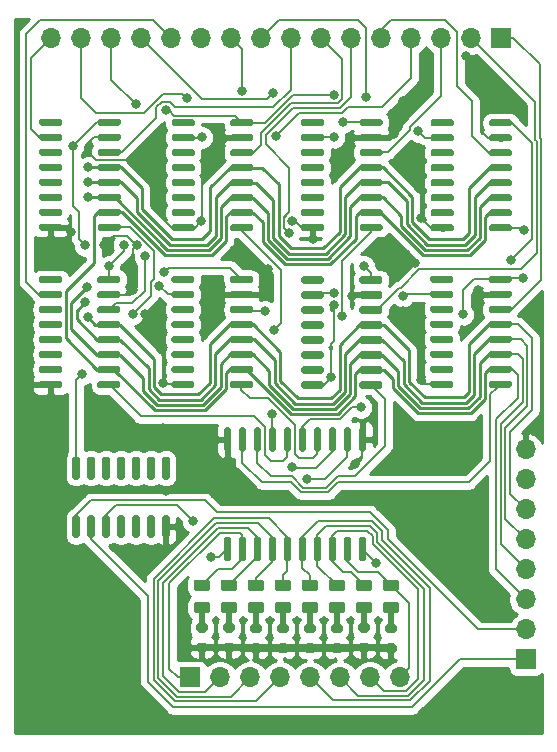
<source format=gbr>
%TF.GenerationSoftware,KiCad,Pcbnew,(5.1.10-1-10_14)*%
%TF.CreationDate,2021-09-23T00:24:02-04:00*%
%TF.ProjectId,BITWISE,42495457-4953-4452-9e6b-696361645f70,rev?*%
%TF.SameCoordinates,Original*%
%TF.FileFunction,Copper,L1,Top*%
%TF.FilePolarity,Positive*%
%FSLAX46Y46*%
G04 Gerber Fmt 4.6, Leading zero omitted, Abs format (unit mm)*
G04 Created by KiCad (PCBNEW (5.1.10-1-10_14)) date 2021-09-23 00:24:02*
%MOMM*%
%LPD*%
G01*
G04 APERTURE LIST*
%TA.AperFunction,ComponentPad*%
%ADD10O,1.700000X1.700000*%
%TD*%
%TA.AperFunction,ComponentPad*%
%ADD11R,1.700000X1.700000*%
%TD*%
%TA.AperFunction,ViaPad*%
%ADD12C,0.800000*%
%TD*%
%TA.AperFunction,Conductor*%
%ADD13C,0.200000*%
%TD*%
%TA.AperFunction,Conductor*%
%ADD14C,0.500000*%
%TD*%
%TA.AperFunction,Conductor*%
%ADD15C,0.250000*%
%TD*%
%TA.AperFunction,Conductor*%
%ADD16C,0.254000*%
%TD*%
%TA.AperFunction,Conductor*%
%ADD17C,0.100000*%
%TD*%
G04 APERTURE END LIST*
%TO.P,U18,20*%
%TO.N,VCC*%
%TA.AperFunction,SMDPad,CuDef*%
G36*
G01*
X155171000Y-115639000D02*
X155471000Y-115639000D01*
G75*
G02*
X155621000Y-115789000I0J-150000D01*
G01*
X155621000Y-117539000D01*
G75*
G02*
X155471000Y-117689000I-150000J0D01*
G01*
X155171000Y-117689000D01*
G75*
G02*
X155021000Y-117539000I0J150000D01*
G01*
X155021000Y-115789000D01*
G75*
G02*
X155171000Y-115639000I150000J0D01*
G01*
G37*
%TD.AperFunction*%
%TO.P,U18,19*%
%TO.N,RHS7*%
%TA.AperFunction,SMDPad,CuDef*%
G36*
G01*
X153901000Y-115639000D02*
X154201000Y-115639000D01*
G75*
G02*
X154351000Y-115789000I0J-150000D01*
G01*
X154351000Y-117539000D01*
G75*
G02*
X154201000Y-117689000I-150000J0D01*
G01*
X153901000Y-117689000D01*
G75*
G02*
X153751000Y-117539000I0J150000D01*
G01*
X153751000Y-115789000D01*
G75*
G02*
X153901000Y-115639000I150000J0D01*
G01*
G37*
%TD.AperFunction*%
%TO.P,U18,18*%
%TO.N,RHS6*%
%TA.AperFunction,SMDPad,CuDef*%
G36*
G01*
X152631000Y-115639000D02*
X152931000Y-115639000D01*
G75*
G02*
X153081000Y-115789000I0J-150000D01*
G01*
X153081000Y-117539000D01*
G75*
G02*
X152931000Y-117689000I-150000J0D01*
G01*
X152631000Y-117689000D01*
G75*
G02*
X152481000Y-117539000I0J150000D01*
G01*
X152481000Y-115789000D01*
G75*
G02*
X152631000Y-115639000I150000J0D01*
G01*
G37*
%TD.AperFunction*%
%TO.P,U18,17*%
%TO.N,RHS5*%
%TA.AperFunction,SMDPad,CuDef*%
G36*
G01*
X151361000Y-115639000D02*
X151661000Y-115639000D01*
G75*
G02*
X151811000Y-115789000I0J-150000D01*
G01*
X151811000Y-117539000D01*
G75*
G02*
X151661000Y-117689000I-150000J0D01*
G01*
X151361000Y-117689000D01*
G75*
G02*
X151211000Y-117539000I0J150000D01*
G01*
X151211000Y-115789000D01*
G75*
G02*
X151361000Y-115639000I150000J0D01*
G01*
G37*
%TD.AperFunction*%
%TO.P,U18,16*%
%TO.N,RHS4*%
%TA.AperFunction,SMDPad,CuDef*%
G36*
G01*
X150091000Y-115639000D02*
X150391000Y-115639000D01*
G75*
G02*
X150541000Y-115789000I0J-150000D01*
G01*
X150541000Y-117539000D01*
G75*
G02*
X150391000Y-117689000I-150000J0D01*
G01*
X150091000Y-117689000D01*
G75*
G02*
X149941000Y-117539000I0J150000D01*
G01*
X149941000Y-115789000D01*
G75*
G02*
X150091000Y-115639000I150000J0D01*
G01*
G37*
%TD.AperFunction*%
%TO.P,U18,15*%
%TO.N,RHS3*%
%TA.AperFunction,SMDPad,CuDef*%
G36*
G01*
X148821000Y-115639000D02*
X149121000Y-115639000D01*
G75*
G02*
X149271000Y-115789000I0J-150000D01*
G01*
X149271000Y-117539000D01*
G75*
G02*
X149121000Y-117689000I-150000J0D01*
G01*
X148821000Y-117689000D01*
G75*
G02*
X148671000Y-117539000I0J150000D01*
G01*
X148671000Y-115789000D01*
G75*
G02*
X148821000Y-115639000I150000J0D01*
G01*
G37*
%TD.AperFunction*%
%TO.P,U18,14*%
%TO.N,RHS2*%
%TA.AperFunction,SMDPad,CuDef*%
G36*
G01*
X147551000Y-115639000D02*
X147851000Y-115639000D01*
G75*
G02*
X148001000Y-115789000I0J-150000D01*
G01*
X148001000Y-117539000D01*
G75*
G02*
X147851000Y-117689000I-150000J0D01*
G01*
X147551000Y-117689000D01*
G75*
G02*
X147401000Y-117539000I0J150000D01*
G01*
X147401000Y-115789000D01*
G75*
G02*
X147551000Y-115639000I150000J0D01*
G01*
G37*
%TD.AperFunction*%
%TO.P,U18,13*%
%TO.N,RHS1*%
%TA.AperFunction,SMDPad,CuDef*%
G36*
G01*
X146281000Y-115639000D02*
X146581000Y-115639000D01*
G75*
G02*
X146731000Y-115789000I0J-150000D01*
G01*
X146731000Y-117539000D01*
G75*
G02*
X146581000Y-117689000I-150000J0D01*
G01*
X146281000Y-117689000D01*
G75*
G02*
X146131000Y-117539000I0J150000D01*
G01*
X146131000Y-115789000D01*
G75*
G02*
X146281000Y-115639000I150000J0D01*
G01*
G37*
%TD.AperFunction*%
%TO.P,U18,12*%
%TO.N,RHS0*%
%TA.AperFunction,SMDPad,CuDef*%
G36*
G01*
X145011000Y-115639000D02*
X145311000Y-115639000D01*
G75*
G02*
X145461000Y-115789000I0J-150000D01*
G01*
X145461000Y-117539000D01*
G75*
G02*
X145311000Y-117689000I-150000J0D01*
G01*
X145011000Y-117689000D01*
G75*
G02*
X144861000Y-117539000I0J150000D01*
G01*
X144861000Y-115789000D01*
G75*
G02*
X145011000Y-115639000I150000J0D01*
G01*
G37*
%TD.AperFunction*%
%TO.P,U18,11*%
%TO.N,Net-(U17-Pad3)*%
%TA.AperFunction,SMDPad,CuDef*%
G36*
G01*
X143741000Y-115639000D02*
X144041000Y-115639000D01*
G75*
G02*
X144191000Y-115789000I0J-150000D01*
G01*
X144191000Y-117539000D01*
G75*
G02*
X144041000Y-117689000I-150000J0D01*
G01*
X143741000Y-117689000D01*
G75*
G02*
X143591000Y-117539000I0J150000D01*
G01*
X143591000Y-115789000D01*
G75*
G02*
X143741000Y-115639000I150000J0D01*
G01*
G37*
%TD.AperFunction*%
%TO.P,U18,10*%
%TO.N,GND*%
%TA.AperFunction,SMDPad,CuDef*%
G36*
G01*
X143741000Y-106339000D02*
X144041000Y-106339000D01*
G75*
G02*
X144191000Y-106489000I0J-150000D01*
G01*
X144191000Y-108239000D01*
G75*
G02*
X144041000Y-108389000I-150000J0D01*
G01*
X143741000Y-108389000D01*
G75*
G02*
X143591000Y-108239000I0J150000D01*
G01*
X143591000Y-106489000D01*
G75*
G02*
X143741000Y-106339000I150000J0D01*
G01*
G37*
%TD.AperFunction*%
%TO.P,U18,9*%
%TO.N,Q0*%
%TA.AperFunction,SMDPad,CuDef*%
G36*
G01*
X145011000Y-106339000D02*
X145311000Y-106339000D01*
G75*
G02*
X145461000Y-106489000I0J-150000D01*
G01*
X145461000Y-108239000D01*
G75*
G02*
X145311000Y-108389000I-150000J0D01*
G01*
X145011000Y-108389000D01*
G75*
G02*
X144861000Y-108239000I0J150000D01*
G01*
X144861000Y-106489000D01*
G75*
G02*
X145011000Y-106339000I150000J0D01*
G01*
G37*
%TD.AperFunction*%
%TO.P,U18,8*%
%TO.N,Q1*%
%TA.AperFunction,SMDPad,CuDef*%
G36*
G01*
X146281000Y-106339000D02*
X146581000Y-106339000D01*
G75*
G02*
X146731000Y-106489000I0J-150000D01*
G01*
X146731000Y-108239000D01*
G75*
G02*
X146581000Y-108389000I-150000J0D01*
G01*
X146281000Y-108389000D01*
G75*
G02*
X146131000Y-108239000I0J150000D01*
G01*
X146131000Y-106489000D01*
G75*
G02*
X146281000Y-106339000I150000J0D01*
G01*
G37*
%TD.AperFunction*%
%TO.P,U18,7*%
%TO.N,Q2*%
%TA.AperFunction,SMDPad,CuDef*%
G36*
G01*
X147551000Y-106339000D02*
X147851000Y-106339000D01*
G75*
G02*
X148001000Y-106489000I0J-150000D01*
G01*
X148001000Y-108239000D01*
G75*
G02*
X147851000Y-108389000I-150000J0D01*
G01*
X147551000Y-108389000D01*
G75*
G02*
X147401000Y-108239000I0J150000D01*
G01*
X147401000Y-106489000D01*
G75*
G02*
X147551000Y-106339000I150000J0D01*
G01*
G37*
%TD.AperFunction*%
%TO.P,U18,6*%
%TO.N,Q3*%
%TA.AperFunction,SMDPad,CuDef*%
G36*
G01*
X148821000Y-106339000D02*
X149121000Y-106339000D01*
G75*
G02*
X149271000Y-106489000I0J-150000D01*
G01*
X149271000Y-108239000D01*
G75*
G02*
X149121000Y-108389000I-150000J0D01*
G01*
X148821000Y-108389000D01*
G75*
G02*
X148671000Y-108239000I0J150000D01*
G01*
X148671000Y-106489000D01*
G75*
G02*
X148821000Y-106339000I150000J0D01*
G01*
G37*
%TD.AperFunction*%
%TO.P,U18,5*%
%TO.N,Q4*%
%TA.AperFunction,SMDPad,CuDef*%
G36*
G01*
X150091000Y-106339000D02*
X150391000Y-106339000D01*
G75*
G02*
X150541000Y-106489000I0J-150000D01*
G01*
X150541000Y-108239000D01*
G75*
G02*
X150391000Y-108389000I-150000J0D01*
G01*
X150091000Y-108389000D01*
G75*
G02*
X149941000Y-108239000I0J150000D01*
G01*
X149941000Y-106489000D01*
G75*
G02*
X150091000Y-106339000I150000J0D01*
G01*
G37*
%TD.AperFunction*%
%TO.P,U18,4*%
%TO.N,Q5*%
%TA.AperFunction,SMDPad,CuDef*%
G36*
G01*
X151361000Y-106339000D02*
X151661000Y-106339000D01*
G75*
G02*
X151811000Y-106489000I0J-150000D01*
G01*
X151811000Y-108239000D01*
G75*
G02*
X151661000Y-108389000I-150000J0D01*
G01*
X151361000Y-108389000D01*
G75*
G02*
X151211000Y-108239000I0J150000D01*
G01*
X151211000Y-106489000D01*
G75*
G02*
X151361000Y-106339000I150000J0D01*
G01*
G37*
%TD.AperFunction*%
%TO.P,U18,3*%
%TO.N,Q6*%
%TA.AperFunction,SMDPad,CuDef*%
G36*
G01*
X152631000Y-106339000D02*
X152931000Y-106339000D01*
G75*
G02*
X153081000Y-106489000I0J-150000D01*
G01*
X153081000Y-108239000D01*
G75*
G02*
X152931000Y-108389000I-150000J0D01*
G01*
X152631000Y-108389000D01*
G75*
G02*
X152481000Y-108239000I0J150000D01*
G01*
X152481000Y-106489000D01*
G75*
G02*
X152631000Y-106339000I150000J0D01*
G01*
G37*
%TD.AperFunction*%
%TO.P,U18,2*%
%TO.N,Q7*%
%TA.AperFunction,SMDPad,CuDef*%
G36*
G01*
X153901000Y-106339000D02*
X154201000Y-106339000D01*
G75*
G02*
X154351000Y-106489000I0J-150000D01*
G01*
X154351000Y-108239000D01*
G75*
G02*
X154201000Y-108389000I-150000J0D01*
G01*
X153901000Y-108389000D01*
G75*
G02*
X153751000Y-108239000I0J150000D01*
G01*
X153751000Y-106489000D01*
G75*
G02*
X153901000Y-106339000I150000J0D01*
G01*
G37*
%TD.AperFunction*%
%TO.P,U18,1*%
%TO.N,GND*%
%TA.AperFunction,SMDPad,CuDef*%
G36*
G01*
X155171000Y-106339000D02*
X155471000Y-106339000D01*
G75*
G02*
X155621000Y-106489000I0J-150000D01*
G01*
X155621000Y-108239000D01*
G75*
G02*
X155471000Y-108389000I-150000J0D01*
G01*
X155171000Y-108389000D01*
G75*
G02*
X155021000Y-108239000I0J150000D01*
G01*
X155021000Y-106489000D01*
G75*
G02*
X155171000Y-106339000I150000J0D01*
G01*
G37*
%TD.AperFunction*%
%TD*%
%TO.P,U17,14*%
%TO.N,VCC*%
%TA.AperFunction,SMDPad,CuDef*%
G36*
G01*
X131214000Y-110768000D02*
X130914000Y-110768000D01*
G75*
G02*
X130764000Y-110618000I0J150000D01*
G01*
X130764000Y-108968000D01*
G75*
G02*
X130914000Y-108818000I150000J0D01*
G01*
X131214000Y-108818000D01*
G75*
G02*
X131364000Y-108968000I0J-150000D01*
G01*
X131364000Y-110618000D01*
G75*
G02*
X131214000Y-110768000I-150000J0D01*
G01*
G37*
%TD.AperFunction*%
%TO.P,U17,13*%
%TO.N,N/C*%
%TA.AperFunction,SMDPad,CuDef*%
G36*
G01*
X132484000Y-110768000D02*
X132184000Y-110768000D01*
G75*
G02*
X132034000Y-110618000I0J150000D01*
G01*
X132034000Y-108968000D01*
G75*
G02*
X132184000Y-108818000I150000J0D01*
G01*
X132484000Y-108818000D01*
G75*
G02*
X132634000Y-108968000I0J-150000D01*
G01*
X132634000Y-110618000D01*
G75*
G02*
X132484000Y-110768000I-150000J0D01*
G01*
G37*
%TD.AperFunction*%
%TO.P,U17,12*%
%TA.AperFunction,SMDPad,CuDef*%
G36*
G01*
X133754000Y-110768000D02*
X133454000Y-110768000D01*
G75*
G02*
X133304000Y-110618000I0J150000D01*
G01*
X133304000Y-108968000D01*
G75*
G02*
X133454000Y-108818000I150000J0D01*
G01*
X133754000Y-108818000D01*
G75*
G02*
X133904000Y-108968000I0J-150000D01*
G01*
X133904000Y-110618000D01*
G75*
G02*
X133754000Y-110768000I-150000J0D01*
G01*
G37*
%TD.AperFunction*%
%TO.P,U17,11*%
%TA.AperFunction,SMDPad,CuDef*%
G36*
G01*
X135024000Y-110768000D02*
X134724000Y-110768000D01*
G75*
G02*
X134574000Y-110618000I0J150000D01*
G01*
X134574000Y-108968000D01*
G75*
G02*
X134724000Y-108818000I150000J0D01*
G01*
X135024000Y-108818000D01*
G75*
G02*
X135174000Y-108968000I0J-150000D01*
G01*
X135174000Y-110618000D01*
G75*
G02*
X135024000Y-110768000I-150000J0D01*
G01*
G37*
%TD.AperFunction*%
%TO.P,U17,10*%
%TA.AperFunction,SMDPad,CuDef*%
G36*
G01*
X136294000Y-110768000D02*
X135994000Y-110768000D01*
G75*
G02*
X135844000Y-110618000I0J150000D01*
G01*
X135844000Y-108968000D01*
G75*
G02*
X135994000Y-108818000I150000J0D01*
G01*
X136294000Y-108818000D01*
G75*
G02*
X136444000Y-108968000I0J-150000D01*
G01*
X136444000Y-110618000D01*
G75*
G02*
X136294000Y-110768000I-150000J0D01*
G01*
G37*
%TD.AperFunction*%
%TO.P,U17,9*%
%TA.AperFunction,SMDPad,CuDef*%
G36*
G01*
X137564000Y-110768000D02*
X137264000Y-110768000D01*
G75*
G02*
X137114000Y-110618000I0J150000D01*
G01*
X137114000Y-108968000D01*
G75*
G02*
X137264000Y-108818000I150000J0D01*
G01*
X137564000Y-108818000D01*
G75*
G02*
X137714000Y-108968000I0J-150000D01*
G01*
X137714000Y-110618000D01*
G75*
G02*
X137564000Y-110768000I-150000J0D01*
G01*
G37*
%TD.AperFunction*%
%TO.P,U17,8*%
%TA.AperFunction,SMDPad,CuDef*%
G36*
G01*
X138834000Y-110768000D02*
X138534000Y-110768000D01*
G75*
G02*
X138384000Y-110618000I0J150000D01*
G01*
X138384000Y-108968000D01*
G75*
G02*
X138534000Y-108818000I150000J0D01*
G01*
X138834000Y-108818000D01*
G75*
G02*
X138984000Y-108968000I0J-150000D01*
G01*
X138984000Y-110618000D01*
G75*
G02*
X138834000Y-110768000I-150000J0D01*
G01*
G37*
%TD.AperFunction*%
%TO.P,U17,7*%
%TO.N,GND*%
%TA.AperFunction,SMDPad,CuDef*%
G36*
G01*
X138834000Y-115718000D02*
X138534000Y-115718000D01*
G75*
G02*
X138384000Y-115568000I0J150000D01*
G01*
X138384000Y-113918000D01*
G75*
G02*
X138534000Y-113768000I150000J0D01*
G01*
X138834000Y-113768000D01*
G75*
G02*
X138984000Y-113918000I0J-150000D01*
G01*
X138984000Y-115568000D01*
G75*
G02*
X138834000Y-115718000I-150000J0D01*
G01*
G37*
%TD.AperFunction*%
%TO.P,U17,6*%
%TO.N,N/C*%
%TA.AperFunction,SMDPad,CuDef*%
G36*
G01*
X137564000Y-115718000D02*
X137264000Y-115718000D01*
G75*
G02*
X137114000Y-115568000I0J150000D01*
G01*
X137114000Y-113918000D01*
G75*
G02*
X137264000Y-113768000I150000J0D01*
G01*
X137564000Y-113768000D01*
G75*
G02*
X137714000Y-113918000I0J-150000D01*
G01*
X137714000Y-115568000D01*
G75*
G02*
X137564000Y-115718000I-150000J0D01*
G01*
G37*
%TD.AperFunction*%
%TO.P,U17,5*%
%TA.AperFunction,SMDPad,CuDef*%
G36*
G01*
X136294000Y-115718000D02*
X135994000Y-115718000D01*
G75*
G02*
X135844000Y-115568000I0J150000D01*
G01*
X135844000Y-113918000D01*
G75*
G02*
X135994000Y-113768000I150000J0D01*
G01*
X136294000Y-113768000D01*
G75*
G02*
X136444000Y-113918000I0J-150000D01*
G01*
X136444000Y-115568000D01*
G75*
G02*
X136294000Y-115718000I-150000J0D01*
G01*
G37*
%TD.AperFunction*%
%TO.P,U17,4*%
%TA.AperFunction,SMDPad,CuDef*%
G36*
G01*
X135024000Y-115718000D02*
X134724000Y-115718000D01*
G75*
G02*
X134574000Y-115568000I0J150000D01*
G01*
X134574000Y-113918000D01*
G75*
G02*
X134724000Y-113768000I150000J0D01*
G01*
X135024000Y-113768000D01*
G75*
G02*
X135174000Y-113918000I0J-150000D01*
G01*
X135174000Y-115568000D01*
G75*
G02*
X135024000Y-115718000I-150000J0D01*
G01*
G37*
%TD.AperFunction*%
%TO.P,U17,3*%
%TO.N,Net-(U17-Pad3)*%
%TA.AperFunction,SMDPad,CuDef*%
G36*
G01*
X133754000Y-115718000D02*
X133454000Y-115718000D01*
G75*
G02*
X133304000Y-115568000I0J150000D01*
G01*
X133304000Y-113918000D01*
G75*
G02*
X133454000Y-113768000I150000J0D01*
G01*
X133754000Y-113768000D01*
G75*
G02*
X133904000Y-113918000I0J-150000D01*
G01*
X133904000Y-115568000D01*
G75*
G02*
X133754000Y-115718000I-150000J0D01*
G01*
G37*
%TD.AperFunction*%
%TO.P,U17,2*%
%TO.N,CLOCK*%
%TA.AperFunction,SMDPad,CuDef*%
G36*
G01*
X132484000Y-115718000D02*
X132184000Y-115718000D01*
G75*
G02*
X132034000Y-115568000I0J150000D01*
G01*
X132034000Y-113918000D01*
G75*
G02*
X132184000Y-113768000I150000J0D01*
G01*
X132484000Y-113768000D01*
G75*
G02*
X132634000Y-113918000I0J-150000D01*
G01*
X132634000Y-115568000D01*
G75*
G02*
X132484000Y-115718000I-150000J0D01*
G01*
G37*
%TD.AperFunction*%
%TO.P,U17,1*%
%TO.N,RHS_IN*%
%TA.AperFunction,SMDPad,CuDef*%
G36*
G01*
X131214000Y-115718000D02*
X130914000Y-115718000D01*
G75*
G02*
X130764000Y-115568000I0J150000D01*
G01*
X130764000Y-113918000D01*
G75*
G02*
X130914000Y-113768000I150000J0D01*
G01*
X131214000Y-113768000D01*
G75*
G02*
X131364000Y-113918000I0J-150000D01*
G01*
X131364000Y-115568000D01*
G75*
G02*
X131214000Y-115718000I-150000J0D01*
G01*
G37*
%TD.AperFunction*%
%TD*%
D10*
%TO.P,J4,8*%
%TO.N,GND*%
X169164000Y-108204000D03*
%TO.P,J4,7*%
%TO.N,VCC*%
X169164000Y-110744000D03*
%TO.P,J4,6*%
%TO.N,BIT3*%
X169164000Y-113284000D03*
%TO.P,J4,5*%
%TO.N,BIT2*%
X169164000Y-115824000D03*
%TO.P,J4,4*%
%TO.N,BIT1*%
X169164000Y-118364000D03*
%TO.P,J4,3*%
%TO.N,BIT0*%
X169164000Y-120904000D03*
%TO.P,J4,2*%
%TO.N,RHS_IN*%
X169164000Y-123444000D03*
D11*
%TO.P,J4,1*%
%TO.N,CLOCK*%
X169164000Y-125984000D03*
%TD*%
%TO.P,U16,2*%
%TO.N,GND*%
%TA.AperFunction,SMDPad,CuDef*%
G36*
G01*
X141457000Y-124568000D02*
X142007000Y-124568000D01*
G75*
G02*
X142207000Y-124768000I0J-200000D01*
G01*
X142207000Y-125168000D01*
G75*
G02*
X142007000Y-125368000I-200000J0D01*
G01*
X141457000Y-125368000D01*
G75*
G02*
X141257000Y-125168000I0J200000D01*
G01*
X141257000Y-124768000D01*
G75*
G02*
X141457000Y-124568000I200000J0D01*
G01*
G37*
%TD.AperFunction*%
%TO.P,U16,1*%
%TO.N,Net-(D8-Pad1)*%
%TA.AperFunction,SMDPad,CuDef*%
G36*
G01*
X141457000Y-122918000D02*
X142007000Y-122918000D01*
G75*
G02*
X142207000Y-123118000I0J-200000D01*
G01*
X142207000Y-123518000D01*
G75*
G02*
X142007000Y-123718000I-200000J0D01*
G01*
X141457000Y-123718000D01*
G75*
G02*
X141257000Y-123518000I0J200000D01*
G01*
X141257000Y-123118000D01*
G75*
G02*
X141457000Y-122918000I200000J0D01*
G01*
G37*
%TD.AperFunction*%
%TD*%
%TO.P,U15,2*%
%TO.N,GND*%
%TA.AperFunction,SMDPad,CuDef*%
G36*
G01*
X143743000Y-124568000D02*
X144293000Y-124568000D01*
G75*
G02*
X144493000Y-124768000I0J-200000D01*
G01*
X144493000Y-125168000D01*
G75*
G02*
X144293000Y-125368000I-200000J0D01*
G01*
X143743000Y-125368000D01*
G75*
G02*
X143543000Y-125168000I0J200000D01*
G01*
X143543000Y-124768000D01*
G75*
G02*
X143743000Y-124568000I200000J0D01*
G01*
G37*
%TD.AperFunction*%
%TO.P,U15,1*%
%TO.N,Net-(D7-Pad1)*%
%TA.AperFunction,SMDPad,CuDef*%
G36*
G01*
X143743000Y-122918000D02*
X144293000Y-122918000D01*
G75*
G02*
X144493000Y-123118000I0J-200000D01*
G01*
X144493000Y-123518000D01*
G75*
G02*
X144293000Y-123718000I-200000J0D01*
G01*
X143743000Y-123718000D01*
G75*
G02*
X143543000Y-123518000I0J200000D01*
G01*
X143543000Y-123118000D01*
G75*
G02*
X143743000Y-122918000I200000J0D01*
G01*
G37*
%TD.AperFunction*%
%TD*%
%TO.P,U14,2*%
%TO.N,GND*%
%TA.AperFunction,SMDPad,CuDef*%
G36*
G01*
X146029000Y-124631000D02*
X146579000Y-124631000D01*
G75*
G02*
X146779000Y-124831000I0J-200000D01*
G01*
X146779000Y-125231000D01*
G75*
G02*
X146579000Y-125431000I-200000J0D01*
G01*
X146029000Y-125431000D01*
G75*
G02*
X145829000Y-125231000I0J200000D01*
G01*
X145829000Y-124831000D01*
G75*
G02*
X146029000Y-124631000I200000J0D01*
G01*
G37*
%TD.AperFunction*%
%TO.P,U14,1*%
%TO.N,Net-(D6-Pad1)*%
%TA.AperFunction,SMDPad,CuDef*%
G36*
G01*
X146029000Y-122981000D02*
X146579000Y-122981000D01*
G75*
G02*
X146779000Y-123181000I0J-200000D01*
G01*
X146779000Y-123581000D01*
G75*
G02*
X146579000Y-123781000I-200000J0D01*
G01*
X146029000Y-123781000D01*
G75*
G02*
X145829000Y-123581000I0J200000D01*
G01*
X145829000Y-123181000D01*
G75*
G02*
X146029000Y-122981000I200000J0D01*
G01*
G37*
%TD.AperFunction*%
%TD*%
%TO.P,U13,2*%
%TO.N,GND*%
%TA.AperFunction,SMDPad,CuDef*%
G36*
G01*
X148315000Y-124631000D02*
X148865000Y-124631000D01*
G75*
G02*
X149065000Y-124831000I0J-200000D01*
G01*
X149065000Y-125231000D01*
G75*
G02*
X148865000Y-125431000I-200000J0D01*
G01*
X148315000Y-125431000D01*
G75*
G02*
X148115000Y-125231000I0J200000D01*
G01*
X148115000Y-124831000D01*
G75*
G02*
X148315000Y-124631000I200000J0D01*
G01*
G37*
%TD.AperFunction*%
%TO.P,U13,1*%
%TO.N,Net-(D5-Pad1)*%
%TA.AperFunction,SMDPad,CuDef*%
G36*
G01*
X148315000Y-122981000D02*
X148865000Y-122981000D01*
G75*
G02*
X149065000Y-123181000I0J-200000D01*
G01*
X149065000Y-123581000D01*
G75*
G02*
X148865000Y-123781000I-200000J0D01*
G01*
X148315000Y-123781000D01*
G75*
G02*
X148115000Y-123581000I0J200000D01*
G01*
X148115000Y-123181000D01*
G75*
G02*
X148315000Y-122981000I200000J0D01*
G01*
G37*
%TD.AperFunction*%
%TD*%
%TO.P,U12,2*%
%TO.N,GND*%
%TA.AperFunction,SMDPad,CuDef*%
G36*
G01*
X150601000Y-124631000D02*
X151151000Y-124631000D01*
G75*
G02*
X151351000Y-124831000I0J-200000D01*
G01*
X151351000Y-125231000D01*
G75*
G02*
X151151000Y-125431000I-200000J0D01*
G01*
X150601000Y-125431000D01*
G75*
G02*
X150401000Y-125231000I0J200000D01*
G01*
X150401000Y-124831000D01*
G75*
G02*
X150601000Y-124631000I200000J0D01*
G01*
G37*
%TD.AperFunction*%
%TO.P,U12,1*%
%TO.N,Net-(D4-Pad1)*%
%TA.AperFunction,SMDPad,CuDef*%
G36*
G01*
X150601000Y-122981000D02*
X151151000Y-122981000D01*
G75*
G02*
X151351000Y-123181000I0J-200000D01*
G01*
X151351000Y-123581000D01*
G75*
G02*
X151151000Y-123781000I-200000J0D01*
G01*
X150601000Y-123781000D01*
G75*
G02*
X150401000Y-123581000I0J200000D01*
G01*
X150401000Y-123181000D01*
G75*
G02*
X150601000Y-122981000I200000J0D01*
G01*
G37*
%TD.AperFunction*%
%TD*%
%TO.P,U11,2*%
%TO.N,GND*%
%TA.AperFunction,SMDPad,CuDef*%
G36*
G01*
X152887000Y-124631000D02*
X153437000Y-124631000D01*
G75*
G02*
X153637000Y-124831000I0J-200000D01*
G01*
X153637000Y-125231000D01*
G75*
G02*
X153437000Y-125431000I-200000J0D01*
G01*
X152887000Y-125431000D01*
G75*
G02*
X152687000Y-125231000I0J200000D01*
G01*
X152687000Y-124831000D01*
G75*
G02*
X152887000Y-124631000I200000J0D01*
G01*
G37*
%TD.AperFunction*%
%TO.P,U11,1*%
%TO.N,Net-(D3-Pad1)*%
%TA.AperFunction,SMDPad,CuDef*%
G36*
G01*
X152887000Y-122981000D02*
X153437000Y-122981000D01*
G75*
G02*
X153637000Y-123181000I0J-200000D01*
G01*
X153637000Y-123581000D01*
G75*
G02*
X153437000Y-123781000I-200000J0D01*
G01*
X152887000Y-123781000D01*
G75*
G02*
X152687000Y-123581000I0J200000D01*
G01*
X152687000Y-123181000D01*
G75*
G02*
X152887000Y-122981000I200000J0D01*
G01*
G37*
%TD.AperFunction*%
%TD*%
%TO.P,U10,2*%
%TO.N,GND*%
%TA.AperFunction,SMDPad,CuDef*%
G36*
G01*
X155173000Y-124568000D02*
X155723000Y-124568000D01*
G75*
G02*
X155923000Y-124768000I0J-200000D01*
G01*
X155923000Y-125168000D01*
G75*
G02*
X155723000Y-125368000I-200000J0D01*
G01*
X155173000Y-125368000D01*
G75*
G02*
X154973000Y-125168000I0J200000D01*
G01*
X154973000Y-124768000D01*
G75*
G02*
X155173000Y-124568000I200000J0D01*
G01*
G37*
%TD.AperFunction*%
%TO.P,U10,1*%
%TO.N,Net-(D2-Pad1)*%
%TA.AperFunction,SMDPad,CuDef*%
G36*
G01*
X155173000Y-122918000D02*
X155723000Y-122918000D01*
G75*
G02*
X155923000Y-123118000I0J-200000D01*
G01*
X155923000Y-123518000D01*
G75*
G02*
X155723000Y-123718000I-200000J0D01*
G01*
X155173000Y-123718000D01*
G75*
G02*
X154973000Y-123518000I0J200000D01*
G01*
X154973000Y-123118000D01*
G75*
G02*
X155173000Y-122918000I200000J0D01*
G01*
G37*
%TD.AperFunction*%
%TD*%
%TO.P,U9,2*%
%TO.N,GND*%
%TA.AperFunction,SMDPad,CuDef*%
G36*
G01*
X157459000Y-124631000D02*
X158009000Y-124631000D01*
G75*
G02*
X158209000Y-124831000I0J-200000D01*
G01*
X158209000Y-125231000D01*
G75*
G02*
X158009000Y-125431000I-200000J0D01*
G01*
X157459000Y-125431000D01*
G75*
G02*
X157259000Y-125231000I0J200000D01*
G01*
X157259000Y-124831000D01*
G75*
G02*
X157459000Y-124631000I200000J0D01*
G01*
G37*
%TD.AperFunction*%
%TO.P,U9,1*%
%TO.N,Net-(D1-Pad1)*%
%TA.AperFunction,SMDPad,CuDef*%
G36*
G01*
X157459000Y-122981000D02*
X158009000Y-122981000D01*
G75*
G02*
X158209000Y-123181000I0J-200000D01*
G01*
X158209000Y-123581000D01*
G75*
G02*
X158009000Y-123781000I-200000J0D01*
G01*
X157459000Y-123781000D01*
G75*
G02*
X157259000Y-123581000I0J200000D01*
G01*
X157259000Y-123181000D01*
G75*
G02*
X157459000Y-122981000I200000J0D01*
G01*
G37*
%TD.AperFunction*%
%TD*%
%TO.P,D8,2*%
%TO.N,RHS0*%
%TA.AperFunction,SMDPad,CuDef*%
G36*
G01*
X142188250Y-120200000D02*
X141275750Y-120200000D01*
G75*
G02*
X141032000Y-119956250I0J243750D01*
G01*
X141032000Y-119468750D01*
G75*
G02*
X141275750Y-119225000I243750J0D01*
G01*
X142188250Y-119225000D01*
G75*
G02*
X142432000Y-119468750I0J-243750D01*
G01*
X142432000Y-119956250D01*
G75*
G02*
X142188250Y-120200000I-243750J0D01*
G01*
G37*
%TD.AperFunction*%
%TO.P,D8,1*%
%TO.N,Net-(D8-Pad1)*%
%TA.AperFunction,SMDPad,CuDef*%
G36*
G01*
X142188250Y-122075000D02*
X141275750Y-122075000D01*
G75*
G02*
X141032000Y-121831250I0J243750D01*
G01*
X141032000Y-121343750D01*
G75*
G02*
X141275750Y-121100000I243750J0D01*
G01*
X142188250Y-121100000D01*
G75*
G02*
X142432000Y-121343750I0J-243750D01*
G01*
X142432000Y-121831250D01*
G75*
G02*
X142188250Y-122075000I-243750J0D01*
G01*
G37*
%TD.AperFunction*%
%TD*%
%TO.P,D7,2*%
%TO.N,RHS1*%
%TA.AperFunction,SMDPad,CuDef*%
G36*
G01*
X144474250Y-120200000D02*
X143561750Y-120200000D01*
G75*
G02*
X143318000Y-119956250I0J243750D01*
G01*
X143318000Y-119468750D01*
G75*
G02*
X143561750Y-119225000I243750J0D01*
G01*
X144474250Y-119225000D01*
G75*
G02*
X144718000Y-119468750I0J-243750D01*
G01*
X144718000Y-119956250D01*
G75*
G02*
X144474250Y-120200000I-243750J0D01*
G01*
G37*
%TD.AperFunction*%
%TO.P,D7,1*%
%TO.N,Net-(D7-Pad1)*%
%TA.AperFunction,SMDPad,CuDef*%
G36*
G01*
X144474250Y-122075000D02*
X143561750Y-122075000D01*
G75*
G02*
X143318000Y-121831250I0J243750D01*
G01*
X143318000Y-121343750D01*
G75*
G02*
X143561750Y-121100000I243750J0D01*
G01*
X144474250Y-121100000D01*
G75*
G02*
X144718000Y-121343750I0J-243750D01*
G01*
X144718000Y-121831250D01*
G75*
G02*
X144474250Y-122075000I-243750J0D01*
G01*
G37*
%TD.AperFunction*%
%TD*%
%TO.P,D6,2*%
%TO.N,RHS2*%
%TA.AperFunction,SMDPad,CuDef*%
G36*
G01*
X146760250Y-120200000D02*
X145847750Y-120200000D01*
G75*
G02*
X145604000Y-119956250I0J243750D01*
G01*
X145604000Y-119468750D01*
G75*
G02*
X145847750Y-119225000I243750J0D01*
G01*
X146760250Y-119225000D01*
G75*
G02*
X147004000Y-119468750I0J-243750D01*
G01*
X147004000Y-119956250D01*
G75*
G02*
X146760250Y-120200000I-243750J0D01*
G01*
G37*
%TD.AperFunction*%
%TO.P,D6,1*%
%TO.N,Net-(D6-Pad1)*%
%TA.AperFunction,SMDPad,CuDef*%
G36*
G01*
X146760250Y-122075000D02*
X145847750Y-122075000D01*
G75*
G02*
X145604000Y-121831250I0J243750D01*
G01*
X145604000Y-121343750D01*
G75*
G02*
X145847750Y-121100000I243750J0D01*
G01*
X146760250Y-121100000D01*
G75*
G02*
X147004000Y-121343750I0J-243750D01*
G01*
X147004000Y-121831250D01*
G75*
G02*
X146760250Y-122075000I-243750J0D01*
G01*
G37*
%TD.AperFunction*%
%TD*%
%TO.P,D5,2*%
%TO.N,RHS3*%
%TA.AperFunction,SMDPad,CuDef*%
G36*
G01*
X149046250Y-120200000D02*
X148133750Y-120200000D01*
G75*
G02*
X147890000Y-119956250I0J243750D01*
G01*
X147890000Y-119468750D01*
G75*
G02*
X148133750Y-119225000I243750J0D01*
G01*
X149046250Y-119225000D01*
G75*
G02*
X149290000Y-119468750I0J-243750D01*
G01*
X149290000Y-119956250D01*
G75*
G02*
X149046250Y-120200000I-243750J0D01*
G01*
G37*
%TD.AperFunction*%
%TO.P,D5,1*%
%TO.N,Net-(D5-Pad1)*%
%TA.AperFunction,SMDPad,CuDef*%
G36*
G01*
X149046250Y-122075000D02*
X148133750Y-122075000D01*
G75*
G02*
X147890000Y-121831250I0J243750D01*
G01*
X147890000Y-121343750D01*
G75*
G02*
X148133750Y-121100000I243750J0D01*
G01*
X149046250Y-121100000D01*
G75*
G02*
X149290000Y-121343750I0J-243750D01*
G01*
X149290000Y-121831250D01*
G75*
G02*
X149046250Y-122075000I-243750J0D01*
G01*
G37*
%TD.AperFunction*%
%TD*%
%TO.P,D4,2*%
%TO.N,RHS4*%
%TA.AperFunction,SMDPad,CuDef*%
G36*
G01*
X151332250Y-120200000D02*
X150419750Y-120200000D01*
G75*
G02*
X150176000Y-119956250I0J243750D01*
G01*
X150176000Y-119468750D01*
G75*
G02*
X150419750Y-119225000I243750J0D01*
G01*
X151332250Y-119225000D01*
G75*
G02*
X151576000Y-119468750I0J-243750D01*
G01*
X151576000Y-119956250D01*
G75*
G02*
X151332250Y-120200000I-243750J0D01*
G01*
G37*
%TD.AperFunction*%
%TO.P,D4,1*%
%TO.N,Net-(D4-Pad1)*%
%TA.AperFunction,SMDPad,CuDef*%
G36*
G01*
X151332250Y-122075000D02*
X150419750Y-122075000D01*
G75*
G02*
X150176000Y-121831250I0J243750D01*
G01*
X150176000Y-121343750D01*
G75*
G02*
X150419750Y-121100000I243750J0D01*
G01*
X151332250Y-121100000D01*
G75*
G02*
X151576000Y-121343750I0J-243750D01*
G01*
X151576000Y-121831250D01*
G75*
G02*
X151332250Y-122075000I-243750J0D01*
G01*
G37*
%TD.AperFunction*%
%TD*%
%TO.P,D3,2*%
%TO.N,RHS5*%
%TA.AperFunction,SMDPad,CuDef*%
G36*
G01*
X153618250Y-120200000D02*
X152705750Y-120200000D01*
G75*
G02*
X152462000Y-119956250I0J243750D01*
G01*
X152462000Y-119468750D01*
G75*
G02*
X152705750Y-119225000I243750J0D01*
G01*
X153618250Y-119225000D01*
G75*
G02*
X153862000Y-119468750I0J-243750D01*
G01*
X153862000Y-119956250D01*
G75*
G02*
X153618250Y-120200000I-243750J0D01*
G01*
G37*
%TD.AperFunction*%
%TO.P,D3,1*%
%TO.N,Net-(D3-Pad1)*%
%TA.AperFunction,SMDPad,CuDef*%
G36*
G01*
X153618250Y-122075000D02*
X152705750Y-122075000D01*
G75*
G02*
X152462000Y-121831250I0J243750D01*
G01*
X152462000Y-121343750D01*
G75*
G02*
X152705750Y-121100000I243750J0D01*
G01*
X153618250Y-121100000D01*
G75*
G02*
X153862000Y-121343750I0J-243750D01*
G01*
X153862000Y-121831250D01*
G75*
G02*
X153618250Y-122075000I-243750J0D01*
G01*
G37*
%TD.AperFunction*%
%TD*%
%TO.P,D2,2*%
%TO.N,RHS6*%
%TA.AperFunction,SMDPad,CuDef*%
G36*
G01*
X155904250Y-120200000D02*
X154991750Y-120200000D01*
G75*
G02*
X154748000Y-119956250I0J243750D01*
G01*
X154748000Y-119468750D01*
G75*
G02*
X154991750Y-119225000I243750J0D01*
G01*
X155904250Y-119225000D01*
G75*
G02*
X156148000Y-119468750I0J-243750D01*
G01*
X156148000Y-119956250D01*
G75*
G02*
X155904250Y-120200000I-243750J0D01*
G01*
G37*
%TD.AperFunction*%
%TO.P,D2,1*%
%TO.N,Net-(D2-Pad1)*%
%TA.AperFunction,SMDPad,CuDef*%
G36*
G01*
X155904250Y-122075000D02*
X154991750Y-122075000D01*
G75*
G02*
X154748000Y-121831250I0J243750D01*
G01*
X154748000Y-121343750D01*
G75*
G02*
X154991750Y-121100000I243750J0D01*
G01*
X155904250Y-121100000D01*
G75*
G02*
X156148000Y-121343750I0J-243750D01*
G01*
X156148000Y-121831250D01*
G75*
G02*
X155904250Y-122075000I-243750J0D01*
G01*
G37*
%TD.AperFunction*%
%TD*%
%TO.P,D1,2*%
%TO.N,RHS7*%
%TA.AperFunction,SMDPad,CuDef*%
G36*
G01*
X158190250Y-120200000D02*
X157277750Y-120200000D01*
G75*
G02*
X157034000Y-119956250I0J243750D01*
G01*
X157034000Y-119468750D01*
G75*
G02*
X157277750Y-119225000I243750J0D01*
G01*
X158190250Y-119225000D01*
G75*
G02*
X158434000Y-119468750I0J-243750D01*
G01*
X158434000Y-119956250D01*
G75*
G02*
X158190250Y-120200000I-243750J0D01*
G01*
G37*
%TD.AperFunction*%
%TO.P,D1,1*%
%TO.N,Net-(D1-Pad1)*%
%TA.AperFunction,SMDPad,CuDef*%
G36*
G01*
X158190250Y-122075000D02*
X157277750Y-122075000D01*
G75*
G02*
X157034000Y-121831250I0J243750D01*
G01*
X157034000Y-121343750D01*
G75*
G02*
X157277750Y-121100000I243750J0D01*
G01*
X158190250Y-121100000D01*
G75*
G02*
X158434000Y-121343750I0J-243750D01*
G01*
X158434000Y-121831250D01*
G75*
G02*
X158190250Y-122075000I-243750J0D01*
G01*
G37*
%TD.AperFunction*%
%TD*%
D10*
%TO.P,J1,16*%
%TO.N,A7*%
X128958000Y-73376000D03*
%TO.P,J1,15*%
%TO.N,A6*%
X131498000Y-73376000D03*
%TO.P,J1,14*%
%TO.N,A5*%
X134038000Y-73376000D03*
%TO.P,J1,13*%
%TO.N,A4*%
X136578000Y-73376000D03*
%TO.P,J1,12*%
%TO.N,A3*%
X139118000Y-73376000D03*
%TO.P,J1,11*%
%TO.N,A2*%
X141658000Y-73376000D03*
%TO.P,J1,10*%
%TO.N,A1*%
X144198000Y-73376000D03*
%TO.P,J1,9*%
%TO.N,A0*%
X146738000Y-73376000D03*
%TO.P,J1,8*%
%TO.N,B7*%
X149278000Y-73376000D03*
%TO.P,J1,7*%
%TO.N,B6*%
X151818000Y-73376000D03*
%TO.P,J1,6*%
%TO.N,B5*%
X154358000Y-73376000D03*
%TO.P,J1,5*%
%TO.N,B4*%
X156898000Y-73376000D03*
%TO.P,J1,4*%
%TO.N,B3*%
X159438000Y-73376000D03*
%TO.P,J1,3*%
%TO.N,B2*%
X161978000Y-73376000D03*
%TO.P,J1,2*%
%TO.N,B1*%
X164518000Y-73376000D03*
D11*
%TO.P,J1,1*%
%TO.N,B0*%
X167058000Y-73376000D03*
%TD*%
D10*
%TO.P,J3,8*%
%TO.N,RHS7*%
X158496000Y-127508000D03*
%TO.P,J3,7*%
%TO.N,RHS6*%
X155956000Y-127508000D03*
%TO.P,J3,6*%
%TO.N,RHS5*%
X153416000Y-127508000D03*
%TO.P,J3,5*%
%TO.N,RHS4*%
X150876000Y-127508000D03*
%TO.P,J3,4*%
%TO.N,RHS3*%
X148336000Y-127508000D03*
%TO.P,J3,3*%
%TO.N,RHS2*%
X145796000Y-127508000D03*
%TO.P,J3,2*%
%TO.N,RHS1*%
X143256000Y-127508000D03*
D11*
%TO.P,J3,1*%
%TO.N,RHS0*%
X140716000Y-127508000D03*
%TD*%
%TO.P,U8,16*%
%TO.N,VCC*%
%TA.AperFunction,SMDPad,CuDef*%
G36*
G01*
X166014000Y-93944428D02*
X166014000Y-93644428D01*
G75*
G02*
X166164000Y-93494428I150000J0D01*
G01*
X167814000Y-93494428D01*
G75*
G02*
X167964000Y-93644428I0J-150000D01*
G01*
X167964000Y-93944428D01*
G75*
G02*
X167814000Y-94094428I-150000J0D01*
G01*
X166164000Y-94094428D01*
G75*
G02*
X166014000Y-93944428I0J150000D01*
G01*
G37*
%TD.AperFunction*%
%TO.P,U8,15*%
%TO.N,GND*%
%TA.AperFunction,SMDPad,CuDef*%
G36*
G01*
X166014000Y-95214428D02*
X166014000Y-94914428D01*
G75*
G02*
X166164000Y-94764428I150000J0D01*
G01*
X167814000Y-94764428D01*
G75*
G02*
X167964000Y-94914428I0J-150000D01*
G01*
X167964000Y-95214428D01*
G75*
G02*
X167814000Y-95364428I-150000J0D01*
G01*
X166164000Y-95364428D01*
G75*
G02*
X166014000Y-95214428I0J150000D01*
G01*
G37*
%TD.AperFunction*%
%TO.P,U8,14*%
%TO.N,B0*%
%TA.AperFunction,SMDPad,CuDef*%
G36*
G01*
X166014000Y-96484428D02*
X166014000Y-96184428D01*
G75*
G02*
X166164000Y-96034428I150000J0D01*
G01*
X167814000Y-96034428D01*
G75*
G02*
X167964000Y-96184428I0J-150000D01*
G01*
X167964000Y-96484428D01*
G75*
G02*
X167814000Y-96634428I-150000J0D01*
G01*
X166164000Y-96634428D01*
G75*
G02*
X166014000Y-96484428I0J150000D01*
G01*
G37*
%TD.AperFunction*%
%TO.P,U8,13*%
%TO.N,BIT3*%
%TA.AperFunction,SMDPad,CuDef*%
G36*
G01*
X166014000Y-97754428D02*
X166014000Y-97454428D01*
G75*
G02*
X166164000Y-97304428I150000J0D01*
G01*
X167814000Y-97304428D01*
G75*
G02*
X167964000Y-97454428I0J-150000D01*
G01*
X167964000Y-97754428D01*
G75*
G02*
X167814000Y-97904428I-150000J0D01*
G01*
X166164000Y-97904428D01*
G75*
G02*
X166014000Y-97754428I0J150000D01*
G01*
G37*
%TD.AperFunction*%
%TO.P,U8,12*%
%TO.N,BIT2*%
%TA.AperFunction,SMDPad,CuDef*%
G36*
G01*
X166014000Y-99024428D02*
X166014000Y-98724428D01*
G75*
G02*
X166164000Y-98574428I150000J0D01*
G01*
X167814000Y-98574428D01*
G75*
G02*
X167964000Y-98724428I0J-150000D01*
G01*
X167964000Y-99024428D01*
G75*
G02*
X167814000Y-99174428I-150000J0D01*
G01*
X166164000Y-99174428D01*
G75*
G02*
X166014000Y-99024428I0J150000D01*
G01*
G37*
%TD.AperFunction*%
%TO.P,U8,11*%
%TO.N,BIT1*%
%TA.AperFunction,SMDPad,CuDef*%
G36*
G01*
X166014000Y-100294428D02*
X166014000Y-99994428D01*
G75*
G02*
X166164000Y-99844428I150000J0D01*
G01*
X167814000Y-99844428D01*
G75*
G02*
X167964000Y-99994428I0J-150000D01*
G01*
X167964000Y-100294428D01*
G75*
G02*
X167814000Y-100444428I-150000J0D01*
G01*
X166164000Y-100444428D01*
G75*
G02*
X166014000Y-100294428I0J150000D01*
G01*
G37*
%TD.AperFunction*%
%TO.P,U8,10*%
%TO.N,BIT0*%
%TA.AperFunction,SMDPad,CuDef*%
G36*
G01*
X166014000Y-101564428D02*
X166014000Y-101264428D01*
G75*
G02*
X166164000Y-101114428I150000J0D01*
G01*
X167814000Y-101114428D01*
G75*
G02*
X167964000Y-101264428I0J-150000D01*
G01*
X167964000Y-101564428D01*
G75*
G02*
X167814000Y-101714428I-150000J0D01*
G01*
X166164000Y-101714428D01*
G75*
G02*
X166014000Y-101564428I0J150000D01*
G01*
G37*
%TD.AperFunction*%
%TO.P,U8,9*%
%TO.N,Q0*%
%TA.AperFunction,SMDPad,CuDef*%
G36*
G01*
X166014000Y-102834428D02*
X166014000Y-102534428D01*
G75*
G02*
X166164000Y-102384428I150000J0D01*
G01*
X167814000Y-102384428D01*
G75*
G02*
X167964000Y-102534428I0J-150000D01*
G01*
X167964000Y-102834428D01*
G75*
G02*
X167814000Y-102984428I-150000J0D01*
G01*
X166164000Y-102984428D01*
G75*
G02*
X166014000Y-102834428I0J150000D01*
G01*
G37*
%TD.AperFunction*%
%TO.P,U8,8*%
%TO.N,GND*%
%TA.AperFunction,SMDPad,CuDef*%
G36*
G01*
X161064000Y-102834428D02*
X161064000Y-102534428D01*
G75*
G02*
X161214000Y-102384428I150000J0D01*
G01*
X162864000Y-102384428D01*
G75*
G02*
X163014000Y-102534428I0J-150000D01*
G01*
X163014000Y-102834428D01*
G75*
G02*
X162864000Y-102984428I-150000J0D01*
G01*
X161214000Y-102984428D01*
G75*
G02*
X161064000Y-102834428I0J150000D01*
G01*
G37*
%TD.AperFunction*%
%TO.P,U8,7*%
%TO.N,Net-(U8-Pad7)*%
%TA.AperFunction,SMDPad,CuDef*%
G36*
G01*
X161064000Y-101564428D02*
X161064000Y-101264428D01*
G75*
G02*
X161214000Y-101114428I150000J0D01*
G01*
X162864000Y-101114428D01*
G75*
G02*
X163014000Y-101264428I0J-150000D01*
G01*
X163014000Y-101564428D01*
G75*
G02*
X162864000Y-101714428I-150000J0D01*
G01*
X161214000Y-101714428D01*
G75*
G02*
X161064000Y-101564428I0J150000D01*
G01*
G37*
%TD.AperFunction*%
%TO.P,U8,6*%
%TO.N,Net-(U8-Pad6)*%
%TA.AperFunction,SMDPad,CuDef*%
G36*
G01*
X161064000Y-100294428D02*
X161064000Y-99994428D01*
G75*
G02*
X161214000Y-99844428I150000J0D01*
G01*
X162864000Y-99844428D01*
G75*
G02*
X163014000Y-99994428I0J-150000D01*
G01*
X163014000Y-100294428D01*
G75*
G02*
X162864000Y-100444428I-150000J0D01*
G01*
X161214000Y-100444428D01*
G75*
G02*
X161064000Y-100294428I0J150000D01*
G01*
G37*
%TD.AperFunction*%
%TO.P,U8,5*%
%TO.N,Net-(U8-Pad5)*%
%TA.AperFunction,SMDPad,CuDef*%
G36*
G01*
X161064000Y-99024428D02*
X161064000Y-98724428D01*
G75*
G02*
X161214000Y-98574428I150000J0D01*
G01*
X162864000Y-98574428D01*
G75*
G02*
X163014000Y-98724428I0J-150000D01*
G01*
X163014000Y-99024428D01*
G75*
G02*
X162864000Y-99174428I-150000J0D01*
G01*
X161214000Y-99174428D01*
G75*
G02*
X161064000Y-99024428I0J150000D01*
G01*
G37*
%TD.AperFunction*%
%TO.P,U8,4*%
%TO.N,Net-(U8-Pad4)*%
%TA.AperFunction,SMDPad,CuDef*%
G36*
G01*
X161064000Y-97754428D02*
X161064000Y-97454428D01*
G75*
G02*
X161214000Y-97304428I150000J0D01*
G01*
X162864000Y-97304428D01*
G75*
G02*
X163014000Y-97454428I0J-150000D01*
G01*
X163014000Y-97754428D01*
G75*
G02*
X162864000Y-97904428I-150000J0D01*
G01*
X161214000Y-97904428D01*
G75*
G02*
X161064000Y-97754428I0J150000D01*
G01*
G37*
%TD.AperFunction*%
%TO.P,U8,3*%
%TO.N,Net-(U8-Pad3)*%
%TA.AperFunction,SMDPad,CuDef*%
G36*
G01*
X161064000Y-96484428D02*
X161064000Y-96184428D01*
G75*
G02*
X161214000Y-96034428I150000J0D01*
G01*
X162864000Y-96034428D01*
G75*
G02*
X163014000Y-96184428I0J-150000D01*
G01*
X163014000Y-96484428D01*
G75*
G02*
X162864000Y-96634428I-150000J0D01*
G01*
X161214000Y-96634428D01*
G75*
G02*
X161064000Y-96484428I0J150000D01*
G01*
G37*
%TD.AperFunction*%
%TO.P,U8,2*%
%TO.N,A0*%
%TA.AperFunction,SMDPad,CuDef*%
G36*
G01*
X161064000Y-95214428D02*
X161064000Y-94914428D01*
G75*
G02*
X161214000Y-94764428I150000J0D01*
G01*
X162864000Y-94764428D01*
G75*
G02*
X163014000Y-94914428I0J-150000D01*
G01*
X163014000Y-95214428D01*
G75*
G02*
X162864000Y-95364428I-150000J0D01*
G01*
X161214000Y-95364428D01*
G75*
G02*
X161064000Y-95214428I0J150000D01*
G01*
G37*
%TD.AperFunction*%
%TO.P,U8,1*%
%TO.N,Net-(U8-Pad1)*%
%TA.AperFunction,SMDPad,CuDef*%
G36*
G01*
X161064000Y-93944428D02*
X161064000Y-93644428D01*
G75*
G02*
X161214000Y-93494428I150000J0D01*
G01*
X162864000Y-93494428D01*
G75*
G02*
X163014000Y-93644428I0J-150000D01*
G01*
X163014000Y-93944428D01*
G75*
G02*
X162864000Y-94094428I-150000J0D01*
G01*
X161214000Y-94094428D01*
G75*
G02*
X161064000Y-93944428I0J150000D01*
G01*
G37*
%TD.AperFunction*%
%TD*%
%TO.P,U7,16*%
%TO.N,VCC*%
%TA.AperFunction,SMDPad,CuDef*%
G36*
G01*
X166035142Y-80713571D02*
X166035142Y-80413571D01*
G75*
G02*
X166185142Y-80263571I150000J0D01*
G01*
X167835142Y-80263571D01*
G75*
G02*
X167985142Y-80413571I0J-150000D01*
G01*
X167985142Y-80713571D01*
G75*
G02*
X167835142Y-80863571I-150000J0D01*
G01*
X166185142Y-80863571D01*
G75*
G02*
X166035142Y-80713571I0J150000D01*
G01*
G37*
%TD.AperFunction*%
%TO.P,U7,15*%
%TO.N,GND*%
%TA.AperFunction,SMDPad,CuDef*%
G36*
G01*
X166035142Y-81983571D02*
X166035142Y-81683571D01*
G75*
G02*
X166185142Y-81533571I150000J0D01*
G01*
X167835142Y-81533571D01*
G75*
G02*
X167985142Y-81683571I0J-150000D01*
G01*
X167985142Y-81983571D01*
G75*
G02*
X167835142Y-82133571I-150000J0D01*
G01*
X166185142Y-82133571D01*
G75*
G02*
X166035142Y-81983571I0J150000D01*
G01*
G37*
%TD.AperFunction*%
%TO.P,U7,14*%
%TO.N,B4*%
%TA.AperFunction,SMDPad,CuDef*%
G36*
G01*
X166035142Y-83253571D02*
X166035142Y-82953571D01*
G75*
G02*
X166185142Y-82803571I150000J0D01*
G01*
X167835142Y-82803571D01*
G75*
G02*
X167985142Y-82953571I0J-150000D01*
G01*
X167985142Y-83253571D01*
G75*
G02*
X167835142Y-83403571I-150000J0D01*
G01*
X166185142Y-83403571D01*
G75*
G02*
X166035142Y-83253571I0J150000D01*
G01*
G37*
%TD.AperFunction*%
%TO.P,U7,13*%
%TO.N,BIT3*%
%TA.AperFunction,SMDPad,CuDef*%
G36*
G01*
X166035142Y-84523571D02*
X166035142Y-84223571D01*
G75*
G02*
X166185142Y-84073571I150000J0D01*
G01*
X167835142Y-84073571D01*
G75*
G02*
X167985142Y-84223571I0J-150000D01*
G01*
X167985142Y-84523571D01*
G75*
G02*
X167835142Y-84673571I-150000J0D01*
G01*
X166185142Y-84673571D01*
G75*
G02*
X166035142Y-84523571I0J150000D01*
G01*
G37*
%TD.AperFunction*%
%TO.P,U7,12*%
%TO.N,BIT2*%
%TA.AperFunction,SMDPad,CuDef*%
G36*
G01*
X166035142Y-85793571D02*
X166035142Y-85493571D01*
G75*
G02*
X166185142Y-85343571I150000J0D01*
G01*
X167835142Y-85343571D01*
G75*
G02*
X167985142Y-85493571I0J-150000D01*
G01*
X167985142Y-85793571D01*
G75*
G02*
X167835142Y-85943571I-150000J0D01*
G01*
X166185142Y-85943571D01*
G75*
G02*
X166035142Y-85793571I0J150000D01*
G01*
G37*
%TD.AperFunction*%
%TO.P,U7,11*%
%TO.N,BIT1*%
%TA.AperFunction,SMDPad,CuDef*%
G36*
G01*
X166035142Y-87063571D02*
X166035142Y-86763571D01*
G75*
G02*
X166185142Y-86613571I150000J0D01*
G01*
X167835142Y-86613571D01*
G75*
G02*
X167985142Y-86763571I0J-150000D01*
G01*
X167985142Y-87063571D01*
G75*
G02*
X167835142Y-87213571I-150000J0D01*
G01*
X166185142Y-87213571D01*
G75*
G02*
X166035142Y-87063571I0J150000D01*
G01*
G37*
%TD.AperFunction*%
%TO.P,U7,10*%
%TO.N,BIT0*%
%TA.AperFunction,SMDPad,CuDef*%
G36*
G01*
X166035142Y-88333571D02*
X166035142Y-88033571D01*
G75*
G02*
X166185142Y-87883571I150000J0D01*
G01*
X167835142Y-87883571D01*
G75*
G02*
X167985142Y-88033571I0J-150000D01*
G01*
X167985142Y-88333571D01*
G75*
G02*
X167835142Y-88483571I-150000J0D01*
G01*
X166185142Y-88483571D01*
G75*
G02*
X166035142Y-88333571I0J150000D01*
G01*
G37*
%TD.AperFunction*%
%TO.P,U7,9*%
%TO.N,Q4*%
%TA.AperFunction,SMDPad,CuDef*%
G36*
G01*
X166035142Y-89603571D02*
X166035142Y-89303571D01*
G75*
G02*
X166185142Y-89153571I150000J0D01*
G01*
X167835142Y-89153571D01*
G75*
G02*
X167985142Y-89303571I0J-150000D01*
G01*
X167985142Y-89603571D01*
G75*
G02*
X167835142Y-89753571I-150000J0D01*
G01*
X166185142Y-89753571D01*
G75*
G02*
X166035142Y-89603571I0J150000D01*
G01*
G37*
%TD.AperFunction*%
%TO.P,U7,8*%
%TO.N,GND*%
%TA.AperFunction,SMDPad,CuDef*%
G36*
G01*
X161085142Y-89603571D02*
X161085142Y-89303571D01*
G75*
G02*
X161235142Y-89153571I150000J0D01*
G01*
X162885142Y-89153571D01*
G75*
G02*
X163035142Y-89303571I0J-150000D01*
G01*
X163035142Y-89603571D01*
G75*
G02*
X162885142Y-89753571I-150000J0D01*
G01*
X161235142Y-89753571D01*
G75*
G02*
X161085142Y-89603571I0J150000D01*
G01*
G37*
%TD.AperFunction*%
%TO.P,U7,7*%
%TO.N,Net-(U7-Pad7)*%
%TA.AperFunction,SMDPad,CuDef*%
G36*
G01*
X161085142Y-88333571D02*
X161085142Y-88033571D01*
G75*
G02*
X161235142Y-87883571I150000J0D01*
G01*
X162885142Y-87883571D01*
G75*
G02*
X163035142Y-88033571I0J-150000D01*
G01*
X163035142Y-88333571D01*
G75*
G02*
X162885142Y-88483571I-150000J0D01*
G01*
X161235142Y-88483571D01*
G75*
G02*
X161085142Y-88333571I0J150000D01*
G01*
G37*
%TD.AperFunction*%
%TO.P,U7,6*%
%TO.N,Net-(U7-Pad6)*%
%TA.AperFunction,SMDPad,CuDef*%
G36*
G01*
X161085142Y-87063571D02*
X161085142Y-86763571D01*
G75*
G02*
X161235142Y-86613571I150000J0D01*
G01*
X162885142Y-86613571D01*
G75*
G02*
X163035142Y-86763571I0J-150000D01*
G01*
X163035142Y-87063571D01*
G75*
G02*
X162885142Y-87213571I-150000J0D01*
G01*
X161235142Y-87213571D01*
G75*
G02*
X161085142Y-87063571I0J150000D01*
G01*
G37*
%TD.AperFunction*%
%TO.P,U7,5*%
%TO.N,Net-(U7-Pad5)*%
%TA.AperFunction,SMDPad,CuDef*%
G36*
G01*
X161085142Y-85793571D02*
X161085142Y-85493571D01*
G75*
G02*
X161235142Y-85343571I150000J0D01*
G01*
X162885142Y-85343571D01*
G75*
G02*
X163035142Y-85493571I0J-150000D01*
G01*
X163035142Y-85793571D01*
G75*
G02*
X162885142Y-85943571I-150000J0D01*
G01*
X161235142Y-85943571D01*
G75*
G02*
X161085142Y-85793571I0J150000D01*
G01*
G37*
%TD.AperFunction*%
%TO.P,U7,4*%
%TO.N,Net-(U7-Pad4)*%
%TA.AperFunction,SMDPad,CuDef*%
G36*
G01*
X161085142Y-84523571D02*
X161085142Y-84223571D01*
G75*
G02*
X161235142Y-84073571I150000J0D01*
G01*
X162885142Y-84073571D01*
G75*
G02*
X163035142Y-84223571I0J-150000D01*
G01*
X163035142Y-84523571D01*
G75*
G02*
X162885142Y-84673571I-150000J0D01*
G01*
X161235142Y-84673571D01*
G75*
G02*
X161085142Y-84523571I0J150000D01*
G01*
G37*
%TD.AperFunction*%
%TO.P,U7,3*%
%TO.N,Net-(U7-Pad3)*%
%TA.AperFunction,SMDPad,CuDef*%
G36*
G01*
X161085142Y-83253571D02*
X161085142Y-82953571D01*
G75*
G02*
X161235142Y-82803571I150000J0D01*
G01*
X162885142Y-82803571D01*
G75*
G02*
X163035142Y-82953571I0J-150000D01*
G01*
X163035142Y-83253571D01*
G75*
G02*
X162885142Y-83403571I-150000J0D01*
G01*
X161235142Y-83403571D01*
G75*
G02*
X161085142Y-83253571I0J150000D01*
G01*
G37*
%TD.AperFunction*%
%TO.P,U7,2*%
%TO.N,A4*%
%TA.AperFunction,SMDPad,CuDef*%
G36*
G01*
X161085142Y-81983571D02*
X161085142Y-81683571D01*
G75*
G02*
X161235142Y-81533571I150000J0D01*
G01*
X162885142Y-81533571D01*
G75*
G02*
X163035142Y-81683571I0J-150000D01*
G01*
X163035142Y-81983571D01*
G75*
G02*
X162885142Y-82133571I-150000J0D01*
G01*
X161235142Y-82133571D01*
G75*
G02*
X161085142Y-81983571I0J150000D01*
G01*
G37*
%TD.AperFunction*%
%TO.P,U7,1*%
%TO.N,Net-(U7-Pad1)*%
%TA.AperFunction,SMDPad,CuDef*%
G36*
G01*
X161085142Y-80713571D02*
X161085142Y-80413571D01*
G75*
G02*
X161235142Y-80263571I150000J0D01*
G01*
X162885142Y-80263571D01*
G75*
G02*
X163035142Y-80413571I0J-150000D01*
G01*
X163035142Y-80713571D01*
G75*
G02*
X162885142Y-80863571I-150000J0D01*
G01*
X161235142Y-80863571D01*
G75*
G02*
X161085142Y-80713571I0J150000D01*
G01*
G37*
%TD.AperFunction*%
%TD*%
%TO.P,U6,16*%
%TO.N,VCC*%
%TA.AperFunction,SMDPad,CuDef*%
G36*
G01*
X155054952Y-94012999D02*
X155054952Y-93712999D01*
G75*
G02*
X155204952Y-93562999I150000J0D01*
G01*
X156854952Y-93562999D01*
G75*
G02*
X157004952Y-93712999I0J-150000D01*
G01*
X157004952Y-94012999D01*
G75*
G02*
X156854952Y-94162999I-150000J0D01*
G01*
X155204952Y-94162999D01*
G75*
G02*
X155054952Y-94012999I0J150000D01*
G01*
G37*
%TD.AperFunction*%
%TO.P,U6,15*%
%TO.N,GND*%
%TA.AperFunction,SMDPad,CuDef*%
G36*
G01*
X155054952Y-95282999D02*
X155054952Y-94982999D01*
G75*
G02*
X155204952Y-94832999I150000J0D01*
G01*
X156854952Y-94832999D01*
G75*
G02*
X157004952Y-94982999I0J-150000D01*
G01*
X157004952Y-95282999D01*
G75*
G02*
X156854952Y-95432999I-150000J0D01*
G01*
X155204952Y-95432999D01*
G75*
G02*
X155054952Y-95282999I0J150000D01*
G01*
G37*
%TD.AperFunction*%
%TO.P,U6,14*%
%TO.N,B1*%
%TA.AperFunction,SMDPad,CuDef*%
G36*
G01*
X155054952Y-96552999D02*
X155054952Y-96252999D01*
G75*
G02*
X155204952Y-96102999I150000J0D01*
G01*
X156854952Y-96102999D01*
G75*
G02*
X157004952Y-96252999I0J-150000D01*
G01*
X157004952Y-96552999D01*
G75*
G02*
X156854952Y-96702999I-150000J0D01*
G01*
X155204952Y-96702999D01*
G75*
G02*
X155054952Y-96552999I0J150000D01*
G01*
G37*
%TD.AperFunction*%
%TO.P,U6,13*%
%TO.N,BIT3*%
%TA.AperFunction,SMDPad,CuDef*%
G36*
G01*
X155054952Y-97822999D02*
X155054952Y-97522999D01*
G75*
G02*
X155204952Y-97372999I150000J0D01*
G01*
X156854952Y-97372999D01*
G75*
G02*
X157004952Y-97522999I0J-150000D01*
G01*
X157004952Y-97822999D01*
G75*
G02*
X156854952Y-97972999I-150000J0D01*
G01*
X155204952Y-97972999D01*
G75*
G02*
X155054952Y-97822999I0J150000D01*
G01*
G37*
%TD.AperFunction*%
%TO.P,U6,12*%
%TO.N,BIT2*%
%TA.AperFunction,SMDPad,CuDef*%
G36*
G01*
X155054952Y-99092999D02*
X155054952Y-98792999D01*
G75*
G02*
X155204952Y-98642999I150000J0D01*
G01*
X156854952Y-98642999D01*
G75*
G02*
X157004952Y-98792999I0J-150000D01*
G01*
X157004952Y-99092999D01*
G75*
G02*
X156854952Y-99242999I-150000J0D01*
G01*
X155204952Y-99242999D01*
G75*
G02*
X155054952Y-99092999I0J150000D01*
G01*
G37*
%TD.AperFunction*%
%TO.P,U6,11*%
%TO.N,BIT1*%
%TA.AperFunction,SMDPad,CuDef*%
G36*
G01*
X155054952Y-100362999D02*
X155054952Y-100062999D01*
G75*
G02*
X155204952Y-99912999I150000J0D01*
G01*
X156854952Y-99912999D01*
G75*
G02*
X157004952Y-100062999I0J-150000D01*
G01*
X157004952Y-100362999D01*
G75*
G02*
X156854952Y-100512999I-150000J0D01*
G01*
X155204952Y-100512999D01*
G75*
G02*
X155054952Y-100362999I0J150000D01*
G01*
G37*
%TD.AperFunction*%
%TO.P,U6,10*%
%TO.N,BIT0*%
%TA.AperFunction,SMDPad,CuDef*%
G36*
G01*
X155054952Y-101632999D02*
X155054952Y-101332999D01*
G75*
G02*
X155204952Y-101182999I150000J0D01*
G01*
X156854952Y-101182999D01*
G75*
G02*
X157004952Y-101332999I0J-150000D01*
G01*
X157004952Y-101632999D01*
G75*
G02*
X156854952Y-101782999I-150000J0D01*
G01*
X155204952Y-101782999D01*
G75*
G02*
X155054952Y-101632999I0J150000D01*
G01*
G37*
%TD.AperFunction*%
%TO.P,U6,9*%
%TO.N,Q1*%
%TA.AperFunction,SMDPad,CuDef*%
G36*
G01*
X155054952Y-102902999D02*
X155054952Y-102602999D01*
G75*
G02*
X155204952Y-102452999I150000J0D01*
G01*
X156854952Y-102452999D01*
G75*
G02*
X157004952Y-102602999I0J-150000D01*
G01*
X157004952Y-102902999D01*
G75*
G02*
X156854952Y-103052999I-150000J0D01*
G01*
X155204952Y-103052999D01*
G75*
G02*
X155054952Y-102902999I0J150000D01*
G01*
G37*
%TD.AperFunction*%
%TO.P,U6,8*%
%TO.N,GND*%
%TA.AperFunction,SMDPad,CuDef*%
G36*
G01*
X150104952Y-102902999D02*
X150104952Y-102602999D01*
G75*
G02*
X150254952Y-102452999I150000J0D01*
G01*
X151904952Y-102452999D01*
G75*
G02*
X152054952Y-102602999I0J-150000D01*
G01*
X152054952Y-102902999D01*
G75*
G02*
X151904952Y-103052999I-150000J0D01*
G01*
X150254952Y-103052999D01*
G75*
G02*
X150104952Y-102902999I0J150000D01*
G01*
G37*
%TD.AperFunction*%
%TO.P,U6,7*%
%TO.N,Net-(U6-Pad7)*%
%TA.AperFunction,SMDPad,CuDef*%
G36*
G01*
X150104952Y-101632999D02*
X150104952Y-101332999D01*
G75*
G02*
X150254952Y-101182999I150000J0D01*
G01*
X151904952Y-101182999D01*
G75*
G02*
X152054952Y-101332999I0J-150000D01*
G01*
X152054952Y-101632999D01*
G75*
G02*
X151904952Y-101782999I-150000J0D01*
G01*
X150254952Y-101782999D01*
G75*
G02*
X150104952Y-101632999I0J150000D01*
G01*
G37*
%TD.AperFunction*%
%TO.P,U6,6*%
%TO.N,Net-(U6-Pad6)*%
%TA.AperFunction,SMDPad,CuDef*%
G36*
G01*
X150104952Y-100362999D02*
X150104952Y-100062999D01*
G75*
G02*
X150254952Y-99912999I150000J0D01*
G01*
X151904952Y-99912999D01*
G75*
G02*
X152054952Y-100062999I0J-150000D01*
G01*
X152054952Y-100362999D01*
G75*
G02*
X151904952Y-100512999I-150000J0D01*
G01*
X150254952Y-100512999D01*
G75*
G02*
X150104952Y-100362999I0J150000D01*
G01*
G37*
%TD.AperFunction*%
%TO.P,U6,5*%
%TO.N,Net-(U6-Pad5)*%
%TA.AperFunction,SMDPad,CuDef*%
G36*
G01*
X150104952Y-99092999D02*
X150104952Y-98792999D01*
G75*
G02*
X150254952Y-98642999I150000J0D01*
G01*
X151904952Y-98642999D01*
G75*
G02*
X152054952Y-98792999I0J-150000D01*
G01*
X152054952Y-99092999D01*
G75*
G02*
X151904952Y-99242999I-150000J0D01*
G01*
X150254952Y-99242999D01*
G75*
G02*
X150104952Y-99092999I0J150000D01*
G01*
G37*
%TD.AperFunction*%
%TO.P,U6,4*%
%TO.N,Net-(U6-Pad4)*%
%TA.AperFunction,SMDPad,CuDef*%
G36*
G01*
X150104952Y-97822999D02*
X150104952Y-97522999D01*
G75*
G02*
X150254952Y-97372999I150000J0D01*
G01*
X151904952Y-97372999D01*
G75*
G02*
X152054952Y-97522999I0J-150000D01*
G01*
X152054952Y-97822999D01*
G75*
G02*
X151904952Y-97972999I-150000J0D01*
G01*
X150254952Y-97972999D01*
G75*
G02*
X150104952Y-97822999I0J150000D01*
G01*
G37*
%TD.AperFunction*%
%TO.P,U6,3*%
%TO.N,Net-(U6-Pad3)*%
%TA.AperFunction,SMDPad,CuDef*%
G36*
G01*
X150104952Y-96552999D02*
X150104952Y-96252999D01*
G75*
G02*
X150254952Y-96102999I150000J0D01*
G01*
X151904952Y-96102999D01*
G75*
G02*
X152054952Y-96252999I0J-150000D01*
G01*
X152054952Y-96552999D01*
G75*
G02*
X151904952Y-96702999I-150000J0D01*
G01*
X150254952Y-96702999D01*
G75*
G02*
X150104952Y-96552999I0J150000D01*
G01*
G37*
%TD.AperFunction*%
%TO.P,U6,2*%
%TO.N,A1*%
%TA.AperFunction,SMDPad,CuDef*%
G36*
G01*
X150104952Y-95282999D02*
X150104952Y-94982999D01*
G75*
G02*
X150254952Y-94832999I150000J0D01*
G01*
X151904952Y-94832999D01*
G75*
G02*
X152054952Y-94982999I0J-150000D01*
G01*
X152054952Y-95282999D01*
G75*
G02*
X151904952Y-95432999I-150000J0D01*
G01*
X150254952Y-95432999D01*
G75*
G02*
X150104952Y-95282999I0J150000D01*
G01*
G37*
%TD.AperFunction*%
%TO.P,U6,1*%
%TO.N,Net-(U6-Pad1)*%
%TA.AperFunction,SMDPad,CuDef*%
G36*
G01*
X150104952Y-94012999D02*
X150104952Y-93712999D01*
G75*
G02*
X150254952Y-93562999I150000J0D01*
G01*
X151904952Y-93562999D01*
G75*
G02*
X152054952Y-93712999I0J-150000D01*
G01*
X152054952Y-94012999D01*
G75*
G02*
X151904952Y-94162999I-150000J0D01*
G01*
X150254952Y-94162999D01*
G75*
G02*
X150104952Y-94012999I0J150000D01*
G01*
G37*
%TD.AperFunction*%
%TD*%
%TO.P,U5,16*%
%TO.N,VCC*%
%TA.AperFunction,SMDPad,CuDef*%
G36*
G01*
X144095904Y-93967285D02*
X144095904Y-93667285D01*
G75*
G02*
X144245904Y-93517285I150000J0D01*
G01*
X145895904Y-93517285D01*
G75*
G02*
X146045904Y-93667285I0J-150000D01*
G01*
X146045904Y-93967285D01*
G75*
G02*
X145895904Y-94117285I-150000J0D01*
G01*
X144245904Y-94117285D01*
G75*
G02*
X144095904Y-93967285I0J150000D01*
G01*
G37*
%TD.AperFunction*%
%TO.P,U5,15*%
%TO.N,GND*%
%TA.AperFunction,SMDPad,CuDef*%
G36*
G01*
X144095904Y-95237285D02*
X144095904Y-94937285D01*
G75*
G02*
X144245904Y-94787285I150000J0D01*
G01*
X145895904Y-94787285D01*
G75*
G02*
X146045904Y-94937285I0J-150000D01*
G01*
X146045904Y-95237285D01*
G75*
G02*
X145895904Y-95387285I-150000J0D01*
G01*
X144245904Y-95387285D01*
G75*
G02*
X144095904Y-95237285I0J150000D01*
G01*
G37*
%TD.AperFunction*%
%TO.P,U5,14*%
%TO.N,B5*%
%TA.AperFunction,SMDPad,CuDef*%
G36*
G01*
X144095904Y-96507285D02*
X144095904Y-96207285D01*
G75*
G02*
X144245904Y-96057285I150000J0D01*
G01*
X145895904Y-96057285D01*
G75*
G02*
X146045904Y-96207285I0J-150000D01*
G01*
X146045904Y-96507285D01*
G75*
G02*
X145895904Y-96657285I-150000J0D01*
G01*
X144245904Y-96657285D01*
G75*
G02*
X144095904Y-96507285I0J150000D01*
G01*
G37*
%TD.AperFunction*%
%TO.P,U5,13*%
%TO.N,BIT3*%
%TA.AperFunction,SMDPad,CuDef*%
G36*
G01*
X144095904Y-97777285D02*
X144095904Y-97477285D01*
G75*
G02*
X144245904Y-97327285I150000J0D01*
G01*
X145895904Y-97327285D01*
G75*
G02*
X146045904Y-97477285I0J-150000D01*
G01*
X146045904Y-97777285D01*
G75*
G02*
X145895904Y-97927285I-150000J0D01*
G01*
X144245904Y-97927285D01*
G75*
G02*
X144095904Y-97777285I0J150000D01*
G01*
G37*
%TD.AperFunction*%
%TO.P,U5,12*%
%TO.N,BIT2*%
%TA.AperFunction,SMDPad,CuDef*%
G36*
G01*
X144095904Y-99047285D02*
X144095904Y-98747285D01*
G75*
G02*
X144245904Y-98597285I150000J0D01*
G01*
X145895904Y-98597285D01*
G75*
G02*
X146045904Y-98747285I0J-150000D01*
G01*
X146045904Y-99047285D01*
G75*
G02*
X145895904Y-99197285I-150000J0D01*
G01*
X144245904Y-99197285D01*
G75*
G02*
X144095904Y-99047285I0J150000D01*
G01*
G37*
%TD.AperFunction*%
%TO.P,U5,11*%
%TO.N,BIT1*%
%TA.AperFunction,SMDPad,CuDef*%
G36*
G01*
X144095904Y-100317285D02*
X144095904Y-100017285D01*
G75*
G02*
X144245904Y-99867285I150000J0D01*
G01*
X145895904Y-99867285D01*
G75*
G02*
X146045904Y-100017285I0J-150000D01*
G01*
X146045904Y-100317285D01*
G75*
G02*
X145895904Y-100467285I-150000J0D01*
G01*
X144245904Y-100467285D01*
G75*
G02*
X144095904Y-100317285I0J150000D01*
G01*
G37*
%TD.AperFunction*%
%TO.P,U5,10*%
%TO.N,BIT0*%
%TA.AperFunction,SMDPad,CuDef*%
G36*
G01*
X144095904Y-101587285D02*
X144095904Y-101287285D01*
G75*
G02*
X144245904Y-101137285I150000J0D01*
G01*
X145895904Y-101137285D01*
G75*
G02*
X146045904Y-101287285I0J-150000D01*
G01*
X146045904Y-101587285D01*
G75*
G02*
X145895904Y-101737285I-150000J0D01*
G01*
X144245904Y-101737285D01*
G75*
G02*
X144095904Y-101587285I0J150000D01*
G01*
G37*
%TD.AperFunction*%
%TO.P,U5,9*%
%TO.N,Q5*%
%TA.AperFunction,SMDPad,CuDef*%
G36*
G01*
X144095904Y-102857285D02*
X144095904Y-102557285D01*
G75*
G02*
X144245904Y-102407285I150000J0D01*
G01*
X145895904Y-102407285D01*
G75*
G02*
X146045904Y-102557285I0J-150000D01*
G01*
X146045904Y-102857285D01*
G75*
G02*
X145895904Y-103007285I-150000J0D01*
G01*
X144245904Y-103007285D01*
G75*
G02*
X144095904Y-102857285I0J150000D01*
G01*
G37*
%TD.AperFunction*%
%TO.P,U5,8*%
%TO.N,GND*%
%TA.AperFunction,SMDPad,CuDef*%
G36*
G01*
X139145904Y-102857285D02*
X139145904Y-102557285D01*
G75*
G02*
X139295904Y-102407285I150000J0D01*
G01*
X140945904Y-102407285D01*
G75*
G02*
X141095904Y-102557285I0J-150000D01*
G01*
X141095904Y-102857285D01*
G75*
G02*
X140945904Y-103007285I-150000J0D01*
G01*
X139295904Y-103007285D01*
G75*
G02*
X139145904Y-102857285I0J150000D01*
G01*
G37*
%TD.AperFunction*%
%TO.P,U5,7*%
%TO.N,Net-(U5-Pad7)*%
%TA.AperFunction,SMDPad,CuDef*%
G36*
G01*
X139145904Y-101587285D02*
X139145904Y-101287285D01*
G75*
G02*
X139295904Y-101137285I150000J0D01*
G01*
X140945904Y-101137285D01*
G75*
G02*
X141095904Y-101287285I0J-150000D01*
G01*
X141095904Y-101587285D01*
G75*
G02*
X140945904Y-101737285I-150000J0D01*
G01*
X139295904Y-101737285D01*
G75*
G02*
X139145904Y-101587285I0J150000D01*
G01*
G37*
%TD.AperFunction*%
%TO.P,U5,6*%
%TO.N,Net-(U5-Pad6)*%
%TA.AperFunction,SMDPad,CuDef*%
G36*
G01*
X139145904Y-100317285D02*
X139145904Y-100017285D01*
G75*
G02*
X139295904Y-99867285I150000J0D01*
G01*
X140945904Y-99867285D01*
G75*
G02*
X141095904Y-100017285I0J-150000D01*
G01*
X141095904Y-100317285D01*
G75*
G02*
X140945904Y-100467285I-150000J0D01*
G01*
X139295904Y-100467285D01*
G75*
G02*
X139145904Y-100317285I0J150000D01*
G01*
G37*
%TD.AperFunction*%
%TO.P,U5,5*%
%TO.N,Net-(U5-Pad5)*%
%TA.AperFunction,SMDPad,CuDef*%
G36*
G01*
X139145904Y-99047285D02*
X139145904Y-98747285D01*
G75*
G02*
X139295904Y-98597285I150000J0D01*
G01*
X140945904Y-98597285D01*
G75*
G02*
X141095904Y-98747285I0J-150000D01*
G01*
X141095904Y-99047285D01*
G75*
G02*
X140945904Y-99197285I-150000J0D01*
G01*
X139295904Y-99197285D01*
G75*
G02*
X139145904Y-99047285I0J150000D01*
G01*
G37*
%TD.AperFunction*%
%TO.P,U5,4*%
%TO.N,Net-(U5-Pad4)*%
%TA.AperFunction,SMDPad,CuDef*%
G36*
G01*
X139145904Y-97777285D02*
X139145904Y-97477285D01*
G75*
G02*
X139295904Y-97327285I150000J0D01*
G01*
X140945904Y-97327285D01*
G75*
G02*
X141095904Y-97477285I0J-150000D01*
G01*
X141095904Y-97777285D01*
G75*
G02*
X140945904Y-97927285I-150000J0D01*
G01*
X139295904Y-97927285D01*
G75*
G02*
X139145904Y-97777285I0J150000D01*
G01*
G37*
%TD.AperFunction*%
%TO.P,U5,3*%
%TO.N,Net-(U5-Pad3)*%
%TA.AperFunction,SMDPad,CuDef*%
G36*
G01*
X139145904Y-96507285D02*
X139145904Y-96207285D01*
G75*
G02*
X139295904Y-96057285I150000J0D01*
G01*
X140945904Y-96057285D01*
G75*
G02*
X141095904Y-96207285I0J-150000D01*
G01*
X141095904Y-96507285D01*
G75*
G02*
X140945904Y-96657285I-150000J0D01*
G01*
X139295904Y-96657285D01*
G75*
G02*
X139145904Y-96507285I0J150000D01*
G01*
G37*
%TD.AperFunction*%
%TO.P,U5,2*%
%TO.N,A5*%
%TA.AperFunction,SMDPad,CuDef*%
G36*
G01*
X139145904Y-95237285D02*
X139145904Y-94937285D01*
G75*
G02*
X139295904Y-94787285I150000J0D01*
G01*
X140945904Y-94787285D01*
G75*
G02*
X141095904Y-94937285I0J-150000D01*
G01*
X141095904Y-95237285D01*
G75*
G02*
X140945904Y-95387285I-150000J0D01*
G01*
X139295904Y-95387285D01*
G75*
G02*
X139145904Y-95237285I0J150000D01*
G01*
G37*
%TD.AperFunction*%
%TO.P,U5,1*%
%TO.N,Net-(U5-Pad1)*%
%TA.AperFunction,SMDPad,CuDef*%
G36*
G01*
X139145904Y-93967285D02*
X139145904Y-93667285D01*
G75*
G02*
X139295904Y-93517285I150000J0D01*
G01*
X140945904Y-93517285D01*
G75*
G02*
X141095904Y-93667285I0J-150000D01*
G01*
X141095904Y-93967285D01*
G75*
G02*
X140945904Y-94117285I-150000J0D01*
G01*
X139295904Y-94117285D01*
G75*
G02*
X139145904Y-93967285I0J150000D01*
G01*
G37*
%TD.AperFunction*%
%TD*%
%TO.P,U4,16*%
%TO.N,VCC*%
%TA.AperFunction,SMDPad,CuDef*%
G36*
G01*
X155076094Y-80667857D02*
X155076094Y-80367857D01*
G75*
G02*
X155226094Y-80217857I150000J0D01*
G01*
X156876094Y-80217857D01*
G75*
G02*
X157026094Y-80367857I0J-150000D01*
G01*
X157026094Y-80667857D01*
G75*
G02*
X156876094Y-80817857I-150000J0D01*
G01*
X155226094Y-80817857D01*
G75*
G02*
X155076094Y-80667857I0J150000D01*
G01*
G37*
%TD.AperFunction*%
%TO.P,U4,15*%
%TO.N,GND*%
%TA.AperFunction,SMDPad,CuDef*%
G36*
G01*
X155076094Y-81937857D02*
X155076094Y-81637857D01*
G75*
G02*
X155226094Y-81487857I150000J0D01*
G01*
X156876094Y-81487857D01*
G75*
G02*
X157026094Y-81637857I0J-150000D01*
G01*
X157026094Y-81937857D01*
G75*
G02*
X156876094Y-82087857I-150000J0D01*
G01*
X155226094Y-82087857D01*
G75*
G02*
X155076094Y-81937857I0J150000D01*
G01*
G37*
%TD.AperFunction*%
%TO.P,U4,14*%
%TO.N,B2*%
%TA.AperFunction,SMDPad,CuDef*%
G36*
G01*
X155076094Y-83207857D02*
X155076094Y-82907857D01*
G75*
G02*
X155226094Y-82757857I150000J0D01*
G01*
X156876094Y-82757857D01*
G75*
G02*
X157026094Y-82907857I0J-150000D01*
G01*
X157026094Y-83207857D01*
G75*
G02*
X156876094Y-83357857I-150000J0D01*
G01*
X155226094Y-83357857D01*
G75*
G02*
X155076094Y-83207857I0J150000D01*
G01*
G37*
%TD.AperFunction*%
%TO.P,U4,13*%
%TO.N,BIT3*%
%TA.AperFunction,SMDPad,CuDef*%
G36*
G01*
X155076094Y-84477857D02*
X155076094Y-84177857D01*
G75*
G02*
X155226094Y-84027857I150000J0D01*
G01*
X156876094Y-84027857D01*
G75*
G02*
X157026094Y-84177857I0J-150000D01*
G01*
X157026094Y-84477857D01*
G75*
G02*
X156876094Y-84627857I-150000J0D01*
G01*
X155226094Y-84627857D01*
G75*
G02*
X155076094Y-84477857I0J150000D01*
G01*
G37*
%TD.AperFunction*%
%TO.P,U4,12*%
%TO.N,BIT2*%
%TA.AperFunction,SMDPad,CuDef*%
G36*
G01*
X155076094Y-85747857D02*
X155076094Y-85447857D01*
G75*
G02*
X155226094Y-85297857I150000J0D01*
G01*
X156876094Y-85297857D01*
G75*
G02*
X157026094Y-85447857I0J-150000D01*
G01*
X157026094Y-85747857D01*
G75*
G02*
X156876094Y-85897857I-150000J0D01*
G01*
X155226094Y-85897857D01*
G75*
G02*
X155076094Y-85747857I0J150000D01*
G01*
G37*
%TD.AperFunction*%
%TO.P,U4,11*%
%TO.N,BIT1*%
%TA.AperFunction,SMDPad,CuDef*%
G36*
G01*
X155076094Y-87017857D02*
X155076094Y-86717857D01*
G75*
G02*
X155226094Y-86567857I150000J0D01*
G01*
X156876094Y-86567857D01*
G75*
G02*
X157026094Y-86717857I0J-150000D01*
G01*
X157026094Y-87017857D01*
G75*
G02*
X156876094Y-87167857I-150000J0D01*
G01*
X155226094Y-87167857D01*
G75*
G02*
X155076094Y-87017857I0J150000D01*
G01*
G37*
%TD.AperFunction*%
%TO.P,U4,10*%
%TO.N,BIT0*%
%TA.AperFunction,SMDPad,CuDef*%
G36*
G01*
X155076094Y-88287857D02*
X155076094Y-87987857D01*
G75*
G02*
X155226094Y-87837857I150000J0D01*
G01*
X156876094Y-87837857D01*
G75*
G02*
X157026094Y-87987857I0J-150000D01*
G01*
X157026094Y-88287857D01*
G75*
G02*
X156876094Y-88437857I-150000J0D01*
G01*
X155226094Y-88437857D01*
G75*
G02*
X155076094Y-88287857I0J150000D01*
G01*
G37*
%TD.AperFunction*%
%TO.P,U4,9*%
%TO.N,Q2*%
%TA.AperFunction,SMDPad,CuDef*%
G36*
G01*
X155076094Y-89557857D02*
X155076094Y-89257857D01*
G75*
G02*
X155226094Y-89107857I150000J0D01*
G01*
X156876094Y-89107857D01*
G75*
G02*
X157026094Y-89257857I0J-150000D01*
G01*
X157026094Y-89557857D01*
G75*
G02*
X156876094Y-89707857I-150000J0D01*
G01*
X155226094Y-89707857D01*
G75*
G02*
X155076094Y-89557857I0J150000D01*
G01*
G37*
%TD.AperFunction*%
%TO.P,U4,8*%
%TO.N,GND*%
%TA.AperFunction,SMDPad,CuDef*%
G36*
G01*
X150126094Y-89557857D02*
X150126094Y-89257857D01*
G75*
G02*
X150276094Y-89107857I150000J0D01*
G01*
X151926094Y-89107857D01*
G75*
G02*
X152076094Y-89257857I0J-150000D01*
G01*
X152076094Y-89557857D01*
G75*
G02*
X151926094Y-89707857I-150000J0D01*
G01*
X150276094Y-89707857D01*
G75*
G02*
X150126094Y-89557857I0J150000D01*
G01*
G37*
%TD.AperFunction*%
%TO.P,U4,7*%
%TO.N,Net-(U4-Pad7)*%
%TA.AperFunction,SMDPad,CuDef*%
G36*
G01*
X150126094Y-88287857D02*
X150126094Y-87987857D01*
G75*
G02*
X150276094Y-87837857I150000J0D01*
G01*
X151926094Y-87837857D01*
G75*
G02*
X152076094Y-87987857I0J-150000D01*
G01*
X152076094Y-88287857D01*
G75*
G02*
X151926094Y-88437857I-150000J0D01*
G01*
X150276094Y-88437857D01*
G75*
G02*
X150126094Y-88287857I0J150000D01*
G01*
G37*
%TD.AperFunction*%
%TO.P,U4,6*%
%TO.N,Net-(U4-Pad6)*%
%TA.AperFunction,SMDPad,CuDef*%
G36*
G01*
X150126094Y-87017857D02*
X150126094Y-86717857D01*
G75*
G02*
X150276094Y-86567857I150000J0D01*
G01*
X151926094Y-86567857D01*
G75*
G02*
X152076094Y-86717857I0J-150000D01*
G01*
X152076094Y-87017857D01*
G75*
G02*
X151926094Y-87167857I-150000J0D01*
G01*
X150276094Y-87167857D01*
G75*
G02*
X150126094Y-87017857I0J150000D01*
G01*
G37*
%TD.AperFunction*%
%TO.P,U4,5*%
%TO.N,Net-(U4-Pad5)*%
%TA.AperFunction,SMDPad,CuDef*%
G36*
G01*
X150126094Y-85747857D02*
X150126094Y-85447857D01*
G75*
G02*
X150276094Y-85297857I150000J0D01*
G01*
X151926094Y-85297857D01*
G75*
G02*
X152076094Y-85447857I0J-150000D01*
G01*
X152076094Y-85747857D01*
G75*
G02*
X151926094Y-85897857I-150000J0D01*
G01*
X150276094Y-85897857D01*
G75*
G02*
X150126094Y-85747857I0J150000D01*
G01*
G37*
%TD.AperFunction*%
%TO.P,U4,4*%
%TO.N,Net-(U4-Pad4)*%
%TA.AperFunction,SMDPad,CuDef*%
G36*
G01*
X150126094Y-84477857D02*
X150126094Y-84177857D01*
G75*
G02*
X150276094Y-84027857I150000J0D01*
G01*
X151926094Y-84027857D01*
G75*
G02*
X152076094Y-84177857I0J-150000D01*
G01*
X152076094Y-84477857D01*
G75*
G02*
X151926094Y-84627857I-150000J0D01*
G01*
X150276094Y-84627857D01*
G75*
G02*
X150126094Y-84477857I0J150000D01*
G01*
G37*
%TD.AperFunction*%
%TO.P,U4,3*%
%TO.N,Net-(U4-Pad3)*%
%TA.AperFunction,SMDPad,CuDef*%
G36*
G01*
X150126094Y-83207857D02*
X150126094Y-82907857D01*
G75*
G02*
X150276094Y-82757857I150000J0D01*
G01*
X151926094Y-82757857D01*
G75*
G02*
X152076094Y-82907857I0J-150000D01*
G01*
X152076094Y-83207857D01*
G75*
G02*
X151926094Y-83357857I-150000J0D01*
G01*
X150276094Y-83357857D01*
G75*
G02*
X150126094Y-83207857I0J150000D01*
G01*
G37*
%TD.AperFunction*%
%TO.P,U4,2*%
%TO.N,A2*%
%TA.AperFunction,SMDPad,CuDef*%
G36*
G01*
X150126094Y-81937857D02*
X150126094Y-81637857D01*
G75*
G02*
X150276094Y-81487857I150000J0D01*
G01*
X151926094Y-81487857D01*
G75*
G02*
X152076094Y-81637857I0J-150000D01*
G01*
X152076094Y-81937857D01*
G75*
G02*
X151926094Y-82087857I-150000J0D01*
G01*
X150276094Y-82087857D01*
G75*
G02*
X150126094Y-81937857I0J150000D01*
G01*
G37*
%TD.AperFunction*%
%TO.P,U4,1*%
%TO.N,Net-(U4-Pad1)*%
%TA.AperFunction,SMDPad,CuDef*%
G36*
G01*
X150126094Y-80667857D02*
X150126094Y-80367857D01*
G75*
G02*
X150276094Y-80217857I150000J0D01*
G01*
X151926094Y-80217857D01*
G75*
G02*
X152076094Y-80367857I0J-150000D01*
G01*
X152076094Y-80667857D01*
G75*
G02*
X151926094Y-80817857I-150000J0D01*
G01*
X150276094Y-80817857D01*
G75*
G02*
X150126094Y-80667857I0J150000D01*
G01*
G37*
%TD.AperFunction*%
%TD*%
%TO.P,U3,16*%
%TO.N,VCC*%
%TA.AperFunction,SMDPad,CuDef*%
G36*
G01*
X144117047Y-80690714D02*
X144117047Y-80390714D01*
G75*
G02*
X144267047Y-80240714I150000J0D01*
G01*
X145917047Y-80240714D01*
G75*
G02*
X146067047Y-80390714I0J-150000D01*
G01*
X146067047Y-80690714D01*
G75*
G02*
X145917047Y-80840714I-150000J0D01*
G01*
X144267047Y-80840714D01*
G75*
G02*
X144117047Y-80690714I0J150000D01*
G01*
G37*
%TD.AperFunction*%
%TO.P,U3,15*%
%TO.N,GND*%
%TA.AperFunction,SMDPad,CuDef*%
G36*
G01*
X144117047Y-81960714D02*
X144117047Y-81660714D01*
G75*
G02*
X144267047Y-81510714I150000J0D01*
G01*
X145917047Y-81510714D01*
G75*
G02*
X146067047Y-81660714I0J-150000D01*
G01*
X146067047Y-81960714D01*
G75*
G02*
X145917047Y-82110714I-150000J0D01*
G01*
X144267047Y-82110714D01*
G75*
G02*
X144117047Y-81960714I0J150000D01*
G01*
G37*
%TD.AperFunction*%
%TO.P,U3,14*%
%TO.N,B6*%
%TA.AperFunction,SMDPad,CuDef*%
G36*
G01*
X144117047Y-83230714D02*
X144117047Y-82930714D01*
G75*
G02*
X144267047Y-82780714I150000J0D01*
G01*
X145917047Y-82780714D01*
G75*
G02*
X146067047Y-82930714I0J-150000D01*
G01*
X146067047Y-83230714D01*
G75*
G02*
X145917047Y-83380714I-150000J0D01*
G01*
X144267047Y-83380714D01*
G75*
G02*
X144117047Y-83230714I0J150000D01*
G01*
G37*
%TD.AperFunction*%
%TO.P,U3,13*%
%TO.N,BIT3*%
%TA.AperFunction,SMDPad,CuDef*%
G36*
G01*
X144117047Y-84500714D02*
X144117047Y-84200714D01*
G75*
G02*
X144267047Y-84050714I150000J0D01*
G01*
X145917047Y-84050714D01*
G75*
G02*
X146067047Y-84200714I0J-150000D01*
G01*
X146067047Y-84500714D01*
G75*
G02*
X145917047Y-84650714I-150000J0D01*
G01*
X144267047Y-84650714D01*
G75*
G02*
X144117047Y-84500714I0J150000D01*
G01*
G37*
%TD.AperFunction*%
%TO.P,U3,12*%
%TO.N,BIT2*%
%TA.AperFunction,SMDPad,CuDef*%
G36*
G01*
X144117047Y-85770714D02*
X144117047Y-85470714D01*
G75*
G02*
X144267047Y-85320714I150000J0D01*
G01*
X145917047Y-85320714D01*
G75*
G02*
X146067047Y-85470714I0J-150000D01*
G01*
X146067047Y-85770714D01*
G75*
G02*
X145917047Y-85920714I-150000J0D01*
G01*
X144267047Y-85920714D01*
G75*
G02*
X144117047Y-85770714I0J150000D01*
G01*
G37*
%TD.AperFunction*%
%TO.P,U3,11*%
%TO.N,BIT1*%
%TA.AperFunction,SMDPad,CuDef*%
G36*
G01*
X144117047Y-87040714D02*
X144117047Y-86740714D01*
G75*
G02*
X144267047Y-86590714I150000J0D01*
G01*
X145917047Y-86590714D01*
G75*
G02*
X146067047Y-86740714I0J-150000D01*
G01*
X146067047Y-87040714D01*
G75*
G02*
X145917047Y-87190714I-150000J0D01*
G01*
X144267047Y-87190714D01*
G75*
G02*
X144117047Y-87040714I0J150000D01*
G01*
G37*
%TD.AperFunction*%
%TO.P,U3,10*%
%TO.N,BIT0*%
%TA.AperFunction,SMDPad,CuDef*%
G36*
G01*
X144117047Y-88310714D02*
X144117047Y-88010714D01*
G75*
G02*
X144267047Y-87860714I150000J0D01*
G01*
X145917047Y-87860714D01*
G75*
G02*
X146067047Y-88010714I0J-150000D01*
G01*
X146067047Y-88310714D01*
G75*
G02*
X145917047Y-88460714I-150000J0D01*
G01*
X144267047Y-88460714D01*
G75*
G02*
X144117047Y-88310714I0J150000D01*
G01*
G37*
%TD.AperFunction*%
%TO.P,U3,9*%
%TO.N,Q6*%
%TA.AperFunction,SMDPad,CuDef*%
G36*
G01*
X144117047Y-89580714D02*
X144117047Y-89280714D01*
G75*
G02*
X144267047Y-89130714I150000J0D01*
G01*
X145917047Y-89130714D01*
G75*
G02*
X146067047Y-89280714I0J-150000D01*
G01*
X146067047Y-89580714D01*
G75*
G02*
X145917047Y-89730714I-150000J0D01*
G01*
X144267047Y-89730714D01*
G75*
G02*
X144117047Y-89580714I0J150000D01*
G01*
G37*
%TD.AperFunction*%
%TO.P,U3,8*%
%TO.N,GND*%
%TA.AperFunction,SMDPad,CuDef*%
G36*
G01*
X139167047Y-89580714D02*
X139167047Y-89280714D01*
G75*
G02*
X139317047Y-89130714I150000J0D01*
G01*
X140967047Y-89130714D01*
G75*
G02*
X141117047Y-89280714I0J-150000D01*
G01*
X141117047Y-89580714D01*
G75*
G02*
X140967047Y-89730714I-150000J0D01*
G01*
X139317047Y-89730714D01*
G75*
G02*
X139167047Y-89580714I0J150000D01*
G01*
G37*
%TD.AperFunction*%
%TO.P,U3,7*%
%TO.N,Net-(U3-Pad7)*%
%TA.AperFunction,SMDPad,CuDef*%
G36*
G01*
X139167047Y-88310714D02*
X139167047Y-88010714D01*
G75*
G02*
X139317047Y-87860714I150000J0D01*
G01*
X140967047Y-87860714D01*
G75*
G02*
X141117047Y-88010714I0J-150000D01*
G01*
X141117047Y-88310714D01*
G75*
G02*
X140967047Y-88460714I-150000J0D01*
G01*
X139317047Y-88460714D01*
G75*
G02*
X139167047Y-88310714I0J150000D01*
G01*
G37*
%TD.AperFunction*%
%TO.P,U3,6*%
%TO.N,Net-(U3-Pad6)*%
%TA.AperFunction,SMDPad,CuDef*%
G36*
G01*
X139167047Y-87040714D02*
X139167047Y-86740714D01*
G75*
G02*
X139317047Y-86590714I150000J0D01*
G01*
X140967047Y-86590714D01*
G75*
G02*
X141117047Y-86740714I0J-150000D01*
G01*
X141117047Y-87040714D01*
G75*
G02*
X140967047Y-87190714I-150000J0D01*
G01*
X139317047Y-87190714D01*
G75*
G02*
X139167047Y-87040714I0J150000D01*
G01*
G37*
%TD.AperFunction*%
%TO.P,U3,5*%
%TO.N,Net-(U3-Pad5)*%
%TA.AperFunction,SMDPad,CuDef*%
G36*
G01*
X139167047Y-85770714D02*
X139167047Y-85470714D01*
G75*
G02*
X139317047Y-85320714I150000J0D01*
G01*
X140967047Y-85320714D01*
G75*
G02*
X141117047Y-85470714I0J-150000D01*
G01*
X141117047Y-85770714D01*
G75*
G02*
X140967047Y-85920714I-150000J0D01*
G01*
X139317047Y-85920714D01*
G75*
G02*
X139167047Y-85770714I0J150000D01*
G01*
G37*
%TD.AperFunction*%
%TO.P,U3,4*%
%TO.N,Net-(U3-Pad4)*%
%TA.AperFunction,SMDPad,CuDef*%
G36*
G01*
X139167047Y-84500714D02*
X139167047Y-84200714D01*
G75*
G02*
X139317047Y-84050714I150000J0D01*
G01*
X140967047Y-84050714D01*
G75*
G02*
X141117047Y-84200714I0J-150000D01*
G01*
X141117047Y-84500714D01*
G75*
G02*
X140967047Y-84650714I-150000J0D01*
G01*
X139317047Y-84650714D01*
G75*
G02*
X139167047Y-84500714I0J150000D01*
G01*
G37*
%TD.AperFunction*%
%TO.P,U3,3*%
%TO.N,Net-(U3-Pad3)*%
%TA.AperFunction,SMDPad,CuDef*%
G36*
G01*
X139167047Y-83230714D02*
X139167047Y-82930714D01*
G75*
G02*
X139317047Y-82780714I150000J0D01*
G01*
X140967047Y-82780714D01*
G75*
G02*
X141117047Y-82930714I0J-150000D01*
G01*
X141117047Y-83230714D01*
G75*
G02*
X140967047Y-83380714I-150000J0D01*
G01*
X139317047Y-83380714D01*
G75*
G02*
X139167047Y-83230714I0J150000D01*
G01*
G37*
%TD.AperFunction*%
%TO.P,U3,2*%
%TO.N,A6*%
%TA.AperFunction,SMDPad,CuDef*%
G36*
G01*
X139167047Y-81960714D02*
X139167047Y-81660714D01*
G75*
G02*
X139317047Y-81510714I150000J0D01*
G01*
X140967047Y-81510714D01*
G75*
G02*
X141117047Y-81660714I0J-150000D01*
G01*
X141117047Y-81960714D01*
G75*
G02*
X140967047Y-82110714I-150000J0D01*
G01*
X139317047Y-82110714D01*
G75*
G02*
X139167047Y-81960714I0J150000D01*
G01*
G37*
%TD.AperFunction*%
%TO.P,U3,1*%
%TO.N,Net-(U3-Pad1)*%
%TA.AperFunction,SMDPad,CuDef*%
G36*
G01*
X139167047Y-80690714D02*
X139167047Y-80390714D01*
G75*
G02*
X139317047Y-80240714I150000J0D01*
G01*
X140967047Y-80240714D01*
G75*
G02*
X141117047Y-80390714I0J-150000D01*
G01*
X141117047Y-80690714D01*
G75*
G02*
X140967047Y-80840714I-150000J0D01*
G01*
X139317047Y-80840714D01*
G75*
G02*
X139167047Y-80690714I0J150000D01*
G01*
G37*
%TD.AperFunction*%
%TD*%
%TO.P,U2,16*%
%TO.N,VCC*%
%TA.AperFunction,SMDPad,CuDef*%
G36*
G01*
X132882856Y-93990142D02*
X132882856Y-93690142D01*
G75*
G02*
X133032856Y-93540142I150000J0D01*
G01*
X134682856Y-93540142D01*
G75*
G02*
X134832856Y-93690142I0J-150000D01*
G01*
X134832856Y-93990142D01*
G75*
G02*
X134682856Y-94140142I-150000J0D01*
G01*
X133032856Y-94140142D01*
G75*
G02*
X132882856Y-93990142I0J150000D01*
G01*
G37*
%TD.AperFunction*%
%TO.P,U2,15*%
%TO.N,GND*%
%TA.AperFunction,SMDPad,CuDef*%
G36*
G01*
X132882856Y-95260142D02*
X132882856Y-94960142D01*
G75*
G02*
X133032856Y-94810142I150000J0D01*
G01*
X134682856Y-94810142D01*
G75*
G02*
X134832856Y-94960142I0J-150000D01*
G01*
X134832856Y-95260142D01*
G75*
G02*
X134682856Y-95410142I-150000J0D01*
G01*
X133032856Y-95410142D01*
G75*
G02*
X132882856Y-95260142I0J150000D01*
G01*
G37*
%TD.AperFunction*%
%TO.P,U2,14*%
%TO.N,B3*%
%TA.AperFunction,SMDPad,CuDef*%
G36*
G01*
X132882856Y-96530142D02*
X132882856Y-96230142D01*
G75*
G02*
X133032856Y-96080142I150000J0D01*
G01*
X134682856Y-96080142D01*
G75*
G02*
X134832856Y-96230142I0J-150000D01*
G01*
X134832856Y-96530142D01*
G75*
G02*
X134682856Y-96680142I-150000J0D01*
G01*
X133032856Y-96680142D01*
G75*
G02*
X132882856Y-96530142I0J150000D01*
G01*
G37*
%TD.AperFunction*%
%TO.P,U2,13*%
%TO.N,BIT3*%
%TA.AperFunction,SMDPad,CuDef*%
G36*
G01*
X132882856Y-97800142D02*
X132882856Y-97500142D01*
G75*
G02*
X133032856Y-97350142I150000J0D01*
G01*
X134682856Y-97350142D01*
G75*
G02*
X134832856Y-97500142I0J-150000D01*
G01*
X134832856Y-97800142D01*
G75*
G02*
X134682856Y-97950142I-150000J0D01*
G01*
X133032856Y-97950142D01*
G75*
G02*
X132882856Y-97800142I0J150000D01*
G01*
G37*
%TD.AperFunction*%
%TO.P,U2,12*%
%TO.N,BIT2*%
%TA.AperFunction,SMDPad,CuDef*%
G36*
G01*
X132882856Y-99070142D02*
X132882856Y-98770142D01*
G75*
G02*
X133032856Y-98620142I150000J0D01*
G01*
X134682856Y-98620142D01*
G75*
G02*
X134832856Y-98770142I0J-150000D01*
G01*
X134832856Y-99070142D01*
G75*
G02*
X134682856Y-99220142I-150000J0D01*
G01*
X133032856Y-99220142D01*
G75*
G02*
X132882856Y-99070142I0J150000D01*
G01*
G37*
%TD.AperFunction*%
%TO.P,U2,11*%
%TO.N,BIT1*%
%TA.AperFunction,SMDPad,CuDef*%
G36*
G01*
X132882856Y-100340142D02*
X132882856Y-100040142D01*
G75*
G02*
X133032856Y-99890142I150000J0D01*
G01*
X134682856Y-99890142D01*
G75*
G02*
X134832856Y-100040142I0J-150000D01*
G01*
X134832856Y-100340142D01*
G75*
G02*
X134682856Y-100490142I-150000J0D01*
G01*
X133032856Y-100490142D01*
G75*
G02*
X132882856Y-100340142I0J150000D01*
G01*
G37*
%TD.AperFunction*%
%TO.P,U2,10*%
%TO.N,BIT0*%
%TA.AperFunction,SMDPad,CuDef*%
G36*
G01*
X132882856Y-101610142D02*
X132882856Y-101310142D01*
G75*
G02*
X133032856Y-101160142I150000J0D01*
G01*
X134682856Y-101160142D01*
G75*
G02*
X134832856Y-101310142I0J-150000D01*
G01*
X134832856Y-101610142D01*
G75*
G02*
X134682856Y-101760142I-150000J0D01*
G01*
X133032856Y-101760142D01*
G75*
G02*
X132882856Y-101610142I0J150000D01*
G01*
G37*
%TD.AperFunction*%
%TO.P,U2,9*%
%TO.N,Q3*%
%TA.AperFunction,SMDPad,CuDef*%
G36*
G01*
X132882856Y-102880142D02*
X132882856Y-102580142D01*
G75*
G02*
X133032856Y-102430142I150000J0D01*
G01*
X134682856Y-102430142D01*
G75*
G02*
X134832856Y-102580142I0J-150000D01*
G01*
X134832856Y-102880142D01*
G75*
G02*
X134682856Y-103030142I-150000J0D01*
G01*
X133032856Y-103030142D01*
G75*
G02*
X132882856Y-102880142I0J150000D01*
G01*
G37*
%TD.AperFunction*%
%TO.P,U2,8*%
%TO.N,GND*%
%TA.AperFunction,SMDPad,CuDef*%
G36*
G01*
X127932856Y-102880142D02*
X127932856Y-102580142D01*
G75*
G02*
X128082856Y-102430142I150000J0D01*
G01*
X129732856Y-102430142D01*
G75*
G02*
X129882856Y-102580142I0J-150000D01*
G01*
X129882856Y-102880142D01*
G75*
G02*
X129732856Y-103030142I-150000J0D01*
G01*
X128082856Y-103030142D01*
G75*
G02*
X127932856Y-102880142I0J150000D01*
G01*
G37*
%TD.AperFunction*%
%TO.P,U2,7*%
%TO.N,Net-(U2-Pad7)*%
%TA.AperFunction,SMDPad,CuDef*%
G36*
G01*
X127932856Y-101610142D02*
X127932856Y-101310142D01*
G75*
G02*
X128082856Y-101160142I150000J0D01*
G01*
X129732856Y-101160142D01*
G75*
G02*
X129882856Y-101310142I0J-150000D01*
G01*
X129882856Y-101610142D01*
G75*
G02*
X129732856Y-101760142I-150000J0D01*
G01*
X128082856Y-101760142D01*
G75*
G02*
X127932856Y-101610142I0J150000D01*
G01*
G37*
%TD.AperFunction*%
%TO.P,U2,6*%
%TO.N,Net-(U2-Pad6)*%
%TA.AperFunction,SMDPad,CuDef*%
G36*
G01*
X127932856Y-100340142D02*
X127932856Y-100040142D01*
G75*
G02*
X128082856Y-99890142I150000J0D01*
G01*
X129732856Y-99890142D01*
G75*
G02*
X129882856Y-100040142I0J-150000D01*
G01*
X129882856Y-100340142D01*
G75*
G02*
X129732856Y-100490142I-150000J0D01*
G01*
X128082856Y-100490142D01*
G75*
G02*
X127932856Y-100340142I0J150000D01*
G01*
G37*
%TD.AperFunction*%
%TO.P,U2,5*%
%TO.N,Net-(U2-Pad5)*%
%TA.AperFunction,SMDPad,CuDef*%
G36*
G01*
X127932856Y-99070142D02*
X127932856Y-98770142D01*
G75*
G02*
X128082856Y-98620142I150000J0D01*
G01*
X129732856Y-98620142D01*
G75*
G02*
X129882856Y-98770142I0J-150000D01*
G01*
X129882856Y-99070142D01*
G75*
G02*
X129732856Y-99220142I-150000J0D01*
G01*
X128082856Y-99220142D01*
G75*
G02*
X127932856Y-99070142I0J150000D01*
G01*
G37*
%TD.AperFunction*%
%TO.P,U2,4*%
%TO.N,Net-(U2-Pad4)*%
%TA.AperFunction,SMDPad,CuDef*%
G36*
G01*
X127932856Y-97800142D02*
X127932856Y-97500142D01*
G75*
G02*
X128082856Y-97350142I150000J0D01*
G01*
X129732856Y-97350142D01*
G75*
G02*
X129882856Y-97500142I0J-150000D01*
G01*
X129882856Y-97800142D01*
G75*
G02*
X129732856Y-97950142I-150000J0D01*
G01*
X128082856Y-97950142D01*
G75*
G02*
X127932856Y-97800142I0J150000D01*
G01*
G37*
%TD.AperFunction*%
%TO.P,U2,3*%
%TO.N,Net-(U2-Pad3)*%
%TA.AperFunction,SMDPad,CuDef*%
G36*
G01*
X127932856Y-96530142D02*
X127932856Y-96230142D01*
G75*
G02*
X128082856Y-96080142I150000J0D01*
G01*
X129732856Y-96080142D01*
G75*
G02*
X129882856Y-96230142I0J-150000D01*
G01*
X129882856Y-96530142D01*
G75*
G02*
X129732856Y-96680142I-150000J0D01*
G01*
X128082856Y-96680142D01*
G75*
G02*
X127932856Y-96530142I0J150000D01*
G01*
G37*
%TD.AperFunction*%
%TO.P,U2,2*%
%TO.N,A3*%
%TA.AperFunction,SMDPad,CuDef*%
G36*
G01*
X127932856Y-95260142D02*
X127932856Y-94960142D01*
G75*
G02*
X128082856Y-94810142I150000J0D01*
G01*
X129732856Y-94810142D01*
G75*
G02*
X129882856Y-94960142I0J-150000D01*
G01*
X129882856Y-95260142D01*
G75*
G02*
X129732856Y-95410142I-150000J0D01*
G01*
X128082856Y-95410142D01*
G75*
G02*
X127932856Y-95260142I0J150000D01*
G01*
G37*
%TD.AperFunction*%
%TO.P,U2,1*%
%TO.N,Net-(U2-Pad1)*%
%TA.AperFunction,SMDPad,CuDef*%
G36*
G01*
X127932856Y-93990142D02*
X127932856Y-93690142D01*
G75*
G02*
X128082856Y-93540142I150000J0D01*
G01*
X129732856Y-93540142D01*
G75*
G02*
X129882856Y-93690142I0J-150000D01*
G01*
X129882856Y-93990142D01*
G75*
G02*
X129732856Y-94140142I-150000J0D01*
G01*
X128082856Y-94140142D01*
G75*
G02*
X127932856Y-93990142I0J150000D01*
G01*
G37*
%TD.AperFunction*%
%TD*%
%TO.P,U1,16*%
%TO.N,VCC*%
%TA.AperFunction,SMDPad,CuDef*%
G36*
G01*
X132904000Y-80645000D02*
X132904000Y-80345000D01*
G75*
G02*
X133054000Y-80195000I150000J0D01*
G01*
X134704000Y-80195000D01*
G75*
G02*
X134854000Y-80345000I0J-150000D01*
G01*
X134854000Y-80645000D01*
G75*
G02*
X134704000Y-80795000I-150000J0D01*
G01*
X133054000Y-80795000D01*
G75*
G02*
X132904000Y-80645000I0J150000D01*
G01*
G37*
%TD.AperFunction*%
%TO.P,U1,15*%
%TO.N,GND*%
%TA.AperFunction,SMDPad,CuDef*%
G36*
G01*
X132904000Y-81915000D02*
X132904000Y-81615000D01*
G75*
G02*
X133054000Y-81465000I150000J0D01*
G01*
X134704000Y-81465000D01*
G75*
G02*
X134854000Y-81615000I0J-150000D01*
G01*
X134854000Y-81915000D01*
G75*
G02*
X134704000Y-82065000I-150000J0D01*
G01*
X133054000Y-82065000D01*
G75*
G02*
X132904000Y-81915000I0J150000D01*
G01*
G37*
%TD.AperFunction*%
%TO.P,U1,14*%
%TO.N,B7*%
%TA.AperFunction,SMDPad,CuDef*%
G36*
G01*
X132904000Y-83185000D02*
X132904000Y-82885000D01*
G75*
G02*
X133054000Y-82735000I150000J0D01*
G01*
X134704000Y-82735000D01*
G75*
G02*
X134854000Y-82885000I0J-150000D01*
G01*
X134854000Y-83185000D01*
G75*
G02*
X134704000Y-83335000I-150000J0D01*
G01*
X133054000Y-83335000D01*
G75*
G02*
X132904000Y-83185000I0J150000D01*
G01*
G37*
%TD.AperFunction*%
%TO.P,U1,13*%
%TO.N,BIT3*%
%TA.AperFunction,SMDPad,CuDef*%
G36*
G01*
X132904000Y-84455000D02*
X132904000Y-84155000D01*
G75*
G02*
X133054000Y-84005000I150000J0D01*
G01*
X134704000Y-84005000D01*
G75*
G02*
X134854000Y-84155000I0J-150000D01*
G01*
X134854000Y-84455000D01*
G75*
G02*
X134704000Y-84605000I-150000J0D01*
G01*
X133054000Y-84605000D01*
G75*
G02*
X132904000Y-84455000I0J150000D01*
G01*
G37*
%TD.AperFunction*%
%TO.P,U1,12*%
%TO.N,BIT2*%
%TA.AperFunction,SMDPad,CuDef*%
G36*
G01*
X132904000Y-85725000D02*
X132904000Y-85425000D01*
G75*
G02*
X133054000Y-85275000I150000J0D01*
G01*
X134704000Y-85275000D01*
G75*
G02*
X134854000Y-85425000I0J-150000D01*
G01*
X134854000Y-85725000D01*
G75*
G02*
X134704000Y-85875000I-150000J0D01*
G01*
X133054000Y-85875000D01*
G75*
G02*
X132904000Y-85725000I0J150000D01*
G01*
G37*
%TD.AperFunction*%
%TO.P,U1,11*%
%TO.N,BIT1*%
%TA.AperFunction,SMDPad,CuDef*%
G36*
G01*
X132904000Y-86995000D02*
X132904000Y-86695000D01*
G75*
G02*
X133054000Y-86545000I150000J0D01*
G01*
X134704000Y-86545000D01*
G75*
G02*
X134854000Y-86695000I0J-150000D01*
G01*
X134854000Y-86995000D01*
G75*
G02*
X134704000Y-87145000I-150000J0D01*
G01*
X133054000Y-87145000D01*
G75*
G02*
X132904000Y-86995000I0J150000D01*
G01*
G37*
%TD.AperFunction*%
%TO.P,U1,10*%
%TO.N,BIT0*%
%TA.AperFunction,SMDPad,CuDef*%
G36*
G01*
X132904000Y-88265000D02*
X132904000Y-87965000D01*
G75*
G02*
X133054000Y-87815000I150000J0D01*
G01*
X134704000Y-87815000D01*
G75*
G02*
X134854000Y-87965000I0J-150000D01*
G01*
X134854000Y-88265000D01*
G75*
G02*
X134704000Y-88415000I-150000J0D01*
G01*
X133054000Y-88415000D01*
G75*
G02*
X132904000Y-88265000I0J150000D01*
G01*
G37*
%TD.AperFunction*%
%TO.P,U1,9*%
%TO.N,Q7*%
%TA.AperFunction,SMDPad,CuDef*%
G36*
G01*
X132904000Y-89535000D02*
X132904000Y-89235000D01*
G75*
G02*
X133054000Y-89085000I150000J0D01*
G01*
X134704000Y-89085000D01*
G75*
G02*
X134854000Y-89235000I0J-150000D01*
G01*
X134854000Y-89535000D01*
G75*
G02*
X134704000Y-89685000I-150000J0D01*
G01*
X133054000Y-89685000D01*
G75*
G02*
X132904000Y-89535000I0J150000D01*
G01*
G37*
%TD.AperFunction*%
%TO.P,U1,8*%
%TO.N,GND*%
%TA.AperFunction,SMDPad,CuDef*%
G36*
G01*
X127954000Y-89535000D02*
X127954000Y-89235000D01*
G75*
G02*
X128104000Y-89085000I150000J0D01*
G01*
X129754000Y-89085000D01*
G75*
G02*
X129904000Y-89235000I0J-150000D01*
G01*
X129904000Y-89535000D01*
G75*
G02*
X129754000Y-89685000I-150000J0D01*
G01*
X128104000Y-89685000D01*
G75*
G02*
X127954000Y-89535000I0J150000D01*
G01*
G37*
%TD.AperFunction*%
%TO.P,U1,7*%
%TO.N,Net-(U1-Pad7)*%
%TA.AperFunction,SMDPad,CuDef*%
G36*
G01*
X127954000Y-88265000D02*
X127954000Y-87965000D01*
G75*
G02*
X128104000Y-87815000I150000J0D01*
G01*
X129754000Y-87815000D01*
G75*
G02*
X129904000Y-87965000I0J-150000D01*
G01*
X129904000Y-88265000D01*
G75*
G02*
X129754000Y-88415000I-150000J0D01*
G01*
X128104000Y-88415000D01*
G75*
G02*
X127954000Y-88265000I0J150000D01*
G01*
G37*
%TD.AperFunction*%
%TO.P,U1,6*%
%TO.N,Net-(U1-Pad6)*%
%TA.AperFunction,SMDPad,CuDef*%
G36*
G01*
X127954000Y-86995000D02*
X127954000Y-86695000D01*
G75*
G02*
X128104000Y-86545000I150000J0D01*
G01*
X129754000Y-86545000D01*
G75*
G02*
X129904000Y-86695000I0J-150000D01*
G01*
X129904000Y-86995000D01*
G75*
G02*
X129754000Y-87145000I-150000J0D01*
G01*
X128104000Y-87145000D01*
G75*
G02*
X127954000Y-86995000I0J150000D01*
G01*
G37*
%TD.AperFunction*%
%TO.P,U1,5*%
%TO.N,Net-(U1-Pad5)*%
%TA.AperFunction,SMDPad,CuDef*%
G36*
G01*
X127954000Y-85725000D02*
X127954000Y-85425000D01*
G75*
G02*
X128104000Y-85275000I150000J0D01*
G01*
X129754000Y-85275000D01*
G75*
G02*
X129904000Y-85425000I0J-150000D01*
G01*
X129904000Y-85725000D01*
G75*
G02*
X129754000Y-85875000I-150000J0D01*
G01*
X128104000Y-85875000D01*
G75*
G02*
X127954000Y-85725000I0J150000D01*
G01*
G37*
%TD.AperFunction*%
%TO.P,U1,4*%
%TO.N,Net-(U1-Pad4)*%
%TA.AperFunction,SMDPad,CuDef*%
G36*
G01*
X127954000Y-84455000D02*
X127954000Y-84155000D01*
G75*
G02*
X128104000Y-84005000I150000J0D01*
G01*
X129754000Y-84005000D01*
G75*
G02*
X129904000Y-84155000I0J-150000D01*
G01*
X129904000Y-84455000D01*
G75*
G02*
X129754000Y-84605000I-150000J0D01*
G01*
X128104000Y-84605000D01*
G75*
G02*
X127954000Y-84455000I0J150000D01*
G01*
G37*
%TD.AperFunction*%
%TO.P,U1,3*%
%TO.N,Net-(U1-Pad3)*%
%TA.AperFunction,SMDPad,CuDef*%
G36*
G01*
X127954000Y-83185000D02*
X127954000Y-82885000D01*
G75*
G02*
X128104000Y-82735000I150000J0D01*
G01*
X129754000Y-82735000D01*
G75*
G02*
X129904000Y-82885000I0J-150000D01*
G01*
X129904000Y-83185000D01*
G75*
G02*
X129754000Y-83335000I-150000J0D01*
G01*
X128104000Y-83335000D01*
G75*
G02*
X127954000Y-83185000I0J150000D01*
G01*
G37*
%TD.AperFunction*%
%TO.P,U1,2*%
%TO.N,A7*%
%TA.AperFunction,SMDPad,CuDef*%
G36*
G01*
X127954000Y-81915000D02*
X127954000Y-81615000D01*
G75*
G02*
X128104000Y-81465000I150000J0D01*
G01*
X129754000Y-81465000D01*
G75*
G02*
X129904000Y-81615000I0J-150000D01*
G01*
X129904000Y-81915000D01*
G75*
G02*
X129754000Y-82065000I-150000J0D01*
G01*
X128104000Y-82065000D01*
G75*
G02*
X127954000Y-81915000I0J150000D01*
G01*
G37*
%TD.AperFunction*%
%TO.P,U1,1*%
%TO.N,Net-(U1-Pad1)*%
%TA.AperFunction,SMDPad,CuDef*%
G36*
G01*
X127954000Y-80645000D02*
X127954000Y-80345000D01*
G75*
G02*
X128104000Y-80195000I150000J0D01*
G01*
X129754000Y-80195000D01*
G75*
G02*
X129904000Y-80345000I0J-150000D01*
G01*
X129904000Y-80645000D01*
G75*
G02*
X129754000Y-80795000I-150000J0D01*
G01*
X128104000Y-80795000D01*
G75*
G02*
X127954000Y-80645000I0J150000D01*
G01*
G37*
%TD.AperFunction*%
%TD*%
D12*
%TO.N,VCC*%
X131572000Y-101854000D03*
X133858000Y-92710000D03*
X138514021Y-93218000D03*
X131826000Y-90932000D03*
X138684000Y-79502000D03*
X130810000Y-82550000D03*
X156464000Y-117856000D03*
X163830000Y-96774000D03*
X155448000Y-92710000D03*
X153670000Y-80518000D03*
X152907992Y-78186001D03*
X167894000Y-92202000D03*
X168910000Y-93726000D03*
X135142889Y-90920853D03*
%TO.N,GND*%
X165100000Y-94742000D03*
X149352000Y-88900000D03*
X147320000Y-92964000D03*
X133448851Y-90932000D03*
X141689881Y-88857881D03*
X151130000Y-90424000D03*
X154432000Y-95250000D03*
X152908000Y-96012000D03*
X154686000Y-109474000D03*
X152654000Y-102108000D03*
X160274000Y-102362000D03*
X138684000Y-111760000D03*
X138684000Y-116586000D03*
X140462000Y-124968000D03*
X130617990Y-89790381D03*
X138430000Y-106426000D03*
X138430000Y-102616000D03*
X160274000Y-88646000D03*
X159004000Y-91694000D03*
X157988000Y-81534000D03*
X159004000Y-83312000D03*
X164084000Y-74930000D03*
X158750000Y-78740000D03*
X163068000Y-108204000D03*
X143002000Y-94996000D03*
X135890000Y-94742000D03*
X136191449Y-90937719D03*
X136870002Y-96770000D03*
X158750000Y-96520000D03*
X159726118Y-92402402D03*
%TO.N,A6*%
X140462000Y-78486000D03*
X141732000Y-81788000D03*
%TO.N,A5*%
X136144000Y-78994000D03*
X138120000Y-94360000D03*
%TO.N,A4*%
X147731353Y-78048708D03*
X160020000Y-81280000D03*
%TO.N,A2*%
X152908000Y-81788000D03*
%TO.N,A1*%
X152908000Y-94996000D03*
X145152018Y-77859982D03*
%TO.N,A0*%
X155588018Y-78345982D03*
X158750000Y-95250000D03*
%TO.N,B5*%
X147066000Y-96520000D03*
X149098000Y-89916000D03*
%TO.N,B3*%
X147999686Y-81705678D03*
X136906000Y-91858837D03*
%TO.N,Q7*%
X150622000Y-110744000D03*
X135859995Y-96773715D03*
%TO.N,Q6*%
X149352000Y-109728000D03*
X147850000Y-98100000D03*
%TO.N,Q4*%
X155194000Y-104648000D03*
X168971990Y-89662000D03*
%TO.N,Q2*%
X147684491Y-105240455D03*
X153608010Y-96892624D03*
%TO.N,BIT3*%
X132080000Y-84328000D03*
X132079998Y-97027998D03*
%TO.N,BIT2*%
X132080000Y-85598000D03*
X131830656Y-95762664D03*
%TO.N,BIT1*%
X132080000Y-86868000D03*
X131985021Y-94488000D03*
%TO.N,Net-(U17-Pad3)*%
X140970000Y-114300000D03*
X142494000Y-117348000D03*
%TD*%
D13*
%TO.N,VCC*%
X131064000Y-109793000D02*
X131064000Y-102362000D01*
X131064000Y-102362000D02*
X131572000Y-101854000D01*
X133857856Y-92710144D02*
X133858000Y-92710000D01*
X133857856Y-93840142D02*
X133857856Y-92710144D01*
X144071620Y-92818001D02*
X138914020Y-92818001D01*
X138914020Y-92818001D02*
X138514021Y-93218000D01*
X145070904Y-93817285D02*
X144071620Y-92818001D01*
X133879000Y-80495000D02*
X132865000Y-80495000D01*
X132865000Y-80495000D02*
X130810000Y-82550000D01*
X130810000Y-82550000D02*
X130810000Y-87630000D01*
X130810000Y-87630000D02*
X131318000Y-88138000D01*
X131318000Y-88138000D02*
X131318000Y-90424000D01*
X131318000Y-90424000D02*
X131826000Y-90932000D01*
X144492037Y-79940704D02*
X139376704Y-79940704D01*
X145092047Y-80540714D02*
X144492037Y-79940704D01*
X139376704Y-79940704D02*
X138938000Y-79502000D01*
X138938000Y-79502000D02*
X138684000Y-79502000D01*
X156464000Y-117807000D02*
X155321000Y-116664000D01*
X156464000Y-117856000D02*
X156464000Y-117807000D01*
X166989000Y-93794428D02*
X164777572Y-93794428D01*
X164777572Y-93794428D02*
X163830000Y-94742000D01*
X163830000Y-94742000D02*
X163830000Y-96774000D01*
X156029952Y-93291952D02*
X155448000Y-92710000D01*
X156029952Y-93862999D02*
X156029952Y-93291952D01*
X156050951Y-80518000D02*
X156051094Y-80517857D01*
X153670000Y-80518000D02*
X156050951Y-80518000D01*
X145092047Y-80540714D02*
X147043286Y-80540714D01*
X147043286Y-80540714D02*
X149397999Y-78186001D01*
X149397999Y-78186001D02*
X152907992Y-78186001D01*
X167057428Y-93726000D02*
X166989000Y-93794428D01*
X168910000Y-93726000D02*
X167057428Y-93726000D01*
X169672000Y-90424000D02*
X167894000Y-92202000D01*
X167939571Y-80563571D02*
X169672000Y-82296000D01*
X169672000Y-82296000D02*
X169672000Y-90424000D01*
X167010142Y-80563571D02*
X167939571Y-80563571D01*
X133858000Y-92710000D02*
X135142889Y-91425111D01*
X135142889Y-91425111D02*
X135142889Y-90920853D01*
D14*
%TO.N,GND*%
X157671000Y-124968000D02*
X157734000Y-125031000D01*
X141732000Y-124968000D02*
X157671000Y-124968000D01*
D13*
X151101094Y-89407857D02*
X150113857Y-89407857D01*
X150113857Y-89407857D02*
X149606000Y-88900000D01*
X149606000Y-88900000D02*
X149352000Y-88900000D01*
X141117047Y-89430714D02*
X140142047Y-89430714D01*
X139167047Y-89430714D02*
X140142047Y-89430714D01*
X137668000Y-87931667D02*
X139167047Y-89430714D01*
X137668000Y-85852000D02*
X137668000Y-87931667D01*
X135520990Y-83704990D02*
X137668000Y-85852000D01*
X132726990Y-83704990D02*
X135520990Y-83704990D01*
X132611000Y-81765000D02*
X132334000Y-82042000D01*
X132334000Y-83312000D02*
X132726990Y-83704990D01*
X132334000Y-82042000D02*
X132334000Y-83312000D01*
X133879000Y-81765000D02*
X132611000Y-81765000D01*
X141732000Y-88815762D02*
X141689881Y-88857881D01*
X141689881Y-88857881D02*
X141117047Y-89430714D01*
X143995286Y-81810714D02*
X141732000Y-84074000D01*
X145092047Y-81810714D02*
X143995286Y-81810714D01*
X141732000Y-84074000D02*
X141732000Y-88815762D01*
X151101094Y-89407857D02*
X151101094Y-90141094D01*
X151130000Y-90170000D02*
X151130000Y-90424000D01*
X151101094Y-90141094D02*
X151130000Y-90170000D01*
X155912951Y-95250000D02*
X156029952Y-95132999D01*
X154432000Y-95250000D02*
X155912951Y-95250000D01*
X152054952Y-102752999D02*
X152654000Y-102153951D01*
X151079952Y-102752999D02*
X152054952Y-102752999D01*
X152654000Y-99314000D02*
X152908000Y-99060000D01*
X152908000Y-99060000D02*
X152908000Y-96012000D01*
X155321000Y-107364000D02*
X155321000Y-108839000D01*
X155321000Y-108839000D02*
X154686000Y-109474000D01*
X152654000Y-102108000D02*
X152654000Y-99314000D01*
X152654000Y-102153951D02*
X152654000Y-102108000D01*
X162039000Y-102684428D02*
X160596428Y-102684428D01*
X160596428Y-102684428D02*
X160274000Y-102362000D01*
X143891000Y-107364000D02*
X143891000Y-110109000D01*
X143891000Y-110109000D02*
X142240000Y-111760000D01*
X142240000Y-111760000D02*
X138684000Y-111760000D01*
X138684000Y-114743000D02*
X138684000Y-116586000D01*
X140462000Y-124968000D02*
X141732000Y-124968000D01*
X130212609Y-89385000D02*
X130617990Y-89790381D01*
X128929000Y-89385000D02*
X130212609Y-89385000D01*
X143891000Y-107364000D02*
X139368000Y-107364000D01*
X139368000Y-107364000D02*
X138430000Y-106426000D01*
X138521285Y-102707285D02*
X138430000Y-102616000D01*
X140120904Y-102707285D02*
X138521285Y-102707285D01*
X162060142Y-89453571D02*
X161081571Y-89453571D01*
X161081571Y-89453571D02*
X160274000Y-88646000D01*
X156051094Y-81787857D02*
X157733857Y-81787857D01*
X157987714Y-81534000D02*
X157988000Y-81534000D01*
X157733857Y-81787857D02*
X157987714Y-81534000D01*
X144979619Y-94996000D02*
X145070904Y-95087285D01*
X143002000Y-94996000D02*
X144979619Y-94996000D01*
X135521858Y-95110142D02*
X135890000Y-94742000D01*
X133857856Y-95110142D02*
X135521858Y-95110142D01*
X133448851Y-90932000D02*
X134210851Y-90170000D01*
X135382000Y-90170000D02*
X136144000Y-90932000D01*
X135890000Y-94742000D02*
X135890000Y-91239168D01*
X135890000Y-91239168D02*
X136191449Y-90937719D01*
X134210851Y-90170000D02*
X135382000Y-90170000D01*
X167010142Y-81833571D02*
X165907571Y-81833571D01*
X165907571Y-81833571D02*
X165354000Y-81280000D01*
X165354000Y-76200000D02*
X164084000Y-74930000D01*
X165354000Y-81280000D02*
X165354000Y-76200000D01*
%TO.N,A7*%
X127954000Y-81765000D02*
X128929000Y-81765000D01*
X127254000Y-81065000D02*
X127954000Y-81765000D01*
X127254000Y-75080000D02*
X127254000Y-81065000D01*
X128958000Y-73376000D02*
X127254000Y-75080000D01*
%TO.N,A6*%
X141709286Y-81810714D02*
X141732000Y-81788000D01*
X140142047Y-81810714D02*
X141709286Y-81810714D01*
X131498000Y-73376000D02*
X131498000Y-78412000D01*
X132780002Y-79694002D02*
X136860135Y-79694002D01*
X131498000Y-78412000D02*
X132780002Y-79694002D01*
X140062001Y-78086001D02*
X140462000Y-78486000D01*
X136860135Y-79694002D02*
X138468136Y-78086001D01*
X138468136Y-78086001D02*
X140062001Y-78086001D01*
%TO.N,A5*%
X134038000Y-76888000D02*
X136144000Y-78994000D01*
X134038000Y-73376000D02*
X134038000Y-76888000D01*
X140120904Y-95087285D02*
X138847285Y-95087285D01*
X138847285Y-95087285D02*
X138120000Y-94360000D01*
%TO.N,A4*%
X136578000Y-73376000D02*
X141761983Y-78559983D01*
X147220078Y-78559983D02*
X147731353Y-78048708D01*
X141761983Y-78559983D02*
X147220078Y-78559983D01*
X162060142Y-81833571D02*
X160573571Y-81833571D01*
X160573571Y-81833571D02*
X160020000Y-81280000D01*
%TO.N,A3*%
X126853989Y-73044011D02*
X126853989Y-94031275D01*
X126853989Y-94031275D02*
X127932856Y-95110142D01*
X128016000Y-71882000D02*
X126853989Y-73044011D01*
X137624000Y-71882000D02*
X128016000Y-71882000D01*
X127932856Y-95110142D02*
X128907856Y-95110142D01*
X139118000Y-73376000D02*
X137624000Y-71882000D01*
%TO.N,A2*%
X151101237Y-81788000D02*
X151101094Y-81787857D01*
X152908000Y-81788000D02*
X151101237Y-81788000D01*
%TO.N,A1*%
X151216951Y-94996000D02*
X151079952Y-95132999D01*
X152908000Y-94996000D02*
X151216951Y-94996000D01*
X145152018Y-74330018D02*
X145152018Y-77859982D01*
X144198000Y-73376000D02*
X145152018Y-74330018D01*
%TO.N,A0*%
X148232000Y-71882000D02*
X154940000Y-71882000D01*
X155588018Y-72530018D02*
X155588018Y-78345982D01*
X146738000Y-73376000D02*
X148232000Y-71882000D01*
X154940000Y-71882000D02*
X155588018Y-72530018D01*
X158935572Y-95064428D02*
X158750000Y-95250000D01*
X162039000Y-95064428D02*
X158935572Y-95064428D01*
%TO.N,B7*%
X137864342Y-80125358D02*
X134954700Y-83035000D01*
X134954700Y-83035000D02*
X134854000Y-83035000D01*
X137864342Y-79255495D02*
X137864342Y-80125358D01*
X138317839Y-78801998D02*
X137864342Y-79255495D01*
X149278000Y-73376000D02*
X149278000Y-77740300D01*
X149278000Y-77740300D02*
X147770300Y-79248000D01*
X139020002Y-78801998D02*
X138317839Y-78801998D01*
X134854000Y-83035000D02*
X133879000Y-83035000D01*
X139466004Y-79248000D02*
X139020002Y-78801998D01*
X147770300Y-79248000D02*
X139466004Y-79248000D01*
%TO.N,B6*%
X146727988Y-81421712D02*
X146727988Y-82419773D01*
X149263689Y-78886011D02*
X146727988Y-81421712D01*
X151818000Y-73376000D02*
X153608002Y-75166002D01*
X153608002Y-75166002D02*
X153608002Y-78568002D01*
X153289993Y-78886011D02*
X149263689Y-78886011D01*
X146727988Y-82419773D02*
X146067047Y-83080714D01*
X153608002Y-78568002D02*
X153289993Y-78886011D01*
X146067047Y-83080714D02*
X145092047Y-83080714D01*
%TO.N,B5*%
X145233619Y-96520000D02*
X145070904Y-96357285D01*
X147066000Y-96520000D02*
X145233619Y-96520000D01*
X148905998Y-89723998D02*
X149098000Y-89916000D01*
X149098000Y-88138000D02*
X148651998Y-88584002D01*
X148651998Y-89469998D02*
X148905998Y-89723998D01*
X148651998Y-88584002D02*
X148651998Y-89469998D01*
X149098000Y-84348002D02*
X149098000Y-88117996D01*
X147127999Y-82378001D02*
X149098000Y-84348002D01*
X149429378Y-79286022D02*
X147127999Y-81587401D01*
X153455682Y-79286022D02*
X149429378Y-79286022D01*
X154358000Y-78383704D02*
X153455682Y-79286022D01*
X147127999Y-81587401D02*
X147127999Y-82378001D01*
X154358000Y-73376000D02*
X154358000Y-78383704D01*
X149098000Y-88117996D02*
X148651998Y-88563998D01*
X148651998Y-88563998D02*
X148651998Y-89469998D01*
%TO.N,B4*%
X156898000Y-73376000D02*
X156898000Y-72718000D01*
X156898000Y-72718000D02*
X157734000Y-71882000D01*
X157734000Y-71882000D02*
X162306000Y-71882000D01*
X162306000Y-71882000D02*
X163322000Y-72898000D01*
X163322000Y-72898000D02*
X163322000Y-77470000D01*
X163322000Y-77470000D02*
X164592000Y-78740000D01*
X166035142Y-83103571D02*
X167010142Y-83103571D01*
X164592000Y-81660429D02*
X166035142Y-83103571D01*
X164592000Y-78740000D02*
X164592000Y-81660429D01*
%TO.N,B3*%
X159438000Y-76782000D02*
X156972000Y-79248000D01*
X156972000Y-79248000D02*
X154059404Y-79248000D01*
X153575380Y-79732024D02*
X149973340Y-79732024D01*
X159438000Y-73376000D02*
X159438000Y-76782000D01*
X154059404Y-79248000D02*
X153575380Y-79732024D01*
X149973340Y-79732024D02*
X147999686Y-81705678D01*
X133857856Y-96380142D02*
X134417999Y-95819999D01*
X134417999Y-95819999D02*
X135848003Y-95819999D01*
X135848003Y-95819999D02*
X136906000Y-94762002D01*
X136906000Y-94762002D02*
X136906000Y-91858837D01*
%TO.N,B2*%
X159319998Y-81197998D02*
X157460139Y-83057857D01*
X161978000Y-78285996D02*
X159319998Y-80943998D01*
X157460139Y-83057857D02*
X156051094Y-83057857D01*
X161978000Y-73376000D02*
X161978000Y-78285996D01*
X159319998Y-80943998D02*
X159319998Y-81197998D01*
%TO.N,B1*%
X156560997Y-96402999D02*
X156029952Y-96402999D01*
X158413998Y-94549998D02*
X156560997Y-96402999D01*
X158557998Y-94549998D02*
X158413998Y-94549998D01*
X160143996Y-92964000D02*
X158557998Y-94549998D01*
X168713700Y-92964000D02*
X160143996Y-92964000D01*
X169926000Y-81984300D02*
X170072011Y-82130311D01*
X164518000Y-73376000D02*
X169926000Y-78784000D01*
X170072011Y-82130311D02*
X170072011Y-91605689D01*
X169926000Y-78784000D02*
X169926000Y-81984300D01*
X170072011Y-91605689D02*
X168713700Y-92964000D01*
%TO.N,B0*%
X170326011Y-75594011D02*
X170326011Y-81818611D01*
X167058000Y-73376000D02*
X168108000Y-73376000D01*
X170326011Y-81818611D02*
X170472022Y-81964622D01*
X170472022Y-93826406D02*
X167964000Y-96334428D01*
X168108000Y-73376000D02*
X170326011Y-75594011D01*
X170472022Y-81964622D02*
X170472022Y-93826406D01*
X167964000Y-96334428D02*
X166989000Y-96334428D01*
%TO.N,Q7*%
X154051000Y-107364000D02*
X154051000Y-108839000D01*
X154051000Y-108839000D02*
X152146000Y-110744000D01*
X152146000Y-110744000D02*
X150622000Y-110744000D01*
X137668000Y-91419996D02*
X137668000Y-93785996D01*
X137419998Y-95213712D02*
X135859995Y-96773715D01*
X133879000Y-89385000D02*
X135633004Y-89385000D01*
X137419998Y-94033998D02*
X137419998Y-95213712D01*
X135633004Y-89385000D02*
X137668000Y-91419996D01*
X137668000Y-93785996D02*
X137419998Y-94033998D01*
%TO.N,Q6*%
X152781000Y-108389000D02*
X151422991Y-109747009D01*
X152781000Y-107364000D02*
X152781000Y-108389000D01*
X149371009Y-109747009D02*
X149352000Y-109728000D01*
X151422991Y-109747009D02*
X149371009Y-109747009D01*
X148409999Y-93048666D02*
X148409999Y-97540001D01*
X145092047Y-89430714D02*
X145092047Y-89730714D01*
X145092047Y-89730714D02*
X148409999Y-93048666D01*
X148409999Y-97540001D02*
X147850000Y-98100000D01*
%TO.N,Q5*%
X151511000Y-107364000D02*
X151511000Y-108077000D01*
X151511000Y-108585000D02*
X151511000Y-107364000D01*
X149987000Y-108966000D02*
X151130000Y-108966000D01*
X151130000Y-108966000D02*
X151511000Y-108585000D01*
X147320000Y-103886000D02*
X149606000Y-106172000D01*
X149606000Y-106172000D02*
X149606000Y-108585000D01*
X145796000Y-103886000D02*
X147320000Y-103886000D01*
X149606000Y-108585000D02*
X149987000Y-108966000D01*
X145070904Y-103160904D02*
X145796000Y-103886000D01*
X145070904Y-102707285D02*
X145070904Y-103160904D01*
%TO.N,Q4*%
X150241000Y-106339000D02*
X150916000Y-105664000D01*
X150241000Y-107364000D02*
X150241000Y-106339000D01*
X150916000Y-105664000D02*
X153416000Y-105664000D01*
X153416000Y-105664000D02*
X154432000Y-104648000D01*
X154432000Y-104648000D02*
X155194000Y-104648000D01*
X168763561Y-89453571D02*
X168971990Y-89662000D01*
X167010142Y-89453571D02*
X168763561Y-89453571D01*
%TO.N,Q3*%
X134157856Y-103030142D02*
X133857856Y-102730142D01*
X136537714Y-105410000D02*
X134157856Y-103030142D01*
X146138412Y-105410000D02*
X136537714Y-105410000D01*
X148971000Y-108839000D02*
X148590000Y-109220000D01*
X147031010Y-108677010D02*
X147031010Y-106302598D01*
X147574000Y-109220000D02*
X147031010Y-108677010D01*
X147031010Y-106302598D02*
X146138412Y-105410000D01*
X148590000Y-109220000D02*
X147574000Y-109220000D01*
X148971000Y-107364000D02*
X148971000Y-108839000D01*
%TO.N,Q2*%
X147701000Y-107364000D02*
X147701000Y-105256964D01*
X147701000Y-105256964D02*
X147684491Y-105240455D01*
X153608010Y-92263990D02*
X153608010Y-96892624D01*
X156051094Y-89407857D02*
X156051094Y-89820906D01*
X156051094Y-89820906D02*
X153608010Y-92263990D01*
%TO.N,Q1*%
X157226000Y-103949047D02*
X156029952Y-102752999D01*
X157226000Y-107950000D02*
X157226000Y-103949047D01*
X154686000Y-110490000D02*
X157226000Y-107950000D01*
X152265698Y-111444002D02*
X153219700Y-110490000D01*
X149331996Y-110490000D02*
X150285998Y-111444002D01*
X150285998Y-111444002D02*
X152265698Y-111444002D01*
X146431000Y-109347000D02*
X147574000Y-110490000D01*
X153219700Y-110490000D02*
X154686000Y-110490000D01*
X147574000Y-110490000D02*
X149331996Y-110490000D01*
X146431000Y-107364000D02*
X146431000Y-109347000D01*
%TO.N,Q0*%
X149274296Y-110998000D02*
X150120309Y-111844013D01*
X166116000Y-103557428D02*
X166689000Y-102984428D01*
X150120309Y-111844013D02*
X152431387Y-111844013D01*
X166116000Y-109220000D02*
X166116000Y-103557428D01*
X145161000Y-109347000D02*
X146812000Y-110998000D01*
X145161000Y-107364000D02*
X145161000Y-109347000D01*
X146812000Y-110998000D02*
X149274296Y-110998000D01*
X164338000Y-110998000D02*
X166116000Y-109220000D01*
X153277400Y-110998000D02*
X164338000Y-110998000D01*
X152431387Y-111844013D02*
X153277400Y-110998000D01*
X166689000Y-102984428D02*
X166989000Y-102684428D01*
D15*
%TO.N,BIT3*%
X160579197Y-103805967D02*
X163910033Y-103805967D01*
X164338957Y-103377043D02*
X164338957Y-99279471D01*
X164338957Y-99279471D02*
X166014000Y-97604428D01*
X156029952Y-97672999D02*
X157108999Y-97672999D01*
X159258000Y-99822000D02*
X159258000Y-102484770D01*
X157108999Y-97672999D02*
X159258000Y-99822000D01*
X163910033Y-103805967D02*
X164338957Y-103377043D01*
X159258000Y-102484770D02*
X160579197Y-103805967D01*
X166014000Y-97604428D02*
X166989000Y-97604428D01*
X133856000Y-84328000D02*
X133879000Y-84305000D01*
X132080000Y-84328000D02*
X133856000Y-84328000D01*
X133857856Y-97650142D02*
X132702142Y-97650142D01*
X132702142Y-97650142D02*
X132079998Y-97027998D01*
D13*
X168470428Y-97604428D02*
X166989000Y-97604428D01*
X169672000Y-104902000D02*
X169672000Y-98806000D01*
X167824033Y-111944033D02*
X167824033Y-106749967D01*
X167824033Y-106749967D02*
X169672000Y-104902000D01*
X169164000Y-113284000D02*
X167824033Y-111944033D01*
X169672000Y-98806000D02*
X168470428Y-97604428D01*
D15*
X145070904Y-97627285D02*
X146045904Y-97627285D01*
X148336000Y-99917381D02*
X148336000Y-102391712D01*
X146045904Y-97627285D02*
X148336000Y-99917381D01*
X153379910Y-99348041D02*
X155054952Y-97672999D01*
X148336000Y-102391712D02*
X149830288Y-103886000D01*
X149830288Y-103886000D02*
X152654000Y-103886000D01*
X152654000Y-103886000D02*
X153379909Y-103160091D01*
X153379909Y-103160091D02*
X153379910Y-99348041D01*
X155054952Y-97672999D02*
X156029952Y-97672999D01*
X136652000Y-86103000D02*
X136652000Y-87893708D01*
X133879000Y-84305000D02*
X134854000Y-84305000D01*
X136652000Y-87893708D02*
X139182292Y-90424000D01*
X139182292Y-90424000D02*
X141732000Y-90424000D01*
X142442005Y-89713995D02*
X142442005Y-86025756D01*
X141732000Y-90424000D02*
X142442005Y-89713995D01*
X134854000Y-84305000D02*
X136652000Y-86103000D01*
X144117047Y-84350714D02*
X145092047Y-84350714D01*
X142442005Y-86025756D02*
X144117047Y-84350714D01*
X148226988Y-90117992D02*
X149294996Y-91186000D01*
X149294996Y-91186000D02*
X152017591Y-91186000D01*
X145092047Y-84350714D02*
X146834714Y-84350714D01*
X146834714Y-84350714D02*
X148226988Y-85742988D01*
X155076094Y-84327857D02*
X156051094Y-84327857D01*
X148226988Y-85742988D02*
X148226988Y-90117992D01*
X152017591Y-91186000D02*
X153401051Y-89802540D01*
X153401051Y-86002900D02*
X155076094Y-84327857D01*
X153401051Y-89802540D02*
X153401051Y-86002900D01*
X160978996Y-90424000D02*
X163830000Y-90424000D01*
X157026094Y-84327857D02*
X159548998Y-86850761D01*
X156051094Y-84327857D02*
X157026094Y-84327857D01*
X159548998Y-88994002D02*
X160978996Y-90424000D01*
X163830000Y-90424000D02*
X164360101Y-89893899D01*
X164360101Y-86048612D02*
X166035142Y-84373571D01*
X166035142Y-84373571D02*
X167010142Y-84373571D01*
X164360101Y-89893899D02*
X164360101Y-86048612D01*
X159548998Y-86850761D02*
X159548998Y-88994002D01*
X134832856Y-97650142D02*
X137704999Y-100522285D01*
X137704999Y-100522285D02*
X137704999Y-102964001D01*
X141426803Y-103551967D02*
X142420861Y-102557909D01*
X133857856Y-97650142D02*
X134832856Y-97650142D01*
X142420861Y-102557909D02*
X142420861Y-99302328D01*
X138292965Y-103551967D02*
X141426803Y-103551967D01*
X137704999Y-102964001D02*
X138292965Y-103551967D01*
X142420861Y-99302328D02*
X144095904Y-97627285D01*
X144095904Y-97627285D02*
X145070904Y-97627285D01*
%TO.N,BIT2*%
X157004952Y-98942999D02*
X158807989Y-100746036D01*
X158807989Y-102671169D02*
X160392798Y-104255978D01*
X164788968Y-103563443D02*
X164788968Y-100099460D01*
X160392798Y-104255978D02*
X164096433Y-104255978D01*
X158807989Y-100746036D02*
X158807989Y-102671169D01*
X166014000Y-98874428D02*
X166989000Y-98874428D01*
X164788968Y-100099460D02*
X166014000Y-98874428D01*
X156029952Y-98942999D02*
X157004952Y-98942999D01*
X164096433Y-104255978D02*
X164788968Y-103563443D01*
X133856000Y-85598000D02*
X133879000Y-85575000D01*
X132080000Y-85598000D02*
X133856000Y-85598000D01*
X131121989Y-97159275D02*
X131121989Y-96471331D01*
X133857856Y-98920142D02*
X132882856Y-98920142D01*
X132882856Y-98920142D02*
X131121989Y-97159275D01*
X131121989Y-96471331D02*
X131830656Y-95762664D01*
D13*
X166989000Y-98874428D02*
X168724428Y-98874428D01*
X168724428Y-98874428D02*
X169271989Y-99421989D01*
X167424022Y-106387978D02*
X167424022Y-114084022D01*
X169271989Y-99421989D02*
X169271989Y-104540011D01*
X169271989Y-104540011D02*
X167424022Y-106387978D01*
X167424022Y-114084022D02*
X169164000Y-115824000D01*
D15*
X152840400Y-104336011D02*
X153829920Y-103346491D01*
X146141285Y-98897285D02*
X147885989Y-100641989D01*
X147885989Y-100641989D02*
X147885989Y-102578112D01*
X155054952Y-98942999D02*
X156029952Y-98942999D01*
X145070904Y-98897285D02*
X146141285Y-98897285D01*
X153829920Y-100168031D02*
X155054952Y-98942999D01*
X149643888Y-104336011D02*
X152840400Y-104336011D01*
X147885989Y-102578112D02*
X149643888Y-104336011D01*
X153829920Y-103346491D02*
X153829920Y-100168031D01*
X145092047Y-85620714D02*
X146326714Y-85620714D01*
X149108596Y-91636011D02*
X152203991Y-91636011D01*
X146326714Y-85620714D02*
X147776978Y-87070978D01*
X147776978Y-90304393D02*
X149108596Y-91636011D01*
X152203991Y-91636011D02*
X153851062Y-89988940D01*
X153851062Y-89988940D02*
X153851062Y-86822889D01*
X153851062Y-86822889D02*
X155076094Y-85597857D01*
X155076094Y-85597857D02*
X156051094Y-85597857D01*
X147776978Y-87070978D02*
X147776978Y-90304393D01*
X138995893Y-90874011D02*
X142172400Y-90874011D01*
X142892016Y-90154395D02*
X142892016Y-86845745D01*
X134854000Y-85575000D02*
X136201989Y-86922989D01*
X136201989Y-86922989D02*
X136201989Y-88080107D01*
X136201989Y-88080107D02*
X138995893Y-90874011D01*
X144117047Y-85620714D02*
X145092047Y-85620714D01*
X142892016Y-86845745D02*
X144117047Y-85620714D01*
X133879000Y-85575000D02*
X134854000Y-85575000D01*
X142172400Y-90874011D02*
X142892016Y-90154395D01*
X137217989Y-101305275D02*
X137217989Y-103113402D01*
X133857856Y-98920142D02*
X134832856Y-98920142D01*
X142870872Y-102744309D02*
X142870872Y-100122317D01*
X142870872Y-100122317D02*
X144095904Y-98897285D01*
X141613203Y-104001978D02*
X142870872Y-102744309D01*
X134832856Y-98920142D02*
X137217989Y-101305275D01*
X144095904Y-98897285D02*
X145070904Y-98897285D01*
X137217989Y-103113402D02*
X138106565Y-104001978D01*
X138106565Y-104001978D02*
X141613203Y-104001978D01*
X159061989Y-87179989D02*
X159061989Y-89143404D01*
X160792596Y-90874011D02*
X164016400Y-90874011D01*
X156051094Y-85597857D02*
X157479857Y-85597857D01*
X166035142Y-85643571D02*
X167010142Y-85643571D01*
X159061989Y-89143404D02*
X160792596Y-90874011D01*
X164810112Y-90080299D02*
X164810112Y-86868601D01*
X164016400Y-90874011D02*
X164810112Y-90080299D01*
X157479857Y-85597857D02*
X159061989Y-87179989D01*
X164810112Y-86868601D02*
X166035142Y-85643571D01*
%TO.N,BIT1*%
X158357978Y-102857568D02*
X160206399Y-104705989D01*
X158357978Y-101566025D02*
X158357978Y-102857568D01*
X166014000Y-100144428D02*
X166989000Y-100144428D01*
X156029952Y-100212999D02*
X157004952Y-100212999D01*
X157004952Y-100212999D02*
X158357978Y-101566025D01*
X160206399Y-104705989D02*
X164282833Y-104705989D01*
X165238979Y-103749843D02*
X165238979Y-100919449D01*
X164282833Y-104705989D02*
X165238979Y-103749843D01*
X165238979Y-100919449D02*
X166014000Y-100144428D01*
X132103000Y-86845000D02*
X132080000Y-86868000D01*
X133879000Y-86845000D02*
X132103000Y-86845000D01*
X132882856Y-100190142D02*
X130671978Y-97979264D01*
X133857856Y-100190142D02*
X132882856Y-100190142D01*
X130671978Y-97979264D02*
X130671978Y-95801043D01*
X130671978Y-95801043D02*
X131985021Y-94488000D01*
D13*
X167024011Y-106025989D02*
X167024011Y-116224011D01*
X168871978Y-100545978D02*
X168871978Y-104178022D01*
X166989000Y-100144428D02*
X168470428Y-100144428D01*
X168470428Y-100144428D02*
X168871978Y-100545978D01*
X167024011Y-116224011D02*
X169164000Y-118364000D01*
X168871978Y-104178022D02*
X167024011Y-106025989D01*
D15*
X155054952Y-100212999D02*
X156029952Y-100212999D01*
X149457488Y-104786022D02*
X153026800Y-104786022D01*
X147435978Y-102764512D02*
X149457488Y-104786022D01*
X147435978Y-101557359D02*
X147435978Y-102764512D01*
X153026800Y-104786022D02*
X154279931Y-103532891D01*
X146045904Y-100167285D02*
X147435978Y-101557359D01*
X154279931Y-100988020D02*
X155054952Y-100212999D01*
X154279931Y-103532891D02*
X154279931Y-100988020D01*
X145070904Y-100167285D02*
X146045904Y-100167285D01*
X146067047Y-86890714D02*
X147326969Y-88150636D01*
X152390391Y-92086022D02*
X154301073Y-90175340D01*
X145092047Y-86890714D02*
X146067047Y-86890714D01*
X148922196Y-92086022D02*
X152390391Y-92086022D01*
X155076094Y-86867857D02*
X156051094Y-86867857D01*
X147326969Y-88150636D02*
X147326969Y-90490795D01*
X147326969Y-90490795D02*
X148922196Y-92086022D01*
X154301073Y-90175340D02*
X154301073Y-87642878D01*
X154301073Y-87642878D02*
X155076094Y-86867857D01*
X143342027Y-87665734D02*
X144117047Y-86890714D01*
X144117047Y-86890714D02*
X145092047Y-86890714D01*
X134330471Y-86845000D02*
X138809493Y-91324022D01*
X143342027Y-90340795D02*
X143342027Y-87665734D01*
X133879000Y-86845000D02*
X134330471Y-86845000D01*
X142358800Y-91324022D02*
X143342027Y-90340795D01*
X138809493Y-91324022D02*
X142358800Y-91324022D01*
X137920165Y-104451989D02*
X141799603Y-104451989D01*
X136767978Y-102125264D02*
X136767978Y-103299802D01*
X144095904Y-100167285D02*
X145070904Y-100167285D01*
X133857856Y-100190142D02*
X134832856Y-100190142D01*
X136767978Y-103299802D02*
X137920165Y-104451989D01*
X141799603Y-104451989D02*
X143320883Y-102930709D01*
X134832856Y-100190142D02*
X136767978Y-102125264D01*
X143320883Y-102930709D02*
X143320883Y-100942306D01*
X143320883Y-100942306D02*
X144095904Y-100167285D01*
X166035142Y-86913571D02*
X167010142Y-86913571D01*
X160606196Y-91324022D02*
X164202800Y-91324022D01*
X158611978Y-89329804D02*
X160606196Y-91324022D01*
X164202800Y-91324022D02*
X165260123Y-90266699D01*
X157026094Y-86867857D02*
X158611978Y-88453741D01*
X165260123Y-87688590D02*
X166035142Y-86913571D01*
X158611978Y-88453741D02*
X158611978Y-89329804D01*
X165260123Y-90266699D02*
X165260123Y-87688590D01*
X156051094Y-86867857D02*
X157026094Y-86867857D01*
%TO.N,BIT0*%
X166014000Y-101414428D02*
X166989000Y-101414428D01*
X165688990Y-101739438D02*
X166014000Y-101414428D01*
X165688990Y-103936243D02*
X165688990Y-101739438D01*
X160020000Y-105156000D02*
X164469233Y-105156000D01*
X157907967Y-103043967D02*
X160020000Y-105156000D01*
X157907967Y-102281967D02*
X157907967Y-103043967D01*
X157108999Y-101482999D02*
X157907967Y-102281967D01*
X156029952Y-101482999D02*
X157108999Y-101482999D01*
X164469233Y-105156000D02*
X165688990Y-103936243D01*
D13*
X168471967Y-103816033D02*
X168471967Y-101922395D01*
X166624000Y-105664000D02*
X168471967Y-103816033D01*
X166624000Y-118364000D02*
X166624000Y-105664000D01*
X167964000Y-101414428D02*
X166989000Y-101414428D01*
X169164000Y-120904000D02*
X166624000Y-118364000D01*
X168471967Y-101922395D02*
X167964000Y-101414428D01*
D15*
X154729942Y-101808009D02*
X155054952Y-101482999D01*
X145472341Y-101437285D02*
X149271089Y-105236033D01*
X154729942Y-103719291D02*
X154729942Y-101808009D01*
X153213200Y-105236033D02*
X154729942Y-103719291D01*
X145070904Y-101437285D02*
X145472341Y-101437285D01*
X149271089Y-105236033D02*
X153213200Y-105236033D01*
X155054952Y-101482999D02*
X156029952Y-101482999D01*
X154751084Y-88462867D02*
X155076094Y-88137857D01*
X148735796Y-92536033D02*
X152576791Y-92536033D01*
X146876960Y-90677197D02*
X148735796Y-92536033D01*
X155076094Y-88137857D02*
X156051094Y-88137857D01*
X145092047Y-88160714D02*
X146067047Y-88160714D01*
X152576791Y-92536033D02*
X154751084Y-90361740D01*
X146876960Y-88970627D02*
X146876960Y-90677197D01*
X154751084Y-90361740D02*
X154751084Y-88462867D01*
X146067047Y-88160714D02*
X146876960Y-88970627D01*
X138623093Y-91774033D02*
X142545200Y-91774033D01*
X144117047Y-88160714D02*
X145092047Y-88160714D01*
X143792038Y-90527195D02*
X143792038Y-88485723D01*
X142545200Y-91774033D02*
X143792038Y-90527195D01*
X143792038Y-88485723D02*
X144117047Y-88160714D01*
X133879000Y-88115000D02*
X134964060Y-88115000D01*
X134964060Y-88115000D02*
X138623093Y-91774033D01*
X130221967Y-94822033D02*
X132578990Y-92465010D01*
X133857856Y-101460142D02*
X132882856Y-101460142D01*
X132904000Y-88115000D02*
X133879000Y-88115000D01*
X132882856Y-101460142D02*
X130221967Y-98799253D01*
X132578990Y-88440010D02*
X132904000Y-88115000D01*
X132578990Y-92465010D02*
X132578990Y-88440010D01*
X130221967Y-98799253D02*
X130221967Y-94822033D01*
X133857856Y-101460142D02*
X134291907Y-101460142D01*
X143770894Y-103117109D02*
X143770894Y-101762295D01*
X134291907Y-101460142D02*
X137733765Y-104902000D01*
X143770894Y-101762295D02*
X144095904Y-101437285D01*
X137733765Y-104902000D02*
X141986003Y-104902000D01*
X141986003Y-104902000D02*
X143770894Y-103117109D01*
X144095904Y-101437285D02*
X145070904Y-101437285D01*
X156783620Y-88137857D02*
X160419796Y-91774033D01*
X166035142Y-88183571D02*
X167010142Y-88183571D01*
X164389200Y-91774033D02*
X165710134Y-90453099D01*
X165710134Y-88508579D02*
X166035142Y-88183571D01*
X156051094Y-88137857D02*
X156783620Y-88137857D01*
X160419796Y-91774033D02*
X164389200Y-91774033D01*
X165710134Y-90453099D02*
X165710134Y-88508579D01*
D14*
%TO.N,Net-(D1-Pad1)*%
X157734000Y-123381000D02*
X157734000Y-121587500D01*
%TO.N,Net-(D2-Pad1)*%
X155448000Y-121587500D02*
X155448000Y-123318000D01*
%TO.N,Net-(D3-Pad1)*%
X153162000Y-123381000D02*
X153162000Y-121587500D01*
%TO.N,Net-(D4-Pad1)*%
X150876000Y-121587500D02*
X150876000Y-123381000D01*
%TO.N,Net-(D5-Pad1)*%
X148590000Y-123381000D02*
X148590000Y-121587500D01*
%TO.N,Net-(D6-Pad1)*%
X146304000Y-121587500D02*
X146304000Y-123381000D01*
%TO.N,Net-(D7-Pad1)*%
X144018000Y-123318000D02*
X144018000Y-121587500D01*
%TO.N,Net-(D8-Pad1)*%
X141732000Y-121587500D02*
X141732000Y-123318000D01*
D13*
%TO.N,RHS7*%
X157734000Y-119712500D02*
X159258000Y-121236500D01*
X159258000Y-121236500D02*
X159258000Y-126746000D01*
X157734000Y-119712500D02*
X156639500Y-118618000D01*
X154980000Y-118618000D02*
X154051000Y-117689000D01*
X154051000Y-117689000D02*
X154051000Y-116664000D01*
X156639500Y-118618000D02*
X154980000Y-118618000D01*
X159258000Y-126746000D02*
X158496000Y-127508000D01*
%TO.N,RHS6*%
X155448000Y-119712500D02*
X154353500Y-118618000D01*
X152781000Y-117689000D02*
X152781000Y-116664000D01*
X153710000Y-118618000D02*
X152781000Y-117689000D01*
X154353500Y-118618000D02*
X153710000Y-118618000D01*
X160020000Y-120061100D02*
X160020000Y-127646600D01*
X156171978Y-116213078D02*
X160020000Y-120061100D01*
X156171978Y-115531978D02*
X156171978Y-116213078D01*
X152781000Y-115519044D02*
X153200022Y-115100022D01*
X153200022Y-115100022D02*
X155740022Y-115100022D01*
X155740022Y-115100022D02*
X156171978Y-115531978D01*
X152781000Y-116664000D02*
X152781000Y-115519044D01*
X157106000Y-128658000D02*
X155956000Y-127508000D01*
X160020000Y-127646600D02*
X159008600Y-128658000D01*
X159008600Y-128658000D02*
X157106000Y-128658000D01*
%TO.N,RHS5*%
X151511000Y-118061500D02*
X151511000Y-116664000D01*
X153162000Y-119712500D02*
X151511000Y-118061500D01*
X151511000Y-115443000D02*
X152253989Y-114700011D01*
X156571989Y-115285389D02*
X156571989Y-116047389D01*
X156571989Y-116047389D02*
X160528000Y-120003400D01*
X151511000Y-116664000D02*
X151511000Y-115443000D01*
X155986611Y-114700011D02*
X156571989Y-115285389D01*
X160528000Y-120003400D02*
X160528000Y-127704300D01*
X152253989Y-114700011D02*
X155986611Y-114700011D01*
X160528000Y-127704300D02*
X159174289Y-129058011D01*
X154966011Y-129058011D02*
X153416000Y-127508000D01*
X159174289Y-129058011D02*
X154966011Y-129058011D01*
%TO.N,RHS4*%
X150876000Y-119712500D02*
X150876000Y-118872000D01*
X150241000Y-118237000D02*
X150241000Y-116664000D01*
X150876000Y-118872000D02*
X150241000Y-118237000D01*
X156972000Y-115119700D02*
X156152300Y-114300000D01*
X161036000Y-119945700D02*
X156972000Y-115881700D01*
X151580000Y-114300000D02*
X150241000Y-115639000D01*
X150241000Y-115639000D02*
X150241000Y-116664000D01*
X156972000Y-115881700D02*
X156972000Y-115119700D01*
X161036000Y-127801401D02*
X161036000Y-119945700D01*
X156152300Y-114300000D02*
X151580000Y-114300000D01*
X159379379Y-129458022D02*
X161036000Y-127801401D01*
X152826022Y-129458022D02*
X159379379Y-129458022D01*
X150876000Y-127508000D02*
X152826022Y-129458022D01*
%TO.N,RHS3*%
X148971000Y-116664000D02*
X148971000Y-118491000D01*
X148590000Y-118872000D02*
X148590000Y-119712500D01*
X148971000Y-118491000D02*
X148590000Y-118872000D01*
X137629978Y-119164022D02*
X137629978Y-127723978D01*
X142748000Y-114046000D02*
X137629978Y-119164022D01*
X148971000Y-116664000D02*
X148971000Y-115639000D01*
X147378000Y-114046000D02*
X142748000Y-114046000D01*
X148971000Y-115639000D02*
X147378000Y-114046000D01*
X137629978Y-127723978D02*
X139446000Y-129540000D01*
X139446000Y-129540000D02*
X146304000Y-129540000D01*
X146304000Y-129540000D02*
X147486001Y-128357999D01*
X147486001Y-128357999D02*
X148336000Y-127508000D01*
%TO.N,RHS2*%
X146304000Y-119712500D02*
X146304000Y-119126000D01*
X147701000Y-117729000D02*
X147701000Y-116664000D01*
X146304000Y-119126000D02*
X147701000Y-117729000D01*
X138029989Y-119329711D02*
X138029989Y-127558289D01*
X147701000Y-115639000D02*
X146508011Y-114446011D01*
X142913689Y-114446011D02*
X138029989Y-119329711D01*
X146508011Y-114446011D02*
X142913689Y-114446011D01*
X147701000Y-116664000D02*
X147701000Y-115639000D01*
X144164011Y-129139989D02*
X145796000Y-127508000D01*
X139611689Y-129139989D02*
X144164011Y-129139989D01*
X138029989Y-127558289D02*
X139611689Y-129139989D01*
%TO.N,RHS1*%
X146431000Y-117299500D02*
X144018000Y-119712500D01*
X146431000Y-116664000D02*
X146431000Y-117299500D01*
X146431000Y-116664000D02*
X146431000Y-115639000D01*
X143079378Y-114846022D02*
X138430000Y-119495400D01*
X138430000Y-119495400D02*
X138430000Y-127392600D01*
X145638022Y-114846022D02*
X143079378Y-114846022D01*
X146431000Y-115639000D02*
X145638022Y-114846022D01*
X139777378Y-128739978D02*
X142024022Y-128739978D01*
X142024022Y-128739978D02*
X143256000Y-127508000D01*
X138430000Y-127392600D02*
X139777378Y-128739978D01*
%TO.N,RHS0*%
X144272000Y-118364000D02*
X145161000Y-117475000D01*
X141732000Y-119712500D02*
X143080500Y-118364000D01*
X143080500Y-118364000D02*
X144272000Y-118364000D01*
X145161000Y-117475000D02*
X145161000Y-116664000D01*
X138938000Y-119553100D02*
X138938000Y-126780000D01*
X145161000Y-116664000D02*
X145161000Y-115443000D01*
X143245067Y-115246033D02*
X138938000Y-119553100D01*
X145161000Y-115443000D02*
X144964033Y-115246033D01*
X144964033Y-115246033D02*
X143245067Y-115246033D01*
X139666000Y-127508000D02*
X140716000Y-127508000D01*
X138938000Y-126780000D02*
X139666000Y-127508000D01*
%TO.N,RHS_IN*%
X131064000Y-114743000D02*
X131064000Y-113792000D01*
X131064000Y-113792000D02*
X132334000Y-112522000D01*
X132334000Y-112522000D02*
X141986000Y-112522000D01*
X141986000Y-112522000D02*
X143002000Y-113538000D01*
X143002000Y-113538000D02*
X155956000Y-113538000D01*
X155956000Y-113538000D02*
X157480000Y-115062000D01*
X157480000Y-115062000D02*
X157480000Y-115824000D01*
X165100000Y-123444000D02*
X169164000Y-123444000D01*
X157480000Y-115824000D02*
X165100000Y-123444000D01*
%TO.N,CLOCK*%
X132334000Y-114743000D02*
X132334000Y-115824000D01*
X132334000Y-115824000D02*
X137160000Y-120650000D01*
X137160000Y-120650000D02*
X137160000Y-127889102D01*
X163576000Y-125984000D02*
X169164000Y-125984000D01*
X159512000Y-130048000D02*
X163576000Y-125984000D01*
X139318898Y-130048000D02*
X159512000Y-130048000D01*
X137160000Y-127889102D02*
X139318898Y-130048000D01*
%TO.N,Net-(U17-Pad3)*%
X143207000Y-117348000D02*
X143891000Y-116664000D01*
X142494000Y-117348000D02*
X143207000Y-117348000D01*
X133604000Y-113768000D02*
X134449989Y-112922011D01*
X133604000Y-114743000D02*
X133604000Y-113768000D01*
X134449989Y-112922011D02*
X139592011Y-112922011D01*
X139592011Y-112922011D02*
X140970000Y-114300000D01*
%TD*%
D16*
%TO.N,GND*%
X126359797Y-72498757D02*
X126331751Y-72521774D01*
X126239902Y-72633692D01*
X126171652Y-72761379D01*
X126143628Y-72853762D01*
X126129624Y-72899926D01*
X126115433Y-73044011D01*
X126118989Y-73080116D01*
X126118990Y-93995160D01*
X126115433Y-94031275D01*
X126129624Y-94175360D01*
X126168181Y-94302462D01*
X126171653Y-94313908D01*
X126239903Y-94441595D01*
X126331752Y-94553513D01*
X126359797Y-94576529D01*
X127366003Y-95582736D01*
X127427598Y-95697971D01*
X127466310Y-95745142D01*
X127427598Y-95792313D01*
X127354772Y-95928560D01*
X127309927Y-96076397D01*
X127294784Y-96230142D01*
X127294784Y-96530142D01*
X127309927Y-96683887D01*
X127354772Y-96831724D01*
X127427598Y-96967971D01*
X127466310Y-97015142D01*
X127427598Y-97062313D01*
X127354772Y-97198560D01*
X127309927Y-97346397D01*
X127294784Y-97500142D01*
X127294784Y-97800142D01*
X127309927Y-97953887D01*
X127354772Y-98101724D01*
X127427598Y-98237971D01*
X127466310Y-98285142D01*
X127427598Y-98332313D01*
X127354772Y-98468560D01*
X127309927Y-98616397D01*
X127294784Y-98770142D01*
X127294784Y-99070142D01*
X127309927Y-99223887D01*
X127354772Y-99371724D01*
X127427598Y-99507971D01*
X127466310Y-99555142D01*
X127427598Y-99602313D01*
X127354772Y-99738560D01*
X127309927Y-99886397D01*
X127294784Y-100040142D01*
X127294784Y-100340142D01*
X127309927Y-100493887D01*
X127354772Y-100641724D01*
X127427598Y-100777971D01*
X127466310Y-100825142D01*
X127427598Y-100872313D01*
X127354772Y-101008560D01*
X127309927Y-101156397D01*
X127294784Y-101310142D01*
X127294784Y-101610142D01*
X127309927Y-101763887D01*
X127354772Y-101911724D01*
X127426586Y-102046078D01*
X127402319Y-102075648D01*
X127343354Y-102185962D01*
X127307044Y-102305660D01*
X127294784Y-102430142D01*
X127297856Y-102444392D01*
X127456606Y-102603142D01*
X128780856Y-102603142D01*
X128780856Y-102583142D01*
X129034856Y-102583142D01*
X129034856Y-102603142D01*
X129054856Y-102603142D01*
X129054856Y-102857142D01*
X129034856Y-102857142D01*
X129034856Y-103506392D01*
X129193606Y-103665142D01*
X129882856Y-103668214D01*
X130007338Y-103655954D01*
X130127036Y-103619644D01*
X130237350Y-103560679D01*
X130329001Y-103485463D01*
X130329000Y-108444561D01*
X130258742Y-108530171D01*
X130185916Y-108666418D01*
X130141071Y-108814255D01*
X130125928Y-108968000D01*
X130125928Y-110618000D01*
X130141071Y-110771745D01*
X130185916Y-110919582D01*
X130258742Y-111055829D01*
X130356749Y-111175251D01*
X130476171Y-111273258D01*
X130612418Y-111346084D01*
X130760255Y-111390929D01*
X130914000Y-111406072D01*
X131214000Y-111406072D01*
X131367745Y-111390929D01*
X131515582Y-111346084D01*
X131651829Y-111273258D01*
X131699000Y-111234546D01*
X131746171Y-111273258D01*
X131882418Y-111346084D01*
X132030255Y-111390929D01*
X132184000Y-111406072D01*
X132484000Y-111406072D01*
X132637745Y-111390929D01*
X132785582Y-111346084D01*
X132921829Y-111273258D01*
X132969000Y-111234546D01*
X133016171Y-111273258D01*
X133152418Y-111346084D01*
X133300255Y-111390929D01*
X133454000Y-111406072D01*
X133754000Y-111406072D01*
X133907745Y-111390929D01*
X134055582Y-111346084D01*
X134191829Y-111273258D01*
X134239000Y-111234546D01*
X134286171Y-111273258D01*
X134422418Y-111346084D01*
X134570255Y-111390929D01*
X134724000Y-111406072D01*
X135024000Y-111406072D01*
X135177745Y-111390929D01*
X135325582Y-111346084D01*
X135461829Y-111273258D01*
X135509000Y-111234546D01*
X135556171Y-111273258D01*
X135692418Y-111346084D01*
X135840255Y-111390929D01*
X135994000Y-111406072D01*
X136294000Y-111406072D01*
X136447745Y-111390929D01*
X136595582Y-111346084D01*
X136731829Y-111273258D01*
X136779000Y-111234546D01*
X136826171Y-111273258D01*
X136962418Y-111346084D01*
X137110255Y-111390929D01*
X137264000Y-111406072D01*
X137564000Y-111406072D01*
X137717745Y-111390929D01*
X137865582Y-111346084D01*
X138001829Y-111273258D01*
X138049000Y-111234546D01*
X138096171Y-111273258D01*
X138232418Y-111346084D01*
X138380255Y-111390929D01*
X138534000Y-111406072D01*
X138834000Y-111406072D01*
X138987745Y-111390929D01*
X139135582Y-111346084D01*
X139271829Y-111273258D01*
X139391251Y-111175251D01*
X139489258Y-111055829D01*
X139562084Y-110919582D01*
X139606929Y-110771745D01*
X139622072Y-110618000D01*
X139622072Y-108968000D01*
X139606929Y-108814255D01*
X139562084Y-108666418D01*
X139489258Y-108530171D01*
X139391251Y-108410749D01*
X139364750Y-108389000D01*
X142952928Y-108389000D01*
X142965188Y-108513482D01*
X143001498Y-108633180D01*
X143060463Y-108743494D01*
X143139815Y-108840185D01*
X143236506Y-108919537D01*
X143346820Y-108978502D01*
X143466518Y-109014812D01*
X143591000Y-109027072D01*
X143605250Y-109024000D01*
X143764000Y-108865250D01*
X143764000Y-107491000D01*
X143114750Y-107491000D01*
X142956000Y-107649750D01*
X142952928Y-108389000D01*
X139364750Y-108389000D01*
X139271829Y-108312742D01*
X139135582Y-108239916D01*
X138987745Y-108195071D01*
X138834000Y-108179928D01*
X138534000Y-108179928D01*
X138380255Y-108195071D01*
X138232418Y-108239916D01*
X138096171Y-108312742D01*
X138049000Y-108351454D01*
X138001829Y-108312742D01*
X137865582Y-108239916D01*
X137717745Y-108195071D01*
X137564000Y-108179928D01*
X137264000Y-108179928D01*
X137110255Y-108195071D01*
X136962418Y-108239916D01*
X136826171Y-108312742D01*
X136779000Y-108351454D01*
X136731829Y-108312742D01*
X136595582Y-108239916D01*
X136447745Y-108195071D01*
X136294000Y-108179928D01*
X135994000Y-108179928D01*
X135840255Y-108195071D01*
X135692418Y-108239916D01*
X135556171Y-108312742D01*
X135509000Y-108351454D01*
X135461829Y-108312742D01*
X135325582Y-108239916D01*
X135177745Y-108195071D01*
X135024000Y-108179928D01*
X134724000Y-108179928D01*
X134570255Y-108195071D01*
X134422418Y-108239916D01*
X134286171Y-108312742D01*
X134239000Y-108351454D01*
X134191829Y-108312742D01*
X134055582Y-108239916D01*
X133907745Y-108195071D01*
X133754000Y-108179928D01*
X133454000Y-108179928D01*
X133300255Y-108195071D01*
X133152418Y-108239916D01*
X133016171Y-108312742D01*
X132969000Y-108351454D01*
X132921829Y-108312742D01*
X132785582Y-108239916D01*
X132637745Y-108195071D01*
X132484000Y-108179928D01*
X132184000Y-108179928D01*
X132030255Y-108195071D01*
X131882418Y-108239916D01*
X131799000Y-108284504D01*
X131799000Y-102864124D01*
X131873898Y-102849226D01*
X132062256Y-102771205D01*
X132231774Y-102657937D01*
X132244784Y-102644927D01*
X132244784Y-102880142D01*
X132259927Y-103033887D01*
X132304772Y-103181724D01*
X132377598Y-103317971D01*
X132475605Y-103437393D01*
X132595027Y-103535400D01*
X132731274Y-103608226D01*
X132879111Y-103653071D01*
X133032856Y-103668214D01*
X133756482Y-103668214D01*
X135992460Y-105904193D01*
X136015476Y-105932238D01*
X136127394Y-106024087D01*
X136255081Y-106092337D01*
X136393629Y-106134365D01*
X136501609Y-106145000D01*
X136501618Y-106145000D01*
X136537713Y-106148555D01*
X136573808Y-106145000D01*
X142986276Y-106145000D01*
X142965188Y-106214518D01*
X142952928Y-106339000D01*
X142956000Y-107078250D01*
X143114750Y-107237000D01*
X143764000Y-107237000D01*
X143764000Y-107217000D01*
X144018000Y-107217000D01*
X144018000Y-107237000D01*
X144038000Y-107237000D01*
X144038000Y-107491000D01*
X144018000Y-107491000D01*
X144018000Y-108865250D01*
X144176750Y-109024000D01*
X144191000Y-109027072D01*
X144315482Y-109014812D01*
X144426001Y-108981286D01*
X144426001Y-109310885D01*
X144422444Y-109347000D01*
X144436635Y-109491085D01*
X144470562Y-109602924D01*
X144478664Y-109629633D01*
X144546914Y-109757320D01*
X144638763Y-109869238D01*
X144666808Y-109892254D01*
X146266746Y-111492193D01*
X146289762Y-111520238D01*
X146317806Y-111543253D01*
X146401680Y-111612087D01*
X146529366Y-111680337D01*
X146667915Y-111722365D01*
X146812000Y-111736556D01*
X146848105Y-111733000D01*
X148969850Y-111733000D01*
X149575055Y-112338206D01*
X149598071Y-112366251D01*
X149709989Y-112458100D01*
X149837676Y-112526350D01*
X149934195Y-112555629D01*
X149976223Y-112568378D01*
X150120308Y-112582569D01*
X150156413Y-112579013D01*
X152395282Y-112579013D01*
X152431387Y-112582569D01*
X152467492Y-112579013D01*
X152575472Y-112568378D01*
X152714020Y-112526350D01*
X152841707Y-112458100D01*
X152953625Y-112366251D01*
X152976645Y-112338201D01*
X153581847Y-111733000D01*
X164301895Y-111733000D01*
X164338000Y-111736556D01*
X164374105Y-111733000D01*
X164482085Y-111722365D01*
X164620633Y-111680337D01*
X164748320Y-111612087D01*
X164860238Y-111520238D01*
X164883258Y-111492188D01*
X165889001Y-110486446D01*
X165889000Y-118327895D01*
X165885444Y-118364000D01*
X165899635Y-118508085D01*
X165903138Y-118519632D01*
X165941663Y-118646632D01*
X166009913Y-118774319D01*
X166101762Y-118886237D01*
X166129807Y-118909253D01*
X167728656Y-120508103D01*
X167679000Y-120757740D01*
X167679000Y-121050260D01*
X167736068Y-121337158D01*
X167848010Y-121607411D01*
X168010525Y-121850632D01*
X168217368Y-122057475D01*
X168391760Y-122174000D01*
X168217368Y-122290525D01*
X168010525Y-122497368D01*
X167869117Y-122709000D01*
X165404447Y-122709000D01*
X158215000Y-115519554D01*
X158215000Y-115098094D01*
X158218555Y-115061999D01*
X158215000Y-115025904D01*
X158215000Y-115025895D01*
X158204365Y-114917915D01*
X158162337Y-114779367D01*
X158094087Y-114651680D01*
X158056811Y-114606260D01*
X158025253Y-114567806D01*
X158025250Y-114567803D01*
X158002237Y-114539762D01*
X157974197Y-114516750D01*
X156501258Y-113043812D01*
X156478238Y-113015762D01*
X156366320Y-112923913D01*
X156238633Y-112855663D01*
X156100085Y-112813635D01*
X155992105Y-112803000D01*
X155956000Y-112799444D01*
X155919895Y-112803000D01*
X143306447Y-112803000D01*
X142531258Y-112027812D01*
X142508238Y-111999762D01*
X142396320Y-111907913D01*
X142268633Y-111839663D01*
X142130085Y-111797635D01*
X142022105Y-111787000D01*
X141986000Y-111783444D01*
X141949895Y-111787000D01*
X132370094Y-111787000D01*
X132333999Y-111783445D01*
X132297904Y-111787000D01*
X132297895Y-111787000D01*
X132189915Y-111797635D01*
X132051367Y-111839663D01*
X131923680Y-111907913D01*
X131811762Y-111999762D01*
X131788746Y-112027807D01*
X130632830Y-113183724D01*
X130612418Y-113189916D01*
X130476171Y-113262742D01*
X130356749Y-113360749D01*
X130258742Y-113480171D01*
X130185916Y-113616418D01*
X130141071Y-113764255D01*
X130125928Y-113918000D01*
X130125928Y-115568000D01*
X130141071Y-115721745D01*
X130185916Y-115869582D01*
X130258742Y-116005829D01*
X130356749Y-116125251D01*
X130476171Y-116223258D01*
X130612418Y-116296084D01*
X130760255Y-116340929D01*
X130914000Y-116356072D01*
X131214000Y-116356072D01*
X131367745Y-116340929D01*
X131515582Y-116296084D01*
X131651829Y-116223258D01*
X131695044Y-116187792D01*
X131719914Y-116234320D01*
X131811763Y-116346238D01*
X131839807Y-116369253D01*
X136425000Y-120954447D01*
X136425001Y-127852987D01*
X136421444Y-127889102D01*
X136435635Y-128033187D01*
X136468278Y-128140794D01*
X136477664Y-128171735D01*
X136545914Y-128299422D01*
X136637763Y-128411340D01*
X136665808Y-128434356D01*
X138773644Y-130542193D01*
X138796660Y-130570238D01*
X138908578Y-130662087D01*
X139036265Y-130730337D01*
X139174813Y-130772365D01*
X139318898Y-130786556D01*
X139355003Y-130783000D01*
X159475895Y-130783000D01*
X159512000Y-130786556D01*
X159548105Y-130783000D01*
X159656085Y-130772365D01*
X159794633Y-130730337D01*
X159922320Y-130662087D01*
X160034238Y-130570238D01*
X160057259Y-130542187D01*
X163880447Y-126719000D01*
X167675928Y-126719000D01*
X167675928Y-126834000D01*
X167688188Y-126958482D01*
X167724498Y-127078180D01*
X167783463Y-127188494D01*
X167862815Y-127285185D01*
X167959506Y-127364537D01*
X168069820Y-127423502D01*
X168189518Y-127459812D01*
X168314000Y-127472072D01*
X170014000Y-127472072D01*
X170138482Y-127459812D01*
X170258180Y-127423502D01*
X170368494Y-127364537D01*
X170465185Y-127285185D01*
X170536001Y-127198895D01*
X170536001Y-130777581D01*
X170536000Y-132182000D01*
X125882000Y-132182000D01*
X125882000Y-103030142D01*
X127294784Y-103030142D01*
X127307044Y-103154624D01*
X127343354Y-103274322D01*
X127402319Y-103384636D01*
X127481671Y-103481327D01*
X127578362Y-103560679D01*
X127688676Y-103619644D01*
X127808374Y-103655954D01*
X127932856Y-103668214D01*
X128622106Y-103665142D01*
X128780856Y-103506392D01*
X128780856Y-102857142D01*
X127456606Y-102857142D01*
X127297856Y-103015892D01*
X127294784Y-103030142D01*
X125882000Y-103030142D01*
X125882000Y-71780000D01*
X127078553Y-71780000D01*
X126359797Y-72498757D01*
%TA.AperFunction,Conductor*%
D17*
G36*
X126359797Y-72498757D02*
G01*
X126331751Y-72521774D01*
X126239902Y-72633692D01*
X126171652Y-72761379D01*
X126143628Y-72853762D01*
X126129624Y-72899926D01*
X126115433Y-73044011D01*
X126118989Y-73080116D01*
X126118990Y-93995160D01*
X126115433Y-94031275D01*
X126129624Y-94175360D01*
X126168181Y-94302462D01*
X126171653Y-94313908D01*
X126239903Y-94441595D01*
X126331752Y-94553513D01*
X126359797Y-94576529D01*
X127366003Y-95582736D01*
X127427598Y-95697971D01*
X127466310Y-95745142D01*
X127427598Y-95792313D01*
X127354772Y-95928560D01*
X127309927Y-96076397D01*
X127294784Y-96230142D01*
X127294784Y-96530142D01*
X127309927Y-96683887D01*
X127354772Y-96831724D01*
X127427598Y-96967971D01*
X127466310Y-97015142D01*
X127427598Y-97062313D01*
X127354772Y-97198560D01*
X127309927Y-97346397D01*
X127294784Y-97500142D01*
X127294784Y-97800142D01*
X127309927Y-97953887D01*
X127354772Y-98101724D01*
X127427598Y-98237971D01*
X127466310Y-98285142D01*
X127427598Y-98332313D01*
X127354772Y-98468560D01*
X127309927Y-98616397D01*
X127294784Y-98770142D01*
X127294784Y-99070142D01*
X127309927Y-99223887D01*
X127354772Y-99371724D01*
X127427598Y-99507971D01*
X127466310Y-99555142D01*
X127427598Y-99602313D01*
X127354772Y-99738560D01*
X127309927Y-99886397D01*
X127294784Y-100040142D01*
X127294784Y-100340142D01*
X127309927Y-100493887D01*
X127354772Y-100641724D01*
X127427598Y-100777971D01*
X127466310Y-100825142D01*
X127427598Y-100872313D01*
X127354772Y-101008560D01*
X127309927Y-101156397D01*
X127294784Y-101310142D01*
X127294784Y-101610142D01*
X127309927Y-101763887D01*
X127354772Y-101911724D01*
X127426586Y-102046078D01*
X127402319Y-102075648D01*
X127343354Y-102185962D01*
X127307044Y-102305660D01*
X127294784Y-102430142D01*
X127297856Y-102444392D01*
X127456606Y-102603142D01*
X128780856Y-102603142D01*
X128780856Y-102583142D01*
X129034856Y-102583142D01*
X129034856Y-102603142D01*
X129054856Y-102603142D01*
X129054856Y-102857142D01*
X129034856Y-102857142D01*
X129034856Y-103506392D01*
X129193606Y-103665142D01*
X129882856Y-103668214D01*
X130007338Y-103655954D01*
X130127036Y-103619644D01*
X130237350Y-103560679D01*
X130329001Y-103485463D01*
X130329000Y-108444561D01*
X130258742Y-108530171D01*
X130185916Y-108666418D01*
X130141071Y-108814255D01*
X130125928Y-108968000D01*
X130125928Y-110618000D01*
X130141071Y-110771745D01*
X130185916Y-110919582D01*
X130258742Y-111055829D01*
X130356749Y-111175251D01*
X130476171Y-111273258D01*
X130612418Y-111346084D01*
X130760255Y-111390929D01*
X130914000Y-111406072D01*
X131214000Y-111406072D01*
X131367745Y-111390929D01*
X131515582Y-111346084D01*
X131651829Y-111273258D01*
X131699000Y-111234546D01*
X131746171Y-111273258D01*
X131882418Y-111346084D01*
X132030255Y-111390929D01*
X132184000Y-111406072D01*
X132484000Y-111406072D01*
X132637745Y-111390929D01*
X132785582Y-111346084D01*
X132921829Y-111273258D01*
X132969000Y-111234546D01*
X133016171Y-111273258D01*
X133152418Y-111346084D01*
X133300255Y-111390929D01*
X133454000Y-111406072D01*
X133754000Y-111406072D01*
X133907745Y-111390929D01*
X134055582Y-111346084D01*
X134191829Y-111273258D01*
X134239000Y-111234546D01*
X134286171Y-111273258D01*
X134422418Y-111346084D01*
X134570255Y-111390929D01*
X134724000Y-111406072D01*
X135024000Y-111406072D01*
X135177745Y-111390929D01*
X135325582Y-111346084D01*
X135461829Y-111273258D01*
X135509000Y-111234546D01*
X135556171Y-111273258D01*
X135692418Y-111346084D01*
X135840255Y-111390929D01*
X135994000Y-111406072D01*
X136294000Y-111406072D01*
X136447745Y-111390929D01*
X136595582Y-111346084D01*
X136731829Y-111273258D01*
X136779000Y-111234546D01*
X136826171Y-111273258D01*
X136962418Y-111346084D01*
X137110255Y-111390929D01*
X137264000Y-111406072D01*
X137564000Y-111406072D01*
X137717745Y-111390929D01*
X137865582Y-111346084D01*
X138001829Y-111273258D01*
X138049000Y-111234546D01*
X138096171Y-111273258D01*
X138232418Y-111346084D01*
X138380255Y-111390929D01*
X138534000Y-111406072D01*
X138834000Y-111406072D01*
X138987745Y-111390929D01*
X139135582Y-111346084D01*
X139271829Y-111273258D01*
X139391251Y-111175251D01*
X139489258Y-111055829D01*
X139562084Y-110919582D01*
X139606929Y-110771745D01*
X139622072Y-110618000D01*
X139622072Y-108968000D01*
X139606929Y-108814255D01*
X139562084Y-108666418D01*
X139489258Y-108530171D01*
X139391251Y-108410749D01*
X139364750Y-108389000D01*
X142952928Y-108389000D01*
X142965188Y-108513482D01*
X143001498Y-108633180D01*
X143060463Y-108743494D01*
X143139815Y-108840185D01*
X143236506Y-108919537D01*
X143346820Y-108978502D01*
X143466518Y-109014812D01*
X143591000Y-109027072D01*
X143605250Y-109024000D01*
X143764000Y-108865250D01*
X143764000Y-107491000D01*
X143114750Y-107491000D01*
X142956000Y-107649750D01*
X142952928Y-108389000D01*
X139364750Y-108389000D01*
X139271829Y-108312742D01*
X139135582Y-108239916D01*
X138987745Y-108195071D01*
X138834000Y-108179928D01*
X138534000Y-108179928D01*
X138380255Y-108195071D01*
X138232418Y-108239916D01*
X138096171Y-108312742D01*
X138049000Y-108351454D01*
X138001829Y-108312742D01*
X137865582Y-108239916D01*
X137717745Y-108195071D01*
X137564000Y-108179928D01*
X137264000Y-108179928D01*
X137110255Y-108195071D01*
X136962418Y-108239916D01*
X136826171Y-108312742D01*
X136779000Y-108351454D01*
X136731829Y-108312742D01*
X136595582Y-108239916D01*
X136447745Y-108195071D01*
X136294000Y-108179928D01*
X135994000Y-108179928D01*
X135840255Y-108195071D01*
X135692418Y-108239916D01*
X135556171Y-108312742D01*
X135509000Y-108351454D01*
X135461829Y-108312742D01*
X135325582Y-108239916D01*
X135177745Y-108195071D01*
X135024000Y-108179928D01*
X134724000Y-108179928D01*
X134570255Y-108195071D01*
X134422418Y-108239916D01*
X134286171Y-108312742D01*
X134239000Y-108351454D01*
X134191829Y-108312742D01*
X134055582Y-108239916D01*
X133907745Y-108195071D01*
X133754000Y-108179928D01*
X133454000Y-108179928D01*
X133300255Y-108195071D01*
X133152418Y-108239916D01*
X133016171Y-108312742D01*
X132969000Y-108351454D01*
X132921829Y-108312742D01*
X132785582Y-108239916D01*
X132637745Y-108195071D01*
X132484000Y-108179928D01*
X132184000Y-108179928D01*
X132030255Y-108195071D01*
X131882418Y-108239916D01*
X131799000Y-108284504D01*
X131799000Y-102864124D01*
X131873898Y-102849226D01*
X132062256Y-102771205D01*
X132231774Y-102657937D01*
X132244784Y-102644927D01*
X132244784Y-102880142D01*
X132259927Y-103033887D01*
X132304772Y-103181724D01*
X132377598Y-103317971D01*
X132475605Y-103437393D01*
X132595027Y-103535400D01*
X132731274Y-103608226D01*
X132879111Y-103653071D01*
X133032856Y-103668214D01*
X133756482Y-103668214D01*
X135992460Y-105904193D01*
X136015476Y-105932238D01*
X136127394Y-106024087D01*
X136255081Y-106092337D01*
X136393629Y-106134365D01*
X136501609Y-106145000D01*
X136501618Y-106145000D01*
X136537713Y-106148555D01*
X136573808Y-106145000D01*
X142986276Y-106145000D01*
X142965188Y-106214518D01*
X142952928Y-106339000D01*
X142956000Y-107078250D01*
X143114750Y-107237000D01*
X143764000Y-107237000D01*
X143764000Y-107217000D01*
X144018000Y-107217000D01*
X144018000Y-107237000D01*
X144038000Y-107237000D01*
X144038000Y-107491000D01*
X144018000Y-107491000D01*
X144018000Y-108865250D01*
X144176750Y-109024000D01*
X144191000Y-109027072D01*
X144315482Y-109014812D01*
X144426001Y-108981286D01*
X144426001Y-109310885D01*
X144422444Y-109347000D01*
X144436635Y-109491085D01*
X144470562Y-109602924D01*
X144478664Y-109629633D01*
X144546914Y-109757320D01*
X144638763Y-109869238D01*
X144666808Y-109892254D01*
X146266746Y-111492193D01*
X146289762Y-111520238D01*
X146317806Y-111543253D01*
X146401680Y-111612087D01*
X146529366Y-111680337D01*
X146667915Y-111722365D01*
X146812000Y-111736556D01*
X146848105Y-111733000D01*
X148969850Y-111733000D01*
X149575055Y-112338206D01*
X149598071Y-112366251D01*
X149709989Y-112458100D01*
X149837676Y-112526350D01*
X149934195Y-112555629D01*
X149976223Y-112568378D01*
X150120308Y-112582569D01*
X150156413Y-112579013D01*
X152395282Y-112579013D01*
X152431387Y-112582569D01*
X152467492Y-112579013D01*
X152575472Y-112568378D01*
X152714020Y-112526350D01*
X152841707Y-112458100D01*
X152953625Y-112366251D01*
X152976645Y-112338201D01*
X153581847Y-111733000D01*
X164301895Y-111733000D01*
X164338000Y-111736556D01*
X164374105Y-111733000D01*
X164482085Y-111722365D01*
X164620633Y-111680337D01*
X164748320Y-111612087D01*
X164860238Y-111520238D01*
X164883258Y-111492188D01*
X165889001Y-110486446D01*
X165889000Y-118327895D01*
X165885444Y-118364000D01*
X165899635Y-118508085D01*
X165903138Y-118519632D01*
X165941663Y-118646632D01*
X166009913Y-118774319D01*
X166101762Y-118886237D01*
X166129807Y-118909253D01*
X167728656Y-120508103D01*
X167679000Y-120757740D01*
X167679000Y-121050260D01*
X167736068Y-121337158D01*
X167848010Y-121607411D01*
X168010525Y-121850632D01*
X168217368Y-122057475D01*
X168391760Y-122174000D01*
X168217368Y-122290525D01*
X168010525Y-122497368D01*
X167869117Y-122709000D01*
X165404447Y-122709000D01*
X158215000Y-115519554D01*
X158215000Y-115098094D01*
X158218555Y-115061999D01*
X158215000Y-115025904D01*
X158215000Y-115025895D01*
X158204365Y-114917915D01*
X158162337Y-114779367D01*
X158094087Y-114651680D01*
X158056811Y-114606260D01*
X158025253Y-114567806D01*
X158025250Y-114567803D01*
X158002237Y-114539762D01*
X157974197Y-114516750D01*
X156501258Y-113043812D01*
X156478238Y-113015762D01*
X156366320Y-112923913D01*
X156238633Y-112855663D01*
X156100085Y-112813635D01*
X155992105Y-112803000D01*
X155956000Y-112799444D01*
X155919895Y-112803000D01*
X143306447Y-112803000D01*
X142531258Y-112027812D01*
X142508238Y-111999762D01*
X142396320Y-111907913D01*
X142268633Y-111839663D01*
X142130085Y-111797635D01*
X142022105Y-111787000D01*
X141986000Y-111783444D01*
X141949895Y-111787000D01*
X132370094Y-111787000D01*
X132333999Y-111783445D01*
X132297904Y-111787000D01*
X132297895Y-111787000D01*
X132189915Y-111797635D01*
X132051367Y-111839663D01*
X131923680Y-111907913D01*
X131811762Y-111999762D01*
X131788746Y-112027807D01*
X130632830Y-113183724D01*
X130612418Y-113189916D01*
X130476171Y-113262742D01*
X130356749Y-113360749D01*
X130258742Y-113480171D01*
X130185916Y-113616418D01*
X130141071Y-113764255D01*
X130125928Y-113918000D01*
X130125928Y-115568000D01*
X130141071Y-115721745D01*
X130185916Y-115869582D01*
X130258742Y-116005829D01*
X130356749Y-116125251D01*
X130476171Y-116223258D01*
X130612418Y-116296084D01*
X130760255Y-116340929D01*
X130914000Y-116356072D01*
X131214000Y-116356072D01*
X131367745Y-116340929D01*
X131515582Y-116296084D01*
X131651829Y-116223258D01*
X131695044Y-116187792D01*
X131719914Y-116234320D01*
X131811763Y-116346238D01*
X131839807Y-116369253D01*
X136425000Y-120954447D01*
X136425001Y-127852987D01*
X136421444Y-127889102D01*
X136435635Y-128033187D01*
X136468278Y-128140794D01*
X136477664Y-128171735D01*
X136545914Y-128299422D01*
X136637763Y-128411340D01*
X136665808Y-128434356D01*
X138773644Y-130542193D01*
X138796660Y-130570238D01*
X138908578Y-130662087D01*
X139036265Y-130730337D01*
X139174813Y-130772365D01*
X139318898Y-130786556D01*
X139355003Y-130783000D01*
X159475895Y-130783000D01*
X159512000Y-130786556D01*
X159548105Y-130783000D01*
X159656085Y-130772365D01*
X159794633Y-130730337D01*
X159922320Y-130662087D01*
X160034238Y-130570238D01*
X160057259Y-130542187D01*
X163880447Y-126719000D01*
X167675928Y-126719000D01*
X167675928Y-126834000D01*
X167688188Y-126958482D01*
X167724498Y-127078180D01*
X167783463Y-127188494D01*
X167862815Y-127285185D01*
X167959506Y-127364537D01*
X168069820Y-127423502D01*
X168189518Y-127459812D01*
X168314000Y-127472072D01*
X170014000Y-127472072D01*
X170138482Y-127459812D01*
X170258180Y-127423502D01*
X170368494Y-127364537D01*
X170465185Y-127285185D01*
X170536001Y-127198895D01*
X170536001Y-130777581D01*
X170536000Y-132182000D01*
X125882000Y-132182000D01*
X125882000Y-103030142D01*
X127294784Y-103030142D01*
X127307044Y-103154624D01*
X127343354Y-103274322D01*
X127402319Y-103384636D01*
X127481671Y-103481327D01*
X127578362Y-103560679D01*
X127688676Y-103619644D01*
X127808374Y-103655954D01*
X127932856Y-103668214D01*
X128622106Y-103665142D01*
X128780856Y-103506392D01*
X128780856Y-102857142D01*
X127456606Y-102857142D01*
X127297856Y-103015892D01*
X127294784Y-103030142D01*
X125882000Y-103030142D01*
X125882000Y-71780000D01*
X127078553Y-71780000D01*
X126359797Y-72498757D01*
G37*
%TD.AperFunction*%
D16*
X140461053Y-119131291D02*
X140410872Y-119296715D01*
X140393928Y-119468750D01*
X140393928Y-119956250D01*
X140410872Y-120128285D01*
X140461053Y-120293709D01*
X140542542Y-120446164D01*
X140652208Y-120579792D01*
X140737756Y-120650000D01*
X140652208Y-120720208D01*
X140542542Y-120853836D01*
X140461053Y-121006291D01*
X140410872Y-121171715D01*
X140393928Y-121343750D01*
X140393928Y-121831250D01*
X140410872Y-122003285D01*
X140461053Y-122168709D01*
X140542542Y-122321164D01*
X140652208Y-122454792D01*
X140785836Y-122564458D01*
X140818157Y-122581734D01*
X140760169Y-122652392D01*
X140682722Y-122797284D01*
X140635031Y-122954500D01*
X140618928Y-123118000D01*
X140618928Y-123518000D01*
X140635031Y-123681500D01*
X140682722Y-123838716D01*
X140760169Y-123983608D01*
X140843863Y-124085590D01*
X140805815Y-124116815D01*
X140726463Y-124213506D01*
X140667498Y-124323820D01*
X140631188Y-124443518D01*
X140618928Y-124568000D01*
X140622000Y-124682250D01*
X140780750Y-124841000D01*
X141605000Y-124841000D01*
X141605000Y-124821000D01*
X141859000Y-124821000D01*
X141859000Y-124841000D01*
X142683250Y-124841000D01*
X142842000Y-124682250D01*
X142845072Y-124568000D01*
X142832812Y-124443518D01*
X142796502Y-124323820D01*
X142737537Y-124213506D01*
X142658185Y-124116815D01*
X142620137Y-124085590D01*
X142703831Y-123983608D01*
X142781278Y-123838716D01*
X142828969Y-123681500D01*
X142845072Y-123518000D01*
X142845072Y-123118000D01*
X142828969Y-122954500D01*
X142781278Y-122797284D01*
X142703831Y-122652392D01*
X142645843Y-122581734D01*
X142678164Y-122564458D01*
X142811792Y-122454792D01*
X142875000Y-122377773D01*
X142938208Y-122454792D01*
X143071836Y-122564458D01*
X143104157Y-122581734D01*
X143046169Y-122652392D01*
X142968722Y-122797284D01*
X142921031Y-122954500D01*
X142904928Y-123118000D01*
X142904928Y-123518000D01*
X142921031Y-123681500D01*
X142968722Y-123838716D01*
X143046169Y-123983608D01*
X143129863Y-124085590D01*
X143091815Y-124116815D01*
X143012463Y-124213506D01*
X142953498Y-124323820D01*
X142917188Y-124443518D01*
X142904928Y-124568000D01*
X142908000Y-124682250D01*
X143066750Y-124841000D01*
X143891000Y-124841000D01*
X143891000Y-124821000D01*
X144145000Y-124821000D01*
X144145000Y-124841000D01*
X144969250Y-124841000D01*
X145128000Y-124682250D01*
X145131072Y-124568000D01*
X145118812Y-124443518D01*
X145082502Y-124323820D01*
X145023537Y-124213506D01*
X144944185Y-124116815D01*
X144906137Y-124085590D01*
X144989831Y-123983608D01*
X145067278Y-123838716D01*
X145114969Y-123681500D01*
X145131072Y-123518000D01*
X145131072Y-123118000D01*
X145114969Y-122954500D01*
X145067278Y-122797284D01*
X144989831Y-122652392D01*
X144931843Y-122581734D01*
X144964164Y-122564458D01*
X145097792Y-122454792D01*
X145161000Y-122377773D01*
X145224208Y-122454792D01*
X145357836Y-122564458D01*
X145419001Y-122597151D01*
X145419001Y-122609588D01*
X145332169Y-122715392D01*
X145254722Y-122860284D01*
X145207031Y-123017500D01*
X145190928Y-123181000D01*
X145190928Y-123581000D01*
X145207031Y-123744500D01*
X145254722Y-123901716D01*
X145332169Y-124046608D01*
X145415863Y-124148590D01*
X145377815Y-124179815D01*
X145298463Y-124276506D01*
X145239498Y-124386820D01*
X145203188Y-124506518D01*
X145190928Y-124631000D01*
X145194000Y-124745250D01*
X145352750Y-124904000D01*
X146177000Y-124904000D01*
X146177000Y-124884000D01*
X146431000Y-124884000D01*
X146431000Y-124904000D01*
X147255250Y-124904000D01*
X147414000Y-124745250D01*
X147417072Y-124631000D01*
X147404812Y-124506518D01*
X147368502Y-124386820D01*
X147309537Y-124276506D01*
X147230185Y-124179815D01*
X147192137Y-124148590D01*
X147275831Y-124046608D01*
X147353278Y-123901716D01*
X147400969Y-123744500D01*
X147417072Y-123581000D01*
X147417072Y-123181000D01*
X147400969Y-123017500D01*
X147353278Y-122860284D01*
X147275831Y-122715392D01*
X147189000Y-122609589D01*
X147189000Y-122597151D01*
X147250164Y-122564458D01*
X147383792Y-122454792D01*
X147447000Y-122377773D01*
X147510208Y-122454792D01*
X147643836Y-122564458D01*
X147705000Y-122597151D01*
X147705000Y-122609588D01*
X147618169Y-122715392D01*
X147540722Y-122860284D01*
X147493031Y-123017500D01*
X147476928Y-123181000D01*
X147476928Y-123581000D01*
X147493031Y-123744500D01*
X147540722Y-123901716D01*
X147618169Y-124046608D01*
X147701863Y-124148590D01*
X147663815Y-124179815D01*
X147584463Y-124276506D01*
X147525498Y-124386820D01*
X147489188Y-124506518D01*
X147476928Y-124631000D01*
X147480000Y-124745250D01*
X147638750Y-124904000D01*
X148463000Y-124904000D01*
X148463000Y-124884000D01*
X148717000Y-124884000D01*
X148717000Y-124904000D01*
X149541250Y-124904000D01*
X149700000Y-124745250D01*
X149703072Y-124631000D01*
X149690812Y-124506518D01*
X149654502Y-124386820D01*
X149595537Y-124276506D01*
X149516185Y-124179815D01*
X149478137Y-124148590D01*
X149561831Y-124046608D01*
X149639278Y-123901716D01*
X149686969Y-123744500D01*
X149703072Y-123581000D01*
X149703072Y-123181000D01*
X149686969Y-123017500D01*
X149639278Y-122860284D01*
X149561831Y-122715392D01*
X149475000Y-122609589D01*
X149475000Y-122597151D01*
X149536164Y-122564458D01*
X149669792Y-122454792D01*
X149733000Y-122377773D01*
X149796208Y-122454792D01*
X149929836Y-122564458D01*
X149991001Y-122597151D01*
X149991001Y-122609588D01*
X149904169Y-122715392D01*
X149826722Y-122860284D01*
X149779031Y-123017500D01*
X149762928Y-123181000D01*
X149762928Y-123581000D01*
X149779031Y-123744500D01*
X149826722Y-123901716D01*
X149904169Y-124046608D01*
X149987863Y-124148590D01*
X149949815Y-124179815D01*
X149870463Y-124276506D01*
X149811498Y-124386820D01*
X149775188Y-124506518D01*
X149762928Y-124631000D01*
X149766000Y-124745250D01*
X149924750Y-124904000D01*
X150749000Y-124904000D01*
X150749000Y-124884000D01*
X151003000Y-124884000D01*
X151003000Y-124904000D01*
X151827250Y-124904000D01*
X151986000Y-124745250D01*
X151989072Y-124631000D01*
X151976812Y-124506518D01*
X151940502Y-124386820D01*
X151881537Y-124276506D01*
X151802185Y-124179815D01*
X151764137Y-124148590D01*
X151847831Y-124046608D01*
X151925278Y-123901716D01*
X151972969Y-123744500D01*
X151989072Y-123581000D01*
X151989072Y-123181000D01*
X151972969Y-123017500D01*
X151925278Y-122860284D01*
X151847831Y-122715392D01*
X151761000Y-122609589D01*
X151761000Y-122597151D01*
X151822164Y-122564458D01*
X151955792Y-122454792D01*
X152019000Y-122377773D01*
X152082208Y-122454792D01*
X152215836Y-122564458D01*
X152277000Y-122597151D01*
X152277000Y-122609588D01*
X152190169Y-122715392D01*
X152112722Y-122860284D01*
X152065031Y-123017500D01*
X152048928Y-123181000D01*
X152048928Y-123581000D01*
X152065031Y-123744500D01*
X152112722Y-123901716D01*
X152190169Y-124046608D01*
X152273863Y-124148590D01*
X152235815Y-124179815D01*
X152156463Y-124276506D01*
X152097498Y-124386820D01*
X152061188Y-124506518D01*
X152048928Y-124631000D01*
X152052000Y-124745250D01*
X152210750Y-124904000D01*
X153035000Y-124904000D01*
X153035000Y-124884000D01*
X153289000Y-124884000D01*
X153289000Y-124904000D01*
X154113250Y-124904000D01*
X154272000Y-124745250D01*
X154275072Y-124631000D01*
X154262812Y-124506518D01*
X154226502Y-124386820D01*
X154167537Y-124276506D01*
X154088185Y-124179815D01*
X154050137Y-124148590D01*
X154133831Y-124046608D01*
X154211278Y-123901716D01*
X154258969Y-123744500D01*
X154275072Y-123581000D01*
X154275072Y-123181000D01*
X154258969Y-123017500D01*
X154211278Y-122860284D01*
X154133831Y-122715392D01*
X154047000Y-122609589D01*
X154047000Y-122597151D01*
X154108164Y-122564458D01*
X154241792Y-122454792D01*
X154305000Y-122377773D01*
X154368208Y-122454792D01*
X154501836Y-122564458D01*
X154534157Y-122581734D01*
X154476169Y-122652392D01*
X154398722Y-122797284D01*
X154351031Y-122954500D01*
X154334928Y-123118000D01*
X154334928Y-123518000D01*
X154351031Y-123681500D01*
X154398722Y-123838716D01*
X154476169Y-123983608D01*
X154559863Y-124085590D01*
X154521815Y-124116815D01*
X154442463Y-124213506D01*
X154383498Y-124323820D01*
X154347188Y-124443518D01*
X154334928Y-124568000D01*
X154338000Y-124682250D01*
X154496750Y-124841000D01*
X155321000Y-124841000D01*
X155321000Y-124821000D01*
X155575000Y-124821000D01*
X155575000Y-124841000D01*
X156399250Y-124841000D01*
X156558000Y-124682250D01*
X156561072Y-124568000D01*
X156548812Y-124443518D01*
X156512502Y-124323820D01*
X156453537Y-124213506D01*
X156374185Y-124116815D01*
X156336137Y-124085590D01*
X156419831Y-123983608D01*
X156497278Y-123838716D01*
X156544969Y-123681500D01*
X156561072Y-123518000D01*
X156561072Y-123118000D01*
X156544969Y-122954500D01*
X156497278Y-122797284D01*
X156419831Y-122652392D01*
X156361843Y-122581734D01*
X156394164Y-122564458D01*
X156527792Y-122454792D01*
X156591000Y-122377773D01*
X156654208Y-122454792D01*
X156787836Y-122564458D01*
X156849000Y-122597151D01*
X156849000Y-122609588D01*
X156762169Y-122715392D01*
X156684722Y-122860284D01*
X156637031Y-123017500D01*
X156620928Y-123181000D01*
X156620928Y-123581000D01*
X156637031Y-123744500D01*
X156684722Y-123901716D01*
X156762169Y-124046608D01*
X156845863Y-124148590D01*
X156807815Y-124179815D01*
X156728463Y-124276506D01*
X156669498Y-124386820D01*
X156633188Y-124506518D01*
X156620928Y-124631000D01*
X156624000Y-124745250D01*
X156782750Y-124904000D01*
X157607000Y-124904000D01*
X157607000Y-124884000D01*
X157861000Y-124884000D01*
X157861000Y-124904000D01*
X157881000Y-124904000D01*
X157881000Y-125158000D01*
X157861000Y-125158000D01*
X157861000Y-125907250D01*
X158019750Y-126066000D01*
X158124979Y-126067708D01*
X158062842Y-126080068D01*
X157792589Y-126192010D01*
X157549368Y-126354525D01*
X157342525Y-126561368D01*
X157226000Y-126735760D01*
X157109475Y-126561368D01*
X156902632Y-126354525D01*
X156659411Y-126192010D01*
X156389158Y-126080068D01*
X156102260Y-126023000D01*
X155809740Y-126023000D01*
X155522842Y-126080068D01*
X155252589Y-126192010D01*
X155009368Y-126354525D01*
X154802525Y-126561368D01*
X154686000Y-126735760D01*
X154569475Y-126561368D01*
X154362632Y-126354525D01*
X154119411Y-126192010D01*
X153849158Y-126080068D01*
X153741926Y-126058738D01*
X153761482Y-126056812D01*
X153881180Y-126020502D01*
X153991494Y-125961537D01*
X154088185Y-125882185D01*
X154167537Y-125785494D01*
X154226502Y-125675180D01*
X154262812Y-125555482D01*
X154275072Y-125431000D01*
X154273379Y-125368000D01*
X154334928Y-125368000D01*
X154347188Y-125492482D01*
X154383498Y-125612180D01*
X154442463Y-125722494D01*
X154521815Y-125819185D01*
X154618506Y-125898537D01*
X154728820Y-125957502D01*
X154848518Y-125993812D01*
X154973000Y-126006072D01*
X155162250Y-126003000D01*
X155321000Y-125844250D01*
X155321000Y-125095000D01*
X155575000Y-125095000D01*
X155575000Y-125844250D01*
X155733750Y-126003000D01*
X155923000Y-126006072D01*
X156047482Y-125993812D01*
X156167180Y-125957502D01*
X156277494Y-125898537D01*
X156374185Y-125819185D01*
X156453537Y-125722494D01*
X156512502Y-125612180D01*
X156548812Y-125492482D01*
X156554867Y-125431000D01*
X156620928Y-125431000D01*
X156633188Y-125555482D01*
X156669498Y-125675180D01*
X156728463Y-125785494D01*
X156807815Y-125882185D01*
X156904506Y-125961537D01*
X157014820Y-126020502D01*
X157134518Y-126056812D01*
X157259000Y-126069072D01*
X157448250Y-126066000D01*
X157607000Y-125907250D01*
X157607000Y-125158000D01*
X156782750Y-125158000D01*
X156624000Y-125316750D01*
X156620928Y-125431000D01*
X156554867Y-125431000D01*
X156561072Y-125368000D01*
X156558000Y-125253750D01*
X156399250Y-125095000D01*
X155575000Y-125095000D01*
X155321000Y-125095000D01*
X154496750Y-125095000D01*
X154338000Y-125253750D01*
X154334928Y-125368000D01*
X154273379Y-125368000D01*
X154272000Y-125316750D01*
X154113250Y-125158000D01*
X153289000Y-125158000D01*
X153289000Y-125178000D01*
X153035000Y-125178000D01*
X153035000Y-125158000D01*
X152210750Y-125158000D01*
X152052000Y-125316750D01*
X152048928Y-125431000D01*
X152061188Y-125555482D01*
X152097498Y-125675180D01*
X152156463Y-125785494D01*
X152235815Y-125882185D01*
X152332506Y-125961537D01*
X152442820Y-126020502D01*
X152562518Y-126056812D01*
X152687000Y-126069072D01*
X152876250Y-126066000D01*
X153034998Y-125907252D01*
X153034998Y-126066000D01*
X153053566Y-126066000D01*
X152982842Y-126080068D01*
X152712589Y-126192010D01*
X152469368Y-126354525D01*
X152262525Y-126561368D01*
X152146000Y-126735760D01*
X152029475Y-126561368D01*
X151822632Y-126354525D01*
X151579411Y-126192010D01*
X151309158Y-126080068D01*
X151245248Y-126067355D01*
X151351000Y-126069072D01*
X151475482Y-126056812D01*
X151595180Y-126020502D01*
X151705494Y-125961537D01*
X151802185Y-125882185D01*
X151881537Y-125785494D01*
X151940502Y-125675180D01*
X151976812Y-125555482D01*
X151989072Y-125431000D01*
X151986000Y-125316750D01*
X151827250Y-125158000D01*
X151003000Y-125158000D01*
X151003000Y-125178000D01*
X150749000Y-125178000D01*
X150749000Y-125158000D01*
X149924750Y-125158000D01*
X149766000Y-125316750D01*
X149762928Y-125431000D01*
X149775188Y-125555482D01*
X149811498Y-125675180D01*
X149870463Y-125785494D01*
X149949815Y-125882185D01*
X150046506Y-125961537D01*
X150156820Y-126020502D01*
X150276518Y-126056812D01*
X150401000Y-126069072D01*
X150506752Y-126067355D01*
X150442842Y-126080068D01*
X150172589Y-126192010D01*
X149929368Y-126354525D01*
X149722525Y-126561368D01*
X149606000Y-126735760D01*
X149489475Y-126561368D01*
X149282632Y-126354525D01*
X149039411Y-126192010D01*
X148769158Y-126080068D01*
X148698434Y-126066000D01*
X148717002Y-126066000D01*
X148717002Y-125907252D01*
X148875750Y-126066000D01*
X149065000Y-126069072D01*
X149189482Y-126056812D01*
X149309180Y-126020502D01*
X149419494Y-125961537D01*
X149516185Y-125882185D01*
X149595537Y-125785494D01*
X149654502Y-125675180D01*
X149690812Y-125555482D01*
X149703072Y-125431000D01*
X149700000Y-125316750D01*
X149541250Y-125158000D01*
X148717000Y-125158000D01*
X148717000Y-125178000D01*
X148463000Y-125178000D01*
X148463000Y-125158000D01*
X147638750Y-125158000D01*
X147480000Y-125316750D01*
X147476928Y-125431000D01*
X147489188Y-125555482D01*
X147525498Y-125675180D01*
X147584463Y-125785494D01*
X147663815Y-125882185D01*
X147760506Y-125961537D01*
X147870820Y-126020502D01*
X147990518Y-126056812D01*
X148010074Y-126058738D01*
X147902842Y-126080068D01*
X147632589Y-126192010D01*
X147389368Y-126354525D01*
X147182525Y-126561368D01*
X147066000Y-126735760D01*
X146949475Y-126561368D01*
X146742632Y-126354525D01*
X146499411Y-126192010D01*
X146229158Y-126080068D01*
X146041508Y-126042742D01*
X146177000Y-125907250D01*
X146177000Y-125158000D01*
X146431000Y-125158000D01*
X146431000Y-125907250D01*
X146589750Y-126066000D01*
X146779000Y-126069072D01*
X146903482Y-126056812D01*
X147023180Y-126020502D01*
X147133494Y-125961537D01*
X147230185Y-125882185D01*
X147309537Y-125785494D01*
X147368502Y-125675180D01*
X147404812Y-125555482D01*
X147417072Y-125431000D01*
X147414000Y-125316750D01*
X147255250Y-125158000D01*
X146431000Y-125158000D01*
X146177000Y-125158000D01*
X145352750Y-125158000D01*
X145194000Y-125316750D01*
X145190928Y-125431000D01*
X145203188Y-125555482D01*
X145239498Y-125675180D01*
X145298463Y-125785494D01*
X145377815Y-125882185D01*
X145474506Y-125961537D01*
X145584820Y-126020502D01*
X145615504Y-126029810D01*
X145362842Y-126080068D01*
X145092589Y-126192010D01*
X144849368Y-126354525D01*
X144642525Y-126561368D01*
X144526000Y-126735760D01*
X144409475Y-126561368D01*
X144202632Y-126354525D01*
X143959411Y-126192010D01*
X143689158Y-126080068D01*
X143402260Y-126023000D01*
X143109740Y-126023000D01*
X142822842Y-126080068D01*
X142552589Y-126192010D01*
X142309368Y-126354525D01*
X142177513Y-126486380D01*
X142155502Y-126413820D01*
X142096537Y-126303506D01*
X142017185Y-126206815D01*
X141920494Y-126127463D01*
X141810180Y-126068498D01*
X141690482Y-126032188D01*
X141566000Y-126019928D01*
X139866000Y-126019928D01*
X139741518Y-126032188D01*
X139673000Y-126052973D01*
X139673000Y-125368000D01*
X140618928Y-125368000D01*
X140631188Y-125492482D01*
X140667498Y-125612180D01*
X140726463Y-125722494D01*
X140805815Y-125819185D01*
X140902506Y-125898537D01*
X141012820Y-125957502D01*
X141132518Y-125993812D01*
X141257000Y-126006072D01*
X141446250Y-126003000D01*
X141605000Y-125844250D01*
X141605000Y-125095000D01*
X141859000Y-125095000D01*
X141859000Y-125844250D01*
X142017750Y-126003000D01*
X142207000Y-126006072D01*
X142331482Y-125993812D01*
X142451180Y-125957502D01*
X142561494Y-125898537D01*
X142658185Y-125819185D01*
X142737537Y-125722494D01*
X142796502Y-125612180D01*
X142832812Y-125492482D01*
X142845072Y-125368000D01*
X142904928Y-125368000D01*
X142917188Y-125492482D01*
X142953498Y-125612180D01*
X143012463Y-125722494D01*
X143091815Y-125819185D01*
X143188506Y-125898537D01*
X143298820Y-125957502D01*
X143418518Y-125993812D01*
X143543000Y-126006072D01*
X143732250Y-126003000D01*
X143891000Y-125844250D01*
X143891000Y-125095000D01*
X144145000Y-125095000D01*
X144145000Y-125844250D01*
X144303750Y-126003000D01*
X144493000Y-126006072D01*
X144617482Y-125993812D01*
X144737180Y-125957502D01*
X144847494Y-125898537D01*
X144944185Y-125819185D01*
X145023537Y-125722494D01*
X145082502Y-125612180D01*
X145118812Y-125492482D01*
X145131072Y-125368000D01*
X145128000Y-125253750D01*
X144969250Y-125095000D01*
X144145000Y-125095000D01*
X143891000Y-125095000D01*
X143066750Y-125095000D01*
X142908000Y-125253750D01*
X142904928Y-125368000D01*
X142845072Y-125368000D01*
X142842000Y-125253750D01*
X142683250Y-125095000D01*
X141859000Y-125095000D01*
X141605000Y-125095000D01*
X140780750Y-125095000D01*
X140622000Y-125253750D01*
X140618928Y-125368000D01*
X139673000Y-125368000D01*
X139673000Y-119857546D01*
X140532014Y-118998532D01*
X140461053Y-119131291D01*
%TA.AperFunction,Conductor*%
D17*
G36*
X140461053Y-119131291D02*
G01*
X140410872Y-119296715D01*
X140393928Y-119468750D01*
X140393928Y-119956250D01*
X140410872Y-120128285D01*
X140461053Y-120293709D01*
X140542542Y-120446164D01*
X140652208Y-120579792D01*
X140737756Y-120650000D01*
X140652208Y-120720208D01*
X140542542Y-120853836D01*
X140461053Y-121006291D01*
X140410872Y-121171715D01*
X140393928Y-121343750D01*
X140393928Y-121831250D01*
X140410872Y-122003285D01*
X140461053Y-122168709D01*
X140542542Y-122321164D01*
X140652208Y-122454792D01*
X140785836Y-122564458D01*
X140818157Y-122581734D01*
X140760169Y-122652392D01*
X140682722Y-122797284D01*
X140635031Y-122954500D01*
X140618928Y-123118000D01*
X140618928Y-123518000D01*
X140635031Y-123681500D01*
X140682722Y-123838716D01*
X140760169Y-123983608D01*
X140843863Y-124085590D01*
X140805815Y-124116815D01*
X140726463Y-124213506D01*
X140667498Y-124323820D01*
X140631188Y-124443518D01*
X140618928Y-124568000D01*
X140622000Y-124682250D01*
X140780750Y-124841000D01*
X141605000Y-124841000D01*
X141605000Y-124821000D01*
X141859000Y-124821000D01*
X141859000Y-124841000D01*
X142683250Y-124841000D01*
X142842000Y-124682250D01*
X142845072Y-124568000D01*
X142832812Y-124443518D01*
X142796502Y-124323820D01*
X142737537Y-124213506D01*
X142658185Y-124116815D01*
X142620137Y-124085590D01*
X142703831Y-123983608D01*
X142781278Y-123838716D01*
X142828969Y-123681500D01*
X142845072Y-123518000D01*
X142845072Y-123118000D01*
X142828969Y-122954500D01*
X142781278Y-122797284D01*
X142703831Y-122652392D01*
X142645843Y-122581734D01*
X142678164Y-122564458D01*
X142811792Y-122454792D01*
X142875000Y-122377773D01*
X142938208Y-122454792D01*
X143071836Y-122564458D01*
X143104157Y-122581734D01*
X143046169Y-122652392D01*
X142968722Y-122797284D01*
X142921031Y-122954500D01*
X142904928Y-123118000D01*
X142904928Y-123518000D01*
X142921031Y-123681500D01*
X142968722Y-123838716D01*
X143046169Y-123983608D01*
X143129863Y-124085590D01*
X143091815Y-124116815D01*
X143012463Y-124213506D01*
X142953498Y-124323820D01*
X142917188Y-124443518D01*
X142904928Y-124568000D01*
X142908000Y-124682250D01*
X143066750Y-124841000D01*
X143891000Y-124841000D01*
X143891000Y-124821000D01*
X144145000Y-124821000D01*
X144145000Y-124841000D01*
X144969250Y-124841000D01*
X145128000Y-124682250D01*
X145131072Y-124568000D01*
X145118812Y-124443518D01*
X145082502Y-124323820D01*
X145023537Y-124213506D01*
X144944185Y-124116815D01*
X144906137Y-124085590D01*
X144989831Y-123983608D01*
X145067278Y-123838716D01*
X145114969Y-123681500D01*
X145131072Y-123518000D01*
X145131072Y-123118000D01*
X145114969Y-122954500D01*
X145067278Y-122797284D01*
X144989831Y-122652392D01*
X144931843Y-122581734D01*
X144964164Y-122564458D01*
X145097792Y-122454792D01*
X145161000Y-122377773D01*
X145224208Y-122454792D01*
X145357836Y-122564458D01*
X145419001Y-122597151D01*
X145419001Y-122609588D01*
X145332169Y-122715392D01*
X145254722Y-122860284D01*
X145207031Y-123017500D01*
X145190928Y-123181000D01*
X145190928Y-123581000D01*
X145207031Y-123744500D01*
X145254722Y-123901716D01*
X145332169Y-124046608D01*
X145415863Y-124148590D01*
X145377815Y-124179815D01*
X145298463Y-124276506D01*
X145239498Y-124386820D01*
X145203188Y-124506518D01*
X145190928Y-124631000D01*
X145194000Y-124745250D01*
X145352750Y-124904000D01*
X146177000Y-124904000D01*
X146177000Y-124884000D01*
X146431000Y-124884000D01*
X146431000Y-124904000D01*
X147255250Y-124904000D01*
X147414000Y-124745250D01*
X147417072Y-124631000D01*
X147404812Y-124506518D01*
X147368502Y-124386820D01*
X147309537Y-124276506D01*
X147230185Y-124179815D01*
X147192137Y-124148590D01*
X147275831Y-124046608D01*
X147353278Y-123901716D01*
X147400969Y-123744500D01*
X147417072Y-123581000D01*
X147417072Y-123181000D01*
X147400969Y-123017500D01*
X147353278Y-122860284D01*
X147275831Y-122715392D01*
X147189000Y-122609589D01*
X147189000Y-122597151D01*
X147250164Y-122564458D01*
X147383792Y-122454792D01*
X147447000Y-122377773D01*
X147510208Y-122454792D01*
X147643836Y-122564458D01*
X147705000Y-122597151D01*
X147705000Y-122609588D01*
X147618169Y-122715392D01*
X147540722Y-122860284D01*
X147493031Y-123017500D01*
X147476928Y-123181000D01*
X147476928Y-123581000D01*
X147493031Y-123744500D01*
X147540722Y-123901716D01*
X147618169Y-124046608D01*
X147701863Y-124148590D01*
X147663815Y-124179815D01*
X147584463Y-124276506D01*
X147525498Y-124386820D01*
X147489188Y-124506518D01*
X147476928Y-124631000D01*
X147480000Y-124745250D01*
X147638750Y-124904000D01*
X148463000Y-124904000D01*
X148463000Y-124884000D01*
X148717000Y-124884000D01*
X148717000Y-124904000D01*
X149541250Y-124904000D01*
X149700000Y-124745250D01*
X149703072Y-124631000D01*
X149690812Y-124506518D01*
X149654502Y-124386820D01*
X149595537Y-124276506D01*
X149516185Y-124179815D01*
X149478137Y-124148590D01*
X149561831Y-124046608D01*
X149639278Y-123901716D01*
X149686969Y-123744500D01*
X149703072Y-123581000D01*
X149703072Y-123181000D01*
X149686969Y-123017500D01*
X149639278Y-122860284D01*
X149561831Y-122715392D01*
X149475000Y-122609589D01*
X149475000Y-122597151D01*
X149536164Y-122564458D01*
X149669792Y-122454792D01*
X149733000Y-122377773D01*
X149796208Y-122454792D01*
X149929836Y-122564458D01*
X149991001Y-122597151D01*
X149991001Y-122609588D01*
X149904169Y-122715392D01*
X149826722Y-122860284D01*
X149779031Y-123017500D01*
X149762928Y-123181000D01*
X149762928Y-123581000D01*
X149779031Y-123744500D01*
X149826722Y-123901716D01*
X149904169Y-124046608D01*
X149987863Y-124148590D01*
X149949815Y-124179815D01*
X149870463Y-124276506D01*
X149811498Y-124386820D01*
X149775188Y-124506518D01*
X149762928Y-124631000D01*
X149766000Y-124745250D01*
X149924750Y-124904000D01*
X150749000Y-124904000D01*
X150749000Y-124884000D01*
X151003000Y-124884000D01*
X151003000Y-124904000D01*
X151827250Y-124904000D01*
X151986000Y-124745250D01*
X151989072Y-124631000D01*
X151976812Y-124506518D01*
X151940502Y-124386820D01*
X151881537Y-124276506D01*
X151802185Y-124179815D01*
X151764137Y-124148590D01*
X151847831Y-124046608D01*
X151925278Y-123901716D01*
X151972969Y-123744500D01*
X151989072Y-123581000D01*
X151989072Y-123181000D01*
X151972969Y-123017500D01*
X151925278Y-122860284D01*
X151847831Y-122715392D01*
X151761000Y-122609589D01*
X151761000Y-122597151D01*
X151822164Y-122564458D01*
X151955792Y-122454792D01*
X152019000Y-122377773D01*
X152082208Y-122454792D01*
X152215836Y-122564458D01*
X152277000Y-122597151D01*
X152277000Y-122609588D01*
X152190169Y-122715392D01*
X152112722Y-122860284D01*
X152065031Y-123017500D01*
X152048928Y-123181000D01*
X152048928Y-123581000D01*
X152065031Y-123744500D01*
X152112722Y-123901716D01*
X152190169Y-124046608D01*
X152273863Y-124148590D01*
X152235815Y-124179815D01*
X152156463Y-124276506D01*
X152097498Y-124386820D01*
X152061188Y-124506518D01*
X152048928Y-124631000D01*
X152052000Y-124745250D01*
X152210750Y-124904000D01*
X153035000Y-124904000D01*
X153035000Y-124884000D01*
X153289000Y-124884000D01*
X153289000Y-124904000D01*
X154113250Y-124904000D01*
X154272000Y-124745250D01*
X154275072Y-124631000D01*
X154262812Y-124506518D01*
X154226502Y-124386820D01*
X154167537Y-124276506D01*
X154088185Y-124179815D01*
X154050137Y-124148590D01*
X154133831Y-124046608D01*
X154211278Y-123901716D01*
X154258969Y-123744500D01*
X154275072Y-123581000D01*
X154275072Y-123181000D01*
X154258969Y-123017500D01*
X154211278Y-122860284D01*
X154133831Y-122715392D01*
X154047000Y-122609589D01*
X154047000Y-122597151D01*
X154108164Y-122564458D01*
X154241792Y-122454792D01*
X154305000Y-122377773D01*
X154368208Y-122454792D01*
X154501836Y-122564458D01*
X154534157Y-122581734D01*
X154476169Y-122652392D01*
X154398722Y-122797284D01*
X154351031Y-122954500D01*
X154334928Y-123118000D01*
X154334928Y-123518000D01*
X154351031Y-123681500D01*
X154398722Y-123838716D01*
X154476169Y-123983608D01*
X154559863Y-124085590D01*
X154521815Y-124116815D01*
X154442463Y-124213506D01*
X154383498Y-124323820D01*
X154347188Y-124443518D01*
X154334928Y-124568000D01*
X154338000Y-124682250D01*
X154496750Y-124841000D01*
X155321000Y-124841000D01*
X155321000Y-124821000D01*
X155575000Y-124821000D01*
X155575000Y-124841000D01*
X156399250Y-124841000D01*
X156558000Y-124682250D01*
X156561072Y-124568000D01*
X156548812Y-124443518D01*
X156512502Y-124323820D01*
X156453537Y-124213506D01*
X156374185Y-124116815D01*
X156336137Y-124085590D01*
X156419831Y-123983608D01*
X156497278Y-123838716D01*
X156544969Y-123681500D01*
X156561072Y-123518000D01*
X156561072Y-123118000D01*
X156544969Y-122954500D01*
X156497278Y-122797284D01*
X156419831Y-122652392D01*
X156361843Y-122581734D01*
X156394164Y-122564458D01*
X156527792Y-122454792D01*
X156591000Y-122377773D01*
X156654208Y-122454792D01*
X156787836Y-122564458D01*
X156849000Y-122597151D01*
X156849000Y-122609588D01*
X156762169Y-122715392D01*
X156684722Y-122860284D01*
X156637031Y-123017500D01*
X156620928Y-123181000D01*
X156620928Y-123581000D01*
X156637031Y-123744500D01*
X156684722Y-123901716D01*
X156762169Y-124046608D01*
X156845863Y-124148590D01*
X156807815Y-124179815D01*
X156728463Y-124276506D01*
X156669498Y-124386820D01*
X156633188Y-124506518D01*
X156620928Y-124631000D01*
X156624000Y-124745250D01*
X156782750Y-124904000D01*
X157607000Y-124904000D01*
X157607000Y-124884000D01*
X157861000Y-124884000D01*
X157861000Y-124904000D01*
X157881000Y-124904000D01*
X157881000Y-125158000D01*
X157861000Y-125158000D01*
X157861000Y-125907250D01*
X158019750Y-126066000D01*
X158124979Y-126067708D01*
X158062842Y-126080068D01*
X157792589Y-126192010D01*
X157549368Y-126354525D01*
X157342525Y-126561368D01*
X157226000Y-126735760D01*
X157109475Y-126561368D01*
X156902632Y-126354525D01*
X156659411Y-126192010D01*
X156389158Y-126080068D01*
X156102260Y-126023000D01*
X155809740Y-126023000D01*
X155522842Y-126080068D01*
X155252589Y-126192010D01*
X155009368Y-126354525D01*
X154802525Y-126561368D01*
X154686000Y-126735760D01*
X154569475Y-126561368D01*
X154362632Y-126354525D01*
X154119411Y-126192010D01*
X153849158Y-126080068D01*
X153741926Y-126058738D01*
X153761482Y-126056812D01*
X153881180Y-126020502D01*
X153991494Y-125961537D01*
X154088185Y-125882185D01*
X154167537Y-125785494D01*
X154226502Y-125675180D01*
X154262812Y-125555482D01*
X154275072Y-125431000D01*
X154273379Y-125368000D01*
X154334928Y-125368000D01*
X154347188Y-125492482D01*
X154383498Y-125612180D01*
X154442463Y-125722494D01*
X154521815Y-125819185D01*
X154618506Y-125898537D01*
X154728820Y-125957502D01*
X154848518Y-125993812D01*
X154973000Y-126006072D01*
X155162250Y-126003000D01*
X155321000Y-125844250D01*
X155321000Y-125095000D01*
X155575000Y-125095000D01*
X155575000Y-125844250D01*
X155733750Y-126003000D01*
X155923000Y-126006072D01*
X156047482Y-125993812D01*
X156167180Y-125957502D01*
X156277494Y-125898537D01*
X156374185Y-125819185D01*
X156453537Y-125722494D01*
X156512502Y-125612180D01*
X156548812Y-125492482D01*
X156554867Y-125431000D01*
X156620928Y-125431000D01*
X156633188Y-125555482D01*
X156669498Y-125675180D01*
X156728463Y-125785494D01*
X156807815Y-125882185D01*
X156904506Y-125961537D01*
X157014820Y-126020502D01*
X157134518Y-126056812D01*
X157259000Y-126069072D01*
X157448250Y-126066000D01*
X157607000Y-125907250D01*
X157607000Y-125158000D01*
X156782750Y-125158000D01*
X156624000Y-125316750D01*
X156620928Y-125431000D01*
X156554867Y-125431000D01*
X156561072Y-125368000D01*
X156558000Y-125253750D01*
X156399250Y-125095000D01*
X155575000Y-125095000D01*
X155321000Y-125095000D01*
X154496750Y-125095000D01*
X154338000Y-125253750D01*
X154334928Y-125368000D01*
X154273379Y-125368000D01*
X154272000Y-125316750D01*
X154113250Y-125158000D01*
X153289000Y-125158000D01*
X153289000Y-125178000D01*
X153035000Y-125178000D01*
X153035000Y-125158000D01*
X152210750Y-125158000D01*
X152052000Y-125316750D01*
X152048928Y-125431000D01*
X152061188Y-125555482D01*
X152097498Y-125675180D01*
X152156463Y-125785494D01*
X152235815Y-125882185D01*
X152332506Y-125961537D01*
X152442820Y-126020502D01*
X152562518Y-126056812D01*
X152687000Y-126069072D01*
X152876250Y-126066000D01*
X153034998Y-125907252D01*
X153034998Y-126066000D01*
X153053566Y-126066000D01*
X152982842Y-126080068D01*
X152712589Y-126192010D01*
X152469368Y-126354525D01*
X152262525Y-126561368D01*
X152146000Y-126735760D01*
X152029475Y-126561368D01*
X151822632Y-126354525D01*
X151579411Y-126192010D01*
X151309158Y-126080068D01*
X151245248Y-126067355D01*
X151351000Y-126069072D01*
X151475482Y-126056812D01*
X151595180Y-126020502D01*
X151705494Y-125961537D01*
X151802185Y-125882185D01*
X151881537Y-125785494D01*
X151940502Y-125675180D01*
X151976812Y-125555482D01*
X151989072Y-125431000D01*
X151986000Y-125316750D01*
X151827250Y-125158000D01*
X151003000Y-125158000D01*
X151003000Y-125178000D01*
X150749000Y-125178000D01*
X150749000Y-125158000D01*
X149924750Y-125158000D01*
X149766000Y-125316750D01*
X149762928Y-125431000D01*
X149775188Y-125555482D01*
X149811498Y-125675180D01*
X149870463Y-125785494D01*
X149949815Y-125882185D01*
X150046506Y-125961537D01*
X150156820Y-126020502D01*
X150276518Y-126056812D01*
X150401000Y-126069072D01*
X150506752Y-126067355D01*
X150442842Y-126080068D01*
X150172589Y-126192010D01*
X149929368Y-126354525D01*
X149722525Y-126561368D01*
X149606000Y-126735760D01*
X149489475Y-126561368D01*
X149282632Y-126354525D01*
X149039411Y-126192010D01*
X148769158Y-126080068D01*
X148698434Y-126066000D01*
X148717002Y-126066000D01*
X148717002Y-125907252D01*
X148875750Y-126066000D01*
X149065000Y-126069072D01*
X149189482Y-126056812D01*
X149309180Y-126020502D01*
X149419494Y-125961537D01*
X149516185Y-125882185D01*
X149595537Y-125785494D01*
X149654502Y-125675180D01*
X149690812Y-125555482D01*
X149703072Y-125431000D01*
X149700000Y-125316750D01*
X149541250Y-125158000D01*
X148717000Y-125158000D01*
X148717000Y-125178000D01*
X148463000Y-125178000D01*
X148463000Y-125158000D01*
X147638750Y-125158000D01*
X147480000Y-125316750D01*
X147476928Y-125431000D01*
X147489188Y-125555482D01*
X147525498Y-125675180D01*
X147584463Y-125785494D01*
X147663815Y-125882185D01*
X147760506Y-125961537D01*
X147870820Y-126020502D01*
X147990518Y-126056812D01*
X148010074Y-126058738D01*
X147902842Y-126080068D01*
X147632589Y-126192010D01*
X147389368Y-126354525D01*
X147182525Y-126561368D01*
X147066000Y-126735760D01*
X146949475Y-126561368D01*
X146742632Y-126354525D01*
X146499411Y-126192010D01*
X146229158Y-126080068D01*
X146041508Y-126042742D01*
X146177000Y-125907250D01*
X146177000Y-125158000D01*
X146431000Y-125158000D01*
X146431000Y-125907250D01*
X146589750Y-126066000D01*
X146779000Y-126069072D01*
X146903482Y-126056812D01*
X147023180Y-126020502D01*
X147133494Y-125961537D01*
X147230185Y-125882185D01*
X147309537Y-125785494D01*
X147368502Y-125675180D01*
X147404812Y-125555482D01*
X147417072Y-125431000D01*
X147414000Y-125316750D01*
X147255250Y-125158000D01*
X146431000Y-125158000D01*
X146177000Y-125158000D01*
X145352750Y-125158000D01*
X145194000Y-125316750D01*
X145190928Y-125431000D01*
X145203188Y-125555482D01*
X145239498Y-125675180D01*
X145298463Y-125785494D01*
X145377815Y-125882185D01*
X145474506Y-125961537D01*
X145584820Y-126020502D01*
X145615504Y-126029810D01*
X145362842Y-126080068D01*
X145092589Y-126192010D01*
X144849368Y-126354525D01*
X144642525Y-126561368D01*
X144526000Y-126735760D01*
X144409475Y-126561368D01*
X144202632Y-126354525D01*
X143959411Y-126192010D01*
X143689158Y-126080068D01*
X143402260Y-126023000D01*
X143109740Y-126023000D01*
X142822842Y-126080068D01*
X142552589Y-126192010D01*
X142309368Y-126354525D01*
X142177513Y-126486380D01*
X142155502Y-126413820D01*
X142096537Y-126303506D01*
X142017185Y-126206815D01*
X141920494Y-126127463D01*
X141810180Y-126068498D01*
X141690482Y-126032188D01*
X141566000Y-126019928D01*
X139866000Y-126019928D01*
X139741518Y-126032188D01*
X139673000Y-126052973D01*
X139673000Y-125368000D01*
X140618928Y-125368000D01*
X140631188Y-125492482D01*
X140667498Y-125612180D01*
X140726463Y-125722494D01*
X140805815Y-125819185D01*
X140902506Y-125898537D01*
X141012820Y-125957502D01*
X141132518Y-125993812D01*
X141257000Y-126006072D01*
X141446250Y-126003000D01*
X141605000Y-125844250D01*
X141605000Y-125095000D01*
X141859000Y-125095000D01*
X141859000Y-125844250D01*
X142017750Y-126003000D01*
X142207000Y-126006072D01*
X142331482Y-125993812D01*
X142451180Y-125957502D01*
X142561494Y-125898537D01*
X142658185Y-125819185D01*
X142737537Y-125722494D01*
X142796502Y-125612180D01*
X142832812Y-125492482D01*
X142845072Y-125368000D01*
X142904928Y-125368000D01*
X142917188Y-125492482D01*
X142953498Y-125612180D01*
X143012463Y-125722494D01*
X143091815Y-125819185D01*
X143188506Y-125898537D01*
X143298820Y-125957502D01*
X143418518Y-125993812D01*
X143543000Y-126006072D01*
X143732250Y-126003000D01*
X143891000Y-125844250D01*
X143891000Y-125095000D01*
X144145000Y-125095000D01*
X144145000Y-125844250D01*
X144303750Y-126003000D01*
X144493000Y-126006072D01*
X144617482Y-125993812D01*
X144737180Y-125957502D01*
X144847494Y-125898537D01*
X144944185Y-125819185D01*
X145023537Y-125722494D01*
X145082502Y-125612180D01*
X145118812Y-125492482D01*
X145131072Y-125368000D01*
X145128000Y-125253750D01*
X144969250Y-125095000D01*
X144145000Y-125095000D01*
X143891000Y-125095000D01*
X143066750Y-125095000D01*
X142908000Y-125253750D01*
X142904928Y-125368000D01*
X142845072Y-125368000D01*
X142842000Y-125253750D01*
X142683250Y-125095000D01*
X141859000Y-125095000D01*
X141605000Y-125095000D01*
X140780750Y-125095000D01*
X140622000Y-125253750D01*
X140618928Y-125368000D01*
X139673000Y-125368000D01*
X139673000Y-119857546D01*
X140532014Y-118998532D01*
X140461053Y-119131291D01*
G37*
%TD.AperFunction*%
D16*
X139935000Y-114304447D02*
X139935000Y-114401939D01*
X139974774Y-114601898D01*
X140052795Y-114790256D01*
X140166063Y-114959774D01*
X140310226Y-115103937D01*
X140479744Y-115217205D01*
X140520476Y-115234077D01*
X137135786Y-118618768D01*
X137107740Y-118641785D01*
X137015891Y-118753703D01*
X136947641Y-118881390D01*
X136923381Y-118961365D01*
X136905613Y-119019937D01*
X136891422Y-119164022D01*
X136894978Y-119200127D01*
X136894978Y-119345531D01*
X133891933Y-116342486D01*
X133907745Y-116340929D01*
X134055582Y-116296084D01*
X134191829Y-116223258D01*
X134239000Y-116184546D01*
X134286171Y-116223258D01*
X134422418Y-116296084D01*
X134570255Y-116340929D01*
X134724000Y-116356072D01*
X135024000Y-116356072D01*
X135177745Y-116340929D01*
X135325582Y-116296084D01*
X135461829Y-116223258D01*
X135509000Y-116184546D01*
X135556171Y-116223258D01*
X135692418Y-116296084D01*
X135840255Y-116340929D01*
X135994000Y-116356072D01*
X136294000Y-116356072D01*
X136447745Y-116340929D01*
X136595582Y-116296084D01*
X136731829Y-116223258D01*
X136779000Y-116184546D01*
X136826171Y-116223258D01*
X136962418Y-116296084D01*
X137110255Y-116340929D01*
X137264000Y-116356072D01*
X137564000Y-116356072D01*
X137717745Y-116340929D01*
X137865582Y-116296084D01*
X137999936Y-116224270D01*
X138029506Y-116248537D01*
X138139820Y-116307502D01*
X138259518Y-116343812D01*
X138384000Y-116356072D01*
X138398250Y-116353000D01*
X138557000Y-116194250D01*
X138557000Y-114870000D01*
X138811000Y-114870000D01*
X138811000Y-116194250D01*
X138969750Y-116353000D01*
X138984000Y-116356072D01*
X139108482Y-116343812D01*
X139228180Y-116307502D01*
X139338494Y-116248537D01*
X139435185Y-116169185D01*
X139514537Y-116072494D01*
X139573502Y-115962180D01*
X139609812Y-115842482D01*
X139622072Y-115718000D01*
X139619000Y-115028750D01*
X139460250Y-114870000D01*
X138811000Y-114870000D01*
X138557000Y-114870000D01*
X138537000Y-114870000D01*
X138537000Y-114616000D01*
X138557000Y-114616000D01*
X138557000Y-114596000D01*
X138811000Y-114596000D01*
X138811000Y-114616000D01*
X139460250Y-114616000D01*
X139619000Y-114457250D01*
X139621080Y-113990527D01*
X139935000Y-114304447D01*
%TA.AperFunction,Conductor*%
D17*
G36*
X139935000Y-114304447D02*
G01*
X139935000Y-114401939D01*
X139974774Y-114601898D01*
X140052795Y-114790256D01*
X140166063Y-114959774D01*
X140310226Y-115103937D01*
X140479744Y-115217205D01*
X140520476Y-115234077D01*
X137135786Y-118618768D01*
X137107740Y-118641785D01*
X137015891Y-118753703D01*
X136947641Y-118881390D01*
X136923381Y-118961365D01*
X136905613Y-119019937D01*
X136891422Y-119164022D01*
X136894978Y-119200127D01*
X136894978Y-119345531D01*
X133891933Y-116342486D01*
X133907745Y-116340929D01*
X134055582Y-116296084D01*
X134191829Y-116223258D01*
X134239000Y-116184546D01*
X134286171Y-116223258D01*
X134422418Y-116296084D01*
X134570255Y-116340929D01*
X134724000Y-116356072D01*
X135024000Y-116356072D01*
X135177745Y-116340929D01*
X135325582Y-116296084D01*
X135461829Y-116223258D01*
X135509000Y-116184546D01*
X135556171Y-116223258D01*
X135692418Y-116296084D01*
X135840255Y-116340929D01*
X135994000Y-116356072D01*
X136294000Y-116356072D01*
X136447745Y-116340929D01*
X136595582Y-116296084D01*
X136731829Y-116223258D01*
X136779000Y-116184546D01*
X136826171Y-116223258D01*
X136962418Y-116296084D01*
X137110255Y-116340929D01*
X137264000Y-116356072D01*
X137564000Y-116356072D01*
X137717745Y-116340929D01*
X137865582Y-116296084D01*
X137999936Y-116224270D01*
X138029506Y-116248537D01*
X138139820Y-116307502D01*
X138259518Y-116343812D01*
X138384000Y-116356072D01*
X138398250Y-116353000D01*
X138557000Y-116194250D01*
X138557000Y-114870000D01*
X138811000Y-114870000D01*
X138811000Y-116194250D01*
X138969750Y-116353000D01*
X138984000Y-116356072D01*
X139108482Y-116343812D01*
X139228180Y-116307502D01*
X139338494Y-116248537D01*
X139435185Y-116169185D01*
X139514537Y-116072494D01*
X139573502Y-115962180D01*
X139609812Y-115842482D01*
X139622072Y-115718000D01*
X139619000Y-115028750D01*
X139460250Y-114870000D01*
X138811000Y-114870000D01*
X138557000Y-114870000D01*
X138537000Y-114870000D01*
X138537000Y-114616000D01*
X138557000Y-114616000D01*
X138557000Y-114596000D01*
X138811000Y-114596000D01*
X138811000Y-114616000D01*
X139460250Y-114616000D01*
X139619000Y-114457250D01*
X139621080Y-113990527D01*
X139935000Y-114304447D01*
G37*
%TD.AperFunction*%
D16*
X159456201Y-105667003D02*
X159479999Y-105696001D01*
X159595724Y-105790974D01*
X159727753Y-105861546D01*
X159871014Y-105905003D01*
X159982667Y-105916000D01*
X159982675Y-105916000D01*
X160020000Y-105919676D01*
X160057325Y-105916000D01*
X164431911Y-105916000D01*
X164469233Y-105919676D01*
X164506555Y-105916000D01*
X164506566Y-105916000D01*
X164618219Y-105905003D01*
X164761480Y-105861546D01*
X164893509Y-105790974D01*
X165009234Y-105696001D01*
X165033037Y-105666997D01*
X165381001Y-105319034D01*
X165381000Y-108915553D01*
X164033554Y-110263000D01*
X155952446Y-110263000D01*
X157720197Y-108495250D01*
X157748237Y-108472238D01*
X157771250Y-108444197D01*
X157771253Y-108444194D01*
X157840086Y-108360321D01*
X157840087Y-108360320D01*
X157908337Y-108232633D01*
X157950365Y-108094085D01*
X157961000Y-107986105D01*
X157961000Y-107986096D01*
X157964555Y-107950001D01*
X157961000Y-107913906D01*
X157961000Y-104171801D01*
X159456201Y-105667003D01*
%TA.AperFunction,Conductor*%
D17*
G36*
X159456201Y-105667003D02*
G01*
X159479999Y-105696001D01*
X159595724Y-105790974D01*
X159727753Y-105861546D01*
X159871014Y-105905003D01*
X159982667Y-105916000D01*
X159982675Y-105916000D01*
X160020000Y-105919676D01*
X160057325Y-105916000D01*
X164431911Y-105916000D01*
X164469233Y-105919676D01*
X164506555Y-105916000D01*
X164506566Y-105916000D01*
X164618219Y-105905003D01*
X164761480Y-105861546D01*
X164893509Y-105790974D01*
X165009234Y-105696001D01*
X165033037Y-105666997D01*
X165381001Y-105319034D01*
X165381000Y-108915553D01*
X164033554Y-110263000D01*
X155952446Y-110263000D01*
X157720197Y-108495250D01*
X157748237Y-108472238D01*
X157771250Y-108444197D01*
X157771253Y-108444194D01*
X157840086Y-108360321D01*
X157840087Y-108360320D01*
X157908337Y-108232633D01*
X157950365Y-108094085D01*
X157961000Y-107986105D01*
X157961000Y-107986096D01*
X157964555Y-107950001D01*
X157961000Y-107913906D01*
X157961000Y-104171801D01*
X159456201Y-105667003D01*
G37*
%TD.AperFunction*%
D16*
X155193998Y-108942555D02*
X154381554Y-109755000D01*
X154174447Y-109755000D01*
X154545193Y-109384254D01*
X154573238Y-109361238D01*
X154665087Y-109249320D01*
X154733337Y-109121633D01*
X154775365Y-108983085D01*
X154775867Y-108977992D01*
X154776820Y-108978502D01*
X154896518Y-109014812D01*
X155021000Y-109027072D01*
X155035250Y-109024000D01*
X155193998Y-108865252D01*
X155193998Y-108942555D01*
%TA.AperFunction,Conductor*%
D17*
G36*
X155193998Y-108942555D02*
G01*
X154381554Y-109755000D01*
X154174447Y-109755000D01*
X154545193Y-109384254D01*
X154573238Y-109361238D01*
X154665087Y-109249320D01*
X154733337Y-109121633D01*
X154775365Y-108983085D01*
X154775867Y-108977992D01*
X154776820Y-108978502D01*
X154896518Y-109014812D01*
X155021000Y-109027072D01*
X155035250Y-109024000D01*
X155193998Y-108865252D01*
X155193998Y-108942555D01*
G37*
%TD.AperFunction*%
D16*
X170536001Y-107647783D02*
X170435641Y-107437080D01*
X170261588Y-107203731D01*
X170045355Y-107008822D01*
X169795252Y-106859843D01*
X169520891Y-106762519D01*
X169291000Y-106883186D01*
X169291000Y-108077000D01*
X169311000Y-108077000D01*
X169311000Y-108331000D01*
X169291000Y-108331000D01*
X169291000Y-108351000D01*
X169037000Y-108351000D01*
X169037000Y-108331000D01*
X169017000Y-108331000D01*
X169017000Y-108077000D01*
X169037000Y-108077000D01*
X169037000Y-106883186D01*
X168835844Y-106777602D01*
X170166197Y-105447250D01*
X170194237Y-105424238D01*
X170217250Y-105396197D01*
X170217253Y-105396194D01*
X170260373Y-105343652D01*
X170286087Y-105312320D01*
X170354337Y-105184633D01*
X170392654Y-105058320D01*
X170396365Y-105046086D01*
X170410556Y-104902000D01*
X170407000Y-104865895D01*
X170407000Y-98842094D01*
X170410555Y-98805999D01*
X170407000Y-98769904D01*
X170407000Y-98769895D01*
X170396365Y-98661915D01*
X170354337Y-98523367D01*
X170286087Y-98395680D01*
X170194238Y-98283762D01*
X170166193Y-98260746D01*
X169015686Y-97110240D01*
X168992666Y-97082190D01*
X168880748Y-96990341D01*
X168753061Y-96922091D01*
X168614513Y-96880063D01*
X168506533Y-96869428D01*
X168497948Y-96868582D01*
X168530854Y-96807020D01*
X170536000Y-94801874D01*
X170536001Y-107647783D01*
%TA.AperFunction,Conductor*%
D17*
G36*
X170536001Y-107647783D02*
G01*
X170435641Y-107437080D01*
X170261588Y-107203731D01*
X170045355Y-107008822D01*
X169795252Y-106859843D01*
X169520891Y-106762519D01*
X169291000Y-106883186D01*
X169291000Y-108077000D01*
X169311000Y-108077000D01*
X169311000Y-108331000D01*
X169291000Y-108331000D01*
X169291000Y-108351000D01*
X169037000Y-108351000D01*
X169037000Y-108331000D01*
X169017000Y-108331000D01*
X169017000Y-108077000D01*
X169037000Y-108077000D01*
X169037000Y-106883186D01*
X168835844Y-106777602D01*
X170166197Y-105447250D01*
X170194237Y-105424238D01*
X170217250Y-105396197D01*
X170217253Y-105396194D01*
X170260373Y-105343652D01*
X170286087Y-105312320D01*
X170354337Y-105184633D01*
X170392654Y-105058320D01*
X170396365Y-105046086D01*
X170410556Y-104902000D01*
X170407000Y-104865895D01*
X170407000Y-98842094D01*
X170410555Y-98805999D01*
X170407000Y-98769904D01*
X170407000Y-98769895D01*
X170396365Y-98661915D01*
X170354337Y-98523367D01*
X170286087Y-98395680D01*
X170194238Y-98283762D01*
X170166193Y-98260746D01*
X169015686Y-97110240D01*
X168992666Y-97082190D01*
X168880748Y-96990341D01*
X168753061Y-96922091D01*
X168614513Y-96880063D01*
X168506533Y-96869428D01*
X168497948Y-96868582D01*
X168530854Y-96807020D01*
X170536000Y-94801874D01*
X170536001Y-107647783D01*
G37*
%TD.AperFunction*%
D16*
X156491001Y-104253495D02*
X156491000Y-107645553D01*
X156256955Y-107879598D01*
X156256000Y-107649750D01*
X156097250Y-107491000D01*
X155448000Y-107491000D01*
X155448000Y-107511000D01*
X155194000Y-107511000D01*
X155194000Y-107491000D01*
X155174000Y-107491000D01*
X155174000Y-107237000D01*
X155194000Y-107237000D01*
X155194000Y-105862750D01*
X155448000Y-105862750D01*
X155448000Y-107237000D01*
X156097250Y-107237000D01*
X156256000Y-107078250D01*
X156259072Y-106339000D01*
X156246812Y-106214518D01*
X156210502Y-106094820D01*
X156151537Y-105984506D01*
X156072185Y-105887815D01*
X155975494Y-105808463D01*
X155865180Y-105749498D01*
X155745482Y-105713188D01*
X155621000Y-105700928D01*
X155606750Y-105704000D01*
X155448000Y-105862750D01*
X155194000Y-105862750D01*
X155035250Y-105704000D01*
X155021000Y-105700928D01*
X154896518Y-105713188D01*
X154776820Y-105749498D01*
X154666506Y-105808463D01*
X154636936Y-105832730D01*
X154502582Y-105760916D01*
X154392057Y-105727389D01*
X154614124Y-105505323D01*
X154703744Y-105565205D01*
X154892102Y-105643226D01*
X155092061Y-105683000D01*
X155295939Y-105683000D01*
X155495898Y-105643226D01*
X155684256Y-105565205D01*
X155853774Y-105451937D01*
X155997937Y-105307774D01*
X156111205Y-105138256D01*
X156189226Y-104949898D01*
X156229000Y-104749939D01*
X156229000Y-104546061D01*
X156189226Y-104346102D01*
X156111205Y-104157744D01*
X155997937Y-103988226D01*
X155853774Y-103844063D01*
X155684256Y-103730795D01*
X155588354Y-103691071D01*
X155928578Y-103691071D01*
X156491001Y-104253495D01*
%TA.AperFunction,Conductor*%
D17*
G36*
X156491001Y-104253495D02*
G01*
X156491000Y-107645553D01*
X156256955Y-107879598D01*
X156256000Y-107649750D01*
X156097250Y-107491000D01*
X155448000Y-107491000D01*
X155448000Y-107511000D01*
X155194000Y-107511000D01*
X155194000Y-107491000D01*
X155174000Y-107491000D01*
X155174000Y-107237000D01*
X155194000Y-107237000D01*
X155194000Y-105862750D01*
X155448000Y-105862750D01*
X155448000Y-107237000D01*
X156097250Y-107237000D01*
X156256000Y-107078250D01*
X156259072Y-106339000D01*
X156246812Y-106214518D01*
X156210502Y-106094820D01*
X156151537Y-105984506D01*
X156072185Y-105887815D01*
X155975494Y-105808463D01*
X155865180Y-105749498D01*
X155745482Y-105713188D01*
X155621000Y-105700928D01*
X155606750Y-105704000D01*
X155448000Y-105862750D01*
X155194000Y-105862750D01*
X155035250Y-105704000D01*
X155021000Y-105700928D01*
X154896518Y-105713188D01*
X154776820Y-105749498D01*
X154666506Y-105808463D01*
X154636936Y-105832730D01*
X154502582Y-105760916D01*
X154392057Y-105727389D01*
X154614124Y-105505323D01*
X154703744Y-105565205D01*
X154892102Y-105643226D01*
X155092061Y-105683000D01*
X155295939Y-105683000D01*
X155495898Y-105643226D01*
X155684256Y-105565205D01*
X155853774Y-105451937D01*
X155997937Y-105307774D01*
X156111205Y-105138256D01*
X156189226Y-104949898D01*
X156229000Y-104749939D01*
X156229000Y-104546061D01*
X156189226Y-104346102D01*
X156111205Y-104157744D01*
X155997937Y-103988226D01*
X155853774Y-103844063D01*
X155684256Y-103730795D01*
X155588354Y-103691071D01*
X155928578Y-103691071D01*
X156491001Y-104253495D01*
G37*
%TD.AperFunction*%
D16*
X151206952Y-102625999D02*
X151226952Y-102625999D01*
X151226952Y-102879999D01*
X151206952Y-102879999D01*
X151206952Y-102899999D01*
X150952952Y-102899999D01*
X150952952Y-102879999D01*
X150932952Y-102879999D01*
X150932952Y-102625999D01*
X150952952Y-102625999D01*
X150952952Y-102605999D01*
X151206952Y-102605999D01*
X151206952Y-102625999D01*
%TA.AperFunction,Conductor*%
D17*
G36*
X151206952Y-102625999D02*
G01*
X151226952Y-102625999D01*
X151226952Y-102879999D01*
X151206952Y-102879999D01*
X151206952Y-102899999D01*
X150952952Y-102899999D01*
X150952952Y-102879999D01*
X150932952Y-102879999D01*
X150932952Y-102625999D01*
X150952952Y-102625999D01*
X150952952Y-102605999D01*
X151206952Y-102605999D01*
X151206952Y-102625999D01*
G37*
%TD.AperFunction*%
D16*
X162166000Y-102557428D02*
X162186000Y-102557428D01*
X162186000Y-102811428D01*
X162166000Y-102811428D01*
X162166000Y-102831428D01*
X161912000Y-102831428D01*
X161912000Y-102811428D01*
X161892000Y-102811428D01*
X161892000Y-102557428D01*
X161912000Y-102557428D01*
X161912000Y-102537428D01*
X162166000Y-102537428D01*
X162166000Y-102557428D01*
%TA.AperFunction,Conductor*%
D17*
G36*
X162166000Y-102557428D02*
G01*
X162186000Y-102557428D01*
X162186000Y-102811428D01*
X162166000Y-102811428D01*
X162166000Y-102831428D01*
X161912000Y-102831428D01*
X161912000Y-102811428D01*
X161892000Y-102811428D01*
X161892000Y-102557428D01*
X161912000Y-102557428D01*
X161912000Y-102537428D01*
X162166000Y-102537428D01*
X162166000Y-102557428D01*
G37*
%TD.AperFunction*%
D16*
X140247904Y-102580285D02*
X140267904Y-102580285D01*
X140267904Y-102791967D01*
X139973904Y-102791967D01*
X139973904Y-102580285D01*
X139993904Y-102580285D01*
X139993904Y-102560285D01*
X140247904Y-102560285D01*
X140247904Y-102580285D01*
%TA.AperFunction,Conductor*%
D17*
G36*
X140247904Y-102580285D02*
G01*
X140267904Y-102580285D01*
X140267904Y-102791967D01*
X139973904Y-102791967D01*
X139973904Y-102580285D01*
X139993904Y-102580285D01*
X139993904Y-102560285D01*
X140247904Y-102560285D01*
X140247904Y-102580285D01*
G37*
%TD.AperFunction*%
D16*
X138302031Y-95581478D02*
X138325047Y-95609523D01*
X138436965Y-95701372D01*
X138564652Y-95769622D01*
X138629967Y-95789435D01*
X138567820Y-95905703D01*
X138522975Y-96053540D01*
X138507832Y-96207285D01*
X138507832Y-96507285D01*
X138522975Y-96661030D01*
X138567820Y-96808867D01*
X138640646Y-96945114D01*
X138679358Y-96992285D01*
X138640646Y-97039456D01*
X138567820Y-97175703D01*
X138522975Y-97323540D01*
X138507832Y-97477285D01*
X138507832Y-97777285D01*
X138522975Y-97931030D01*
X138567820Y-98078867D01*
X138640646Y-98215114D01*
X138679358Y-98262285D01*
X138640646Y-98309456D01*
X138567820Y-98445703D01*
X138522975Y-98593540D01*
X138507832Y-98747285D01*
X138507832Y-99047285D01*
X138522975Y-99201030D01*
X138567820Y-99348867D01*
X138640646Y-99485114D01*
X138679358Y-99532285D01*
X138640646Y-99579456D01*
X138567820Y-99715703D01*
X138522975Y-99863540D01*
X138507832Y-100017285D01*
X138507832Y-100317285D01*
X138522975Y-100471030D01*
X138567820Y-100618867D01*
X138640646Y-100755114D01*
X138679358Y-100802285D01*
X138640646Y-100849456D01*
X138567820Y-100985703D01*
X138522975Y-101133540D01*
X138507832Y-101287285D01*
X138507832Y-101587285D01*
X138522975Y-101741030D01*
X138567820Y-101888867D01*
X138639634Y-102023221D01*
X138615367Y-102052791D01*
X138556402Y-102163105D01*
X138520092Y-102282803D01*
X138507832Y-102407285D01*
X138510904Y-102421535D01*
X138669652Y-102580283D01*
X138510904Y-102580283D01*
X138510904Y-102695104D01*
X138464999Y-102649199D01*
X138464999Y-100559618D01*
X138468676Y-100522285D01*
X138454002Y-100373299D01*
X138410545Y-100230038D01*
X138339973Y-100098009D01*
X138268798Y-100011282D01*
X138245000Y-99982284D01*
X138216003Y-99958487D01*
X136048926Y-97791411D01*
X136161893Y-97768941D01*
X136350251Y-97690920D01*
X136519769Y-97577652D01*
X136663932Y-97433489D01*
X136777200Y-97263971D01*
X136855221Y-97075613D01*
X136894995Y-96875654D01*
X136894995Y-96778161D01*
X137914191Y-95758966D01*
X137942236Y-95735950D01*
X138034085Y-95624032D01*
X138102335Y-95496345D01*
X138128999Y-95408446D01*
X138302031Y-95581478D01*
%TA.AperFunction,Conductor*%
D17*
G36*
X138302031Y-95581478D02*
G01*
X138325047Y-95609523D01*
X138436965Y-95701372D01*
X138564652Y-95769622D01*
X138629967Y-95789435D01*
X138567820Y-95905703D01*
X138522975Y-96053540D01*
X138507832Y-96207285D01*
X138507832Y-96507285D01*
X138522975Y-96661030D01*
X138567820Y-96808867D01*
X138640646Y-96945114D01*
X138679358Y-96992285D01*
X138640646Y-97039456D01*
X138567820Y-97175703D01*
X138522975Y-97323540D01*
X138507832Y-97477285D01*
X138507832Y-97777285D01*
X138522975Y-97931030D01*
X138567820Y-98078867D01*
X138640646Y-98215114D01*
X138679358Y-98262285D01*
X138640646Y-98309456D01*
X138567820Y-98445703D01*
X138522975Y-98593540D01*
X138507832Y-98747285D01*
X138507832Y-99047285D01*
X138522975Y-99201030D01*
X138567820Y-99348867D01*
X138640646Y-99485114D01*
X138679358Y-99532285D01*
X138640646Y-99579456D01*
X138567820Y-99715703D01*
X138522975Y-99863540D01*
X138507832Y-100017285D01*
X138507832Y-100317285D01*
X138522975Y-100471030D01*
X138567820Y-100618867D01*
X138640646Y-100755114D01*
X138679358Y-100802285D01*
X138640646Y-100849456D01*
X138567820Y-100985703D01*
X138522975Y-101133540D01*
X138507832Y-101287285D01*
X138507832Y-101587285D01*
X138522975Y-101741030D01*
X138567820Y-101888867D01*
X138639634Y-102023221D01*
X138615367Y-102052791D01*
X138556402Y-102163105D01*
X138520092Y-102282803D01*
X138507832Y-102407285D01*
X138510904Y-102421535D01*
X138669652Y-102580283D01*
X138510904Y-102580283D01*
X138510904Y-102695104D01*
X138464999Y-102649199D01*
X138464999Y-100559618D01*
X138468676Y-100522285D01*
X138454002Y-100373299D01*
X138410545Y-100230038D01*
X138339973Y-100098009D01*
X138268798Y-100011282D01*
X138245000Y-99982284D01*
X138216003Y-99958487D01*
X136048926Y-97791411D01*
X136161893Y-97768941D01*
X136350251Y-97690920D01*
X136519769Y-97577652D01*
X136663932Y-97433489D01*
X136777200Y-97263971D01*
X136855221Y-97075613D01*
X136894995Y-96875654D01*
X136894995Y-96778161D01*
X137914191Y-95758966D01*
X137942236Y-95735950D01*
X138034085Y-95624032D01*
X138102335Y-95496345D01*
X138128999Y-95408446D01*
X138302031Y-95581478D01*
G37*
%TD.AperFunction*%
D16*
X160485916Y-95882846D02*
X160441071Y-96030683D01*
X160425928Y-96184428D01*
X160425928Y-96484428D01*
X160441071Y-96638173D01*
X160485916Y-96786010D01*
X160558742Y-96922257D01*
X160597454Y-96969428D01*
X160558742Y-97016599D01*
X160485916Y-97152846D01*
X160441071Y-97300683D01*
X160425928Y-97454428D01*
X160425928Y-97754428D01*
X160441071Y-97908173D01*
X160485916Y-98056010D01*
X160558742Y-98192257D01*
X160597454Y-98239428D01*
X160558742Y-98286599D01*
X160485916Y-98422846D01*
X160441071Y-98570683D01*
X160425928Y-98724428D01*
X160425928Y-99024428D01*
X160441071Y-99178173D01*
X160485916Y-99326010D01*
X160558742Y-99462257D01*
X160597454Y-99509428D01*
X160558742Y-99556599D01*
X160485916Y-99692846D01*
X160441071Y-99840683D01*
X160425928Y-99994428D01*
X160425928Y-100294428D01*
X160441071Y-100448173D01*
X160485916Y-100596010D01*
X160558742Y-100732257D01*
X160597454Y-100779428D01*
X160558742Y-100826599D01*
X160485916Y-100962846D01*
X160441071Y-101110683D01*
X160425928Y-101264428D01*
X160425928Y-101564428D01*
X160441071Y-101718173D01*
X160485916Y-101866010D01*
X160557730Y-102000364D01*
X160533463Y-102029934D01*
X160474498Y-102140248D01*
X160438188Y-102259946D01*
X160425928Y-102384428D01*
X160429000Y-102398678D01*
X160587748Y-102557426D01*
X160429000Y-102557426D01*
X160429000Y-102580968D01*
X160018000Y-102169969D01*
X160018000Y-99859322D01*
X160021676
... [53701 chars truncated]
</source>
